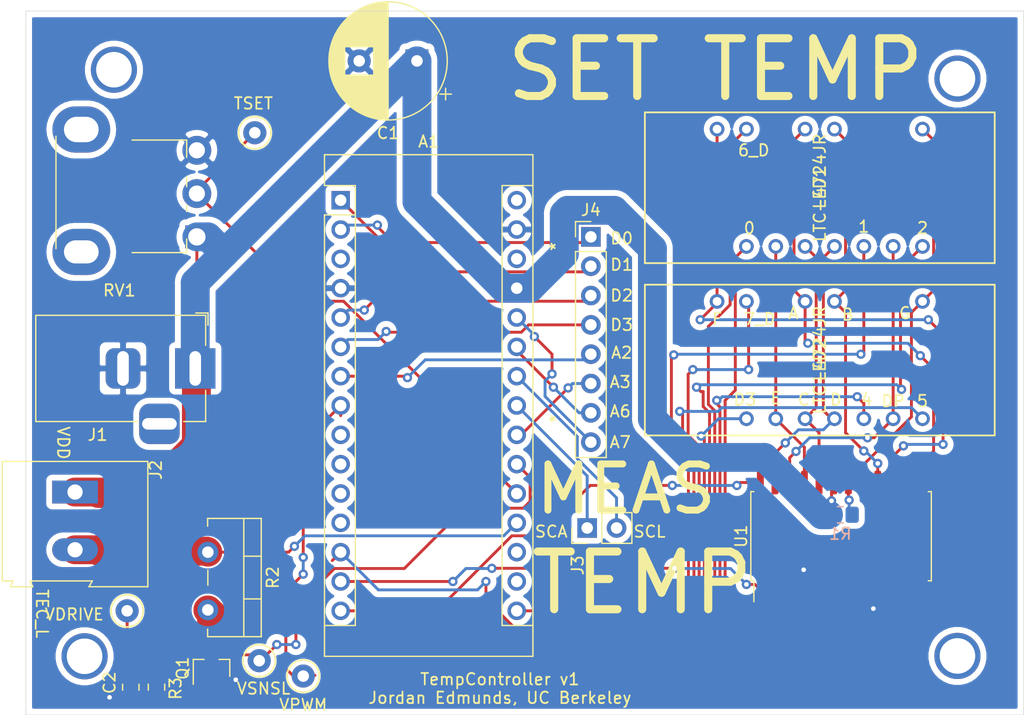
<source format=kicad_pcb>
(kicad_pcb (version 20171130) (host pcbnew "(5.1.6-0-10_14)")

  (general
    (thickness 1.6)
    (drawings 36)
    (tracks 389)
    (zones 0)
    (modules 23)
    (nets 48)
  )

  (page A4)
  (layers
    (0 F.Cu signal)
    (31 B.Cu signal)
    (32 B.Adhes user)
    (33 F.Adhes user)
    (34 B.Paste user)
    (35 F.Paste user)
    (36 B.SilkS user)
    (37 F.SilkS user)
    (38 B.Mask user)
    (39 F.Mask user)
    (40 Dwgs.User user)
    (41 Cmts.User user)
    (42 Eco1.User user)
    (43 Eco2.User user)
    (44 Edge.Cuts user)
    (45 Margin user)
    (46 B.CrtYd user hide)
    (47 F.CrtYd user)
    (48 B.Fab user)
    (49 F.Fab user hide)
  )

  (setup
    (last_trace_width 0.25)
    (user_trace_width 2.5)
    (trace_clearance 0.2)
    (zone_clearance 0.508)
    (zone_45_only no)
    (trace_min 0.2)
    (via_size 0.8)
    (via_drill 0.4)
    (via_min_size 0.4)
    (via_min_drill 0.3)
    (uvia_size 0.3)
    (uvia_drill 0.1)
    (uvias_allowed no)
    (uvia_min_size 0.2)
    (uvia_min_drill 0.1)
    (edge_width 0.05)
    (segment_width 0.2)
    (pcb_text_width 0.3)
    (pcb_text_size 1.5 1.5)
    (mod_edge_width 0.12)
    (mod_text_size 1 1)
    (mod_text_width 0.15)
    (pad_size 1.524 1.524)
    (pad_drill 0.762)
    (pad_to_mask_clearance 0.05)
    (aux_axis_origin 0 0)
    (visible_elements FFFFFF7F)
    (pcbplotparams
      (layerselection 0x010fc_ffffffff)
      (usegerberextensions false)
      (usegerberattributes true)
      (usegerberadvancedattributes true)
      (creategerberjobfile true)
      (excludeedgelayer true)
      (linewidth 0.100000)
      (plotframeref false)
      (viasonmask false)
      (mode 1)
      (useauxorigin false)
      (hpglpennumber 1)
      (hpglpenspeed 20)
      (hpglpendiameter 15.000000)
      (psnegative false)
      (psa4output false)
      (plotreference true)
      (plotvalue true)
      (plotinvisibletext false)
      (padsonsilk false)
      (subtractmaskfromsilk false)
      (outputformat 1)
      (mirror false)
      (drillshape 0)
      (scaleselection 1)
      (outputdirectory "gerbers/"))
  )

  (net 0 "")
  (net 1 /SCK)
  (net 2 /MISO)
  (net 3 "Net-(A1-Pad30)")
  (net 4 /MOSI)
  (net 5 GND)
  (net 6 /SS)
  (net 7 "Net-(A1-Pad28)")
  (net 8 "Net-(A1-Pad12)")
  (net 9 VDD)
  (net 10 "Net-(A1-Pad11)")
  (net 11 /A7)
  (net 12 "Net-(A1-Pad10)")
  (net 13 /A6)
  (net 14 "Net-(A1-Pad9)")
  (net 15 /SCL)
  (net 16 /VPWM)
  (net 17 /SDA)
  (net 18 /A3)
  (net 19 /D3)
  (net 20 /D2)
  (net 21 /TSET)
  (net 22 "Net-(A1-Pad3)")
  (net 23 "Net-(A1-Pad18)")
  (net 24 /D0)
  (net 25 "Net-(A1-Pad17)")
  (net 26 /D1)
  (net 27 /VDRIVE)
  (net 28 /TEC_L)
  (net 29 /SEGF)
  (net 30 /DIG6_D)
  (net 31 /SEGA)
  (net 32 /SEGB)
  (net 33 /SEGG)
  (net 34 /DIG2)
  (net 35 /SEGDP)
  (net 36 /DIG1)
  (net 37 /SEGD)
  (net 38 /SEGC)
  (net 39 /SEGE)
  (net 40 /DIG0)
  (net 41 /DIG7_D)
  (net 42 /DIG5)
  (net 43 /DIG4)
  (net 44 /DIG3)
  (net 45 /ISET)
  (net 46 /D4)
  (net 47 /VSNSL)

  (net_class Default "This is the default net class."
    (clearance 0.2)
    (trace_width 0.25)
    (via_dia 0.8)
    (via_drill 0.4)
    (uvia_dia 0.3)
    (uvia_drill 0.1)
    (add_net /A3)
    (add_net /A6)
    (add_net /A7)
    (add_net /D0)
    (add_net /D1)
    (add_net /D2)
    (add_net /D3)
    (add_net /D4)
    (add_net /DIG0)
    (add_net /DIG1)
    (add_net /DIG2)
    (add_net /DIG3)
    (add_net /DIG4)
    (add_net /DIG5)
    (add_net /DIG6_D)
    (add_net /DIG7_D)
    (add_net /ISET)
    (add_net /MISO)
    (add_net /MOSI)
    (add_net /SCK)
    (add_net /SCL)
    (add_net /SDA)
    (add_net /SEGA)
    (add_net /SEGB)
    (add_net /SEGC)
    (add_net /SEGD)
    (add_net /SEGDP)
    (add_net /SEGE)
    (add_net /SEGF)
    (add_net /SEGG)
    (add_net /SS)
    (add_net /TEC_L)
    (add_net /TSET)
    (add_net /VDRIVE)
    (add_net /VPWM)
    (add_net /VSNSL)
    (add_net GND)
    (add_net "Net-(A1-Pad10)")
    (add_net "Net-(A1-Pad11)")
    (add_net "Net-(A1-Pad12)")
    (add_net "Net-(A1-Pad17)")
    (add_net "Net-(A1-Pad18)")
    (add_net "Net-(A1-Pad28)")
    (add_net "Net-(A1-Pad3)")
    (add_net "Net-(A1-Pad30)")
    (add_net "Net-(A1-Pad9)")
    (add_net VDD)
  )

  (module my_library_foot:TO-220_resistor (layer F.Cu) (tedit 5FF3996A) (tstamp 5FF43586)
    (at 135.128 102.813 270)
    (descr "TO-220-5, Vertical, RM 1.7mm, Pentawatt, Multiwatt-5, staggered type-2, see http://www.analog.com/media/en/package-pcb-resources/package/pkg_pdf/ltc-legacy-to-220/to-220_5_05-08-1421.pdf?domain=www.linear.com, https://www.diodes.com/assets/Package-Files/TO220-5.pdf")
    (tags "TO-220-5 Vertical RM 1.7mm Pentawatt Multiwatt-5 staggered type-2")
    (path /5FF397B3)
    (fp_text reference R2 (at 3.4 -5.62 90) (layer F.SilkS)
      (effects (font (size 1 1) (thickness 0.15)))
    )
    (fp_text value 200m (at 3.4 5.85 90) (layer F.Fab)
      (effects (font (size 1 1) (thickness 0.15)))
    )
    (fp_text user %R (at 3.4 -5.62 90) (layer F.Fab)
      (effects (font (size 1 1) (thickness 0.15)))
    )
    (fp_line (start 8.65 -4.75) (end -1.85 -4.75) (layer F.CrtYd) (width 0.05))
    (fp_line (start 8.65 4.85) (end 8.65 -4.75) (layer F.CrtYd) (width 0.05))
    (fp_line (start -1.85 4.85) (end 8.65 4.85) (layer F.CrtYd) (width 0.05))
    (fp_line (start -1.85 -4.75) (end -1.85 4.85) (layer F.CrtYd) (width 0.05))
    (fp_line (start 5.25 -4.62) (end 5.25 -3.111) (layer F.SilkS) (width 0.12))
    (fp_line (start 1.55 -4.62) (end 1.55 -3.111) (layer F.SilkS) (width 0.12))
    (fp_line (start -1.721 -3.111) (end 8.52 -3.111) (layer F.SilkS) (width 0.12))
    (fp_line (start 8.52 -4.62) (end 8.52 0.021) (layer F.SilkS) (width 0.12))
    (fp_line (start -1.721 -4.62) (end -1.721 0.021) (layer F.SilkS) (width 0.12))
    (fp_line (start 7.865 0.021) (end 8.52 0.021) (layer F.SilkS) (width 0.12))
    (fp_line (start 2.779 0) (end 4.064 0) (layer F.SilkS) (width 0.12))
    (fp_line (start -1.721 0.021) (end -1.05 0.021) (layer F.SilkS) (width 0.12))
    (fp_line (start -1.721 -4.62) (end 8.52 -4.62) (layer F.SilkS) (width 0.12))
    (fp_line (start 6.8 -0.1) (end 6.8 0) (layer F.Fab) (width 0.1))
    (fp_line (start 3.4 -0.1) (end 3.4 0) (layer F.Fab) (width 0.1))
    (fp_line (start 0 -0.1) (end 0 0) (layer F.Fab) (width 0.1))
    (fp_line (start 5.25 -4.5) (end 5.25 -3.23) (layer F.Fab) (width 0.1))
    (fp_line (start 1.55 -4.5) (end 1.55 -3.23) (layer F.Fab) (width 0.1))
    (fp_line (start -1.6 -3.23) (end 8.4 -3.23) (layer F.Fab) (width 0.1))
    (fp_line (start 8.4 -4.5) (end -1.6 -4.5) (layer F.Fab) (width 0.1))
    (fp_line (start 8.4 -0.1) (end 8.4 -4.5) (layer F.Fab) (width 0.1))
    (fp_line (start -1.6 -0.1) (end 8.4 -0.1) (layer F.Fab) (width 0.1))
    (fp_line (start -1.6 -4.5) (end -1.6 -0.1) (layer F.Fab) (width 0.1))
    (pad 2 thru_hole oval (at 6.2 0 270) (size 1.8 1.8) (drill 1) (layers *.Cu *.Mask)
      (net 47 /VSNSL))
    (pad 1 thru_hole oval (at 1.2 0 270) (size 1.8 1.8) (drill 1) (layers *.Cu *.Mask)
      (net 28 /TEC_L))
    (model ${KISYS3DMOD}/Package_TO_SOT_THT.3dshapes/TO-220-5_P3.4x3.7mm_StaggerEven_Lead3.8mm_Vertical.wrl
      (at (xyz 0 0 0))
      (scale (xyz 1 1 1))
      (rotate (xyz 0 0 0))
    )
  )

  (module my_library_foot:TestPoint_Keystone_5000-5004_Miniature (layer F.Cu) (tedit 5EF69EC3) (tstamp 5FF4991C)
    (at 143.383 114.7445)
    (descr "Keystone Miniature THM Test Point 5000-5004, http://www.keyelco.com/product-pdf.cfm?p=1309")
    (tags "Through Hole Mount Test Points")
    (path /60270DAB)
    (fp_text reference TP4 (at 0.3175 -2.4765) (layer F.Fab)
      (effects (font (size 1 1) (thickness 0.15)))
    )
    (fp_text value VPWM (at 0 2.5) (layer F.SilkS)
      (effects (font (size 1 1) (thickness 0.15)))
    )
    (fp_circle (center 0 0) (end 1.4 0) (layer F.SilkS) (width 0.15))
    (fp_circle (center 0 0) (end 1.25 0) (layer F.Fab) (width 0.15))
    (fp_circle (center 0 0) (end 1.65 0) (layer F.CrtYd) (width 0.05))
    (fp_line (start -0.75 0.25) (end -0.75 -0.25) (layer F.Fab) (width 0.15))
    (fp_line (start 0.75 0.25) (end -0.75 0.25) (layer F.Fab) (width 0.15))
    (fp_line (start 0.75 -0.25) (end 0.75 0.25) (layer F.Fab) (width 0.15))
    (fp_line (start -0.75 -0.25) (end 0.75 -0.25) (layer F.Fab) (width 0.15))
    (pad 1 thru_hole circle (at 0 0) (size 2 2) (drill 1) (layers *.Cu *.Mask)
      (net 16 /VPWM))
    (model ${KISYS3DMOD}/TestPoint.3dshapes/TestPoint_Keystone_5000-5004_Miniature.wrl
      (at (xyz 0 0 0))
      (scale (xyz 1 1 1))
      (rotate (xyz 0 0 0))
    )
  )

  (module my_library_foot:TestPoint_Keystone_5000-5004_Miniature (layer F.Cu) (tedit 5EF69EC3) (tstamp 5FF49910)
    (at 139.192 67.691)
    (descr "Keystone Miniature THM Test Point 5000-5004, http://www.keyelco.com/product-pdf.cfm?p=1309")
    (tags "Through Hole Mount Test Points")
    (path /60274362)
    (fp_text reference TP3 (at 0.3175 -2.4765) (layer F.Fab)
      (effects (font (size 1 1) (thickness 0.15)))
    )
    (fp_text value TSET (at -0.127 -2.54) (layer F.SilkS)
      (effects (font (size 1 1) (thickness 0.15)))
    )
    (fp_circle (center 0 0) (end 1.4 0) (layer F.SilkS) (width 0.15))
    (fp_circle (center 0 0) (end 1.25 0) (layer F.Fab) (width 0.15))
    (fp_circle (center 0 0) (end 1.65 0) (layer F.CrtYd) (width 0.05))
    (fp_line (start -0.75 0.25) (end -0.75 -0.25) (layer F.Fab) (width 0.15))
    (fp_line (start 0.75 0.25) (end -0.75 0.25) (layer F.Fab) (width 0.15))
    (fp_line (start 0.75 -0.25) (end 0.75 0.25) (layer F.Fab) (width 0.15))
    (fp_line (start -0.75 -0.25) (end 0.75 -0.25) (layer F.Fab) (width 0.15))
    (pad 1 thru_hole circle (at 0 0) (size 2 2) (drill 1) (layers *.Cu *.Mask)
      (net 21 /TSET))
    (model ${KISYS3DMOD}/TestPoint.3dshapes/TestPoint_Keystone_5000-5004_Miniature.wrl
      (at (xyz 0 0 0))
      (scale (xyz 1 1 1))
      (rotate (xyz 0 0 0))
    )
  )

  (module my_library_foot:TestPoint_Keystone_5000-5004_Miniature (layer F.Cu) (tedit 5EF69EC3) (tstamp 5FF49904)
    (at 128.143 109.093)
    (descr "Keystone Miniature THM Test Point 5000-5004, http://www.keyelco.com/product-pdf.cfm?p=1309")
    (tags "Through Hole Mount Test Points")
    (path /602726BE)
    (fp_text reference TP2 (at 0.3175 -2.4765) (layer F.Fab)
      (effects (font (size 1 1) (thickness 0.15)))
    )
    (fp_text value VDRIVE (at -4.572 0.3175 180) (layer F.SilkS)
      (effects (font (size 1 1) (thickness 0.15)))
    )
    (fp_circle (center 0 0) (end 1.4 0) (layer F.SilkS) (width 0.15))
    (fp_circle (center 0 0) (end 1.25 0) (layer F.Fab) (width 0.15))
    (fp_circle (center 0 0) (end 1.65 0) (layer F.CrtYd) (width 0.05))
    (fp_line (start -0.75 0.25) (end -0.75 -0.25) (layer F.Fab) (width 0.15))
    (fp_line (start 0.75 0.25) (end -0.75 0.25) (layer F.Fab) (width 0.15))
    (fp_line (start 0.75 -0.25) (end 0.75 0.25) (layer F.Fab) (width 0.15))
    (fp_line (start -0.75 -0.25) (end 0.75 -0.25) (layer F.Fab) (width 0.15))
    (pad 1 thru_hole circle (at 0 0) (size 2 2) (drill 1) (layers *.Cu *.Mask)
      (net 27 /VDRIVE))
    (model ${KISYS3DMOD}/TestPoint.3dshapes/TestPoint_Keystone_5000-5004_Miniature.wrl
      (at (xyz 0 0 0))
      (scale (xyz 1 1 1))
      (rotate (xyz 0 0 0))
    )
  )

  (module my_library_foot:TestPoint_Keystone_5000-5004_Miniature (layer F.Cu) (tedit 5EF69EC3) (tstamp 5FF4A2B6)
    (at 139.573 113.411)
    (descr "Keystone Miniature THM Test Point 5000-5004, http://www.keyelco.com/product-pdf.cfm?p=1309")
    (tags "Through Hole Mount Test Points")
    (path /6027345E)
    (fp_text reference TP1 (at 0.3175 -2.4765) (layer F.Fab)
      (effects (font (size 1 1) (thickness 0.15)))
    )
    (fp_text value VSNSL (at 0.381 2.413) (layer F.SilkS)
      (effects (font (size 1 1) (thickness 0.15)))
    )
    (fp_circle (center 0 0) (end 1.4 0) (layer F.SilkS) (width 0.15))
    (fp_circle (center 0 0) (end 1.25 0) (layer F.Fab) (width 0.15))
    (fp_circle (center 0 0) (end 1.65 0) (layer F.CrtYd) (width 0.05))
    (fp_line (start -0.75 0.25) (end -0.75 -0.25) (layer F.Fab) (width 0.15))
    (fp_line (start 0.75 0.25) (end -0.75 0.25) (layer F.Fab) (width 0.15))
    (fp_line (start 0.75 -0.25) (end 0.75 0.25) (layer F.Fab) (width 0.15))
    (fp_line (start -0.75 -0.25) (end 0.75 -0.25) (layer F.Fab) (width 0.15))
    (pad 1 thru_hole circle (at 0 0) (size 2 2) (drill 1) (layers *.Cu *.Mask)
      (net 47 /VSNSL))
    (model ${KISYS3DMOD}/TestPoint.3dshapes/TestPoint_Keystone_5000-5004_Miniature.wrl
      (at (xyz 0 0 0))
      (scale (xyz 1 1 1))
      (rotate (xyz 0 0 0))
    )
  )

  (module Module:Arduino_Nano (layer F.Cu) (tedit 58ACAF70) (tstamp 5FF3E672)
    (at 146.6215 73.533)
    (descr "Arduino Nano, http://www.mouser.com/pdfdocs/Gravitech_Arduino_Nano3_0.pdf")
    (tags "Arduino Nano")
    (path /5FF3EADF)
    (fp_text reference A1 (at 7.62 -5.08) (layer F.SilkS)
      (effects (font (size 1 1) (thickness 0.15)))
    )
    (fp_text value Arduino_Nano_v3.x (at 8.89 19.05 90) (layer F.Fab)
      (effects (font (size 1 1) (thickness 0.15)))
    )
    (fp_text user %R (at 6.35 19.05 90) (layer F.Fab)
      (effects (font (size 1 1) (thickness 0.15)))
    )
    (fp_line (start 1.27 1.27) (end 1.27 -1.27) (layer F.SilkS) (width 0.12))
    (fp_line (start 1.27 -1.27) (end -1.4 -1.27) (layer F.SilkS) (width 0.12))
    (fp_line (start -1.4 1.27) (end -1.4 39.5) (layer F.SilkS) (width 0.12))
    (fp_line (start -1.4 -3.94) (end -1.4 -1.27) (layer F.SilkS) (width 0.12))
    (fp_line (start 13.97 -1.27) (end 16.64 -1.27) (layer F.SilkS) (width 0.12))
    (fp_line (start 13.97 -1.27) (end 13.97 36.83) (layer F.SilkS) (width 0.12))
    (fp_line (start 13.97 36.83) (end 16.64 36.83) (layer F.SilkS) (width 0.12))
    (fp_line (start 1.27 1.27) (end -1.4 1.27) (layer F.SilkS) (width 0.12))
    (fp_line (start 1.27 1.27) (end 1.27 36.83) (layer F.SilkS) (width 0.12))
    (fp_line (start 1.27 36.83) (end -1.4 36.83) (layer F.SilkS) (width 0.12))
    (fp_line (start 3.81 31.75) (end 11.43 31.75) (layer F.Fab) (width 0.1))
    (fp_line (start 11.43 31.75) (end 11.43 41.91) (layer F.Fab) (width 0.1))
    (fp_line (start 11.43 41.91) (end 3.81 41.91) (layer F.Fab) (width 0.1))
    (fp_line (start 3.81 41.91) (end 3.81 31.75) (layer F.Fab) (width 0.1))
    (fp_line (start -1.4 39.5) (end 16.64 39.5) (layer F.SilkS) (width 0.12))
    (fp_line (start 16.64 39.5) (end 16.64 -3.94) (layer F.SilkS) (width 0.12))
    (fp_line (start 16.64 -3.94) (end -1.4 -3.94) (layer F.SilkS) (width 0.12))
    (fp_line (start 16.51 39.37) (end -1.27 39.37) (layer F.Fab) (width 0.1))
    (fp_line (start -1.27 39.37) (end -1.27 -2.54) (layer F.Fab) (width 0.1))
    (fp_line (start -1.27 -2.54) (end 0 -3.81) (layer F.Fab) (width 0.1))
    (fp_line (start 0 -3.81) (end 16.51 -3.81) (layer F.Fab) (width 0.1))
    (fp_line (start 16.51 -3.81) (end 16.51 39.37) (layer F.Fab) (width 0.1))
    (fp_line (start -1.53 -4.06) (end 16.75 -4.06) (layer F.CrtYd) (width 0.05))
    (fp_line (start -1.53 -4.06) (end -1.53 42.16) (layer F.CrtYd) (width 0.05))
    (fp_line (start 16.75 42.16) (end 16.75 -4.06) (layer F.CrtYd) (width 0.05))
    (fp_line (start 16.75 42.16) (end -1.53 42.16) (layer F.CrtYd) (width 0.05))
    (pad 16 thru_hole oval (at 15.24 35.56) (size 1.6 1.6) (drill 1) (layers *.Cu *.Mask)
      (net 1 /SCK))
    (pad 15 thru_hole oval (at 0 35.56) (size 1.6 1.6) (drill 1) (layers *.Cu *.Mask)
      (net 2 /MISO))
    (pad 30 thru_hole oval (at 15.24 0) (size 1.6 1.6) (drill 1) (layers *.Cu *.Mask)
      (net 3 "Net-(A1-Pad30)"))
    (pad 14 thru_hole oval (at 0 33.02) (size 1.6 1.6) (drill 1) (layers *.Cu *.Mask)
      (net 4 /MOSI))
    (pad 29 thru_hole oval (at 15.24 2.54) (size 1.6 1.6) (drill 1) (layers *.Cu *.Mask)
      (net 5 GND))
    (pad 13 thru_hole oval (at 0 30.48) (size 1.6 1.6) (drill 1) (layers *.Cu *.Mask)
      (net 6 /SS))
    (pad 28 thru_hole oval (at 15.24 5.08) (size 1.6 1.6) (drill 1) (layers *.Cu *.Mask)
      (net 7 "Net-(A1-Pad28)"))
    (pad 12 thru_hole oval (at 0 27.94) (size 1.6 1.6) (drill 1) (layers *.Cu *.Mask)
      (net 8 "Net-(A1-Pad12)"))
    (pad 27 thru_hole oval (at 15.24 7.62) (size 1.6 1.6) (drill 1) (layers *.Cu *.Mask)
      (net 9 VDD))
    (pad 11 thru_hole oval (at 0 25.4) (size 1.6 1.6) (drill 1) (layers *.Cu *.Mask)
      (net 10 "Net-(A1-Pad11)"))
    (pad 26 thru_hole oval (at 15.24 10.16) (size 1.6 1.6) (drill 1) (layers *.Cu *.Mask)
      (net 11 /A7))
    (pad 10 thru_hole oval (at 0 22.86) (size 1.6 1.6) (drill 1) (layers *.Cu *.Mask)
      (net 12 "Net-(A1-Pad10)"))
    (pad 25 thru_hole oval (at 15.24 12.7) (size 1.6 1.6) (drill 1) (layers *.Cu *.Mask)
      (net 13 /A6))
    (pad 9 thru_hole oval (at 0 20.32) (size 1.6 1.6) (drill 1) (layers *.Cu *.Mask)
      (net 14 "Net-(A1-Pad9)"))
    (pad 24 thru_hole oval (at 15.24 15.24) (size 1.6 1.6) (drill 1) (layers *.Cu *.Mask)
      (net 15 /SCL))
    (pad 8 thru_hole oval (at 0 17.78) (size 1.6 1.6) (drill 1) (layers *.Cu *.Mask)
      (net 16 /VPWM))
    (pad 23 thru_hole oval (at 15.24 17.78) (size 1.6 1.6) (drill 1) (layers *.Cu *.Mask)
      (net 17 /SDA))
    (pad 7 thru_hole oval (at 0 15.24) (size 1.6 1.6) (drill 1) (layers *.Cu *.Mask)
      (net 46 /D4))
    (pad 22 thru_hole oval (at 15.24 20.32) (size 1.6 1.6) (drill 1) (layers *.Cu *.Mask)
      (net 18 /A3))
    (pad 6 thru_hole oval (at 0 12.7) (size 1.6 1.6) (drill 1) (layers *.Cu *.Mask)
      (net 19 /D3))
    (pad 21 thru_hole oval (at 15.24 22.86) (size 1.6 1.6) (drill 1) (layers *.Cu *.Mask)
      (net 47 /VSNSL))
    (pad 5 thru_hole oval (at 0 10.16) (size 1.6 1.6) (drill 1) (layers *.Cu *.Mask)
      (net 20 /D2))
    (pad 20 thru_hole oval (at 15.24 25.4) (size 1.6 1.6) (drill 1) (layers *.Cu *.Mask)
      (net 21 /TSET))
    (pad 4 thru_hole oval (at 0 7.62) (size 1.6 1.6) (drill 1) (layers *.Cu *.Mask)
      (net 5 GND))
    (pad 19 thru_hole oval (at 15.24 27.94) (size 1.6 1.6) (drill 1) (layers *.Cu *.Mask)
      (net 28 /TEC_L))
    (pad 3 thru_hole oval (at 0 5.08) (size 1.6 1.6) (drill 1) (layers *.Cu *.Mask)
      (net 22 "Net-(A1-Pad3)"))
    (pad 18 thru_hole oval (at 15.24 30.48) (size 1.6 1.6) (drill 1) (layers *.Cu *.Mask)
      (net 23 "Net-(A1-Pad18)"))
    (pad 2 thru_hole oval (at 0 2.54) (size 1.6 1.6) (drill 1) (layers *.Cu *.Mask)
      (net 24 /D0))
    (pad 17 thru_hole oval (at 15.24 33.02) (size 1.6 1.6) (drill 1) (layers *.Cu *.Mask)
      (net 25 "Net-(A1-Pad17)"))
    (pad 1 thru_hole rect (at 0 0) (size 1.6 1.6) (drill 1) (layers *.Cu *.Mask)
      (net 26 /D1))
    (model ${KISYS3DMOD}/Module.3dshapes/Arduino_Nano_WithMountingHoles.wrl
      (at (xyz 0 0 0))
      (scale (xyz 1 1 1))
      (rotate (xyz 0 0 0))
    )
  )

  (module my_library_foot:m3_mounting_hole (layer F.Cu) (tedit 5F2DD124) (tstamp 5FF45B58)
    (at 200 113)
    (path /601BC424)
    (fp_text reference H4 (at 0 0.5) (layer F.SilkS)
      (effects (font (size 1 1) (thickness 0.15)))
    )
    (fp_text value MountingHole (at -0.2155 -3.459) (layer F.Fab)
      (effects (font (size 1 1) (thickness 0.15)))
    )
    (pad 1 thru_hole circle (at 0 0) (size 4 4) (drill 3.08) (layers *.Cu *.Mask))
  )

  (module my_library_foot:m3_mounting_hole (layer F.Cu) (tedit 5F2DD124) (tstamp 5FF45B53)
    (at 127 62.23)
    (path /601BC5F5)
    (fp_text reference H3 (at 0 0.5) (layer F.SilkS)
      (effects (font (size 1 1) (thickness 0.15)))
    )
    (fp_text value MountingHole (at 0 -0.5) (layer F.Fab)
      (effects (font (size 1 1) (thickness 0.15)))
    )
    (pad 1 thru_hole circle (at 0 0) (size 4 4) (drill 3.08) (layers *.Cu *.Mask))
  )

  (module my_library_foot:m3_mounting_hole (layer F.Cu) (tedit 5F2DD124) (tstamp 5FF45B4E)
    (at 200 63)
    (path /601BC2CA)
    (fp_text reference H2 (at 0 0.5) (layer F.SilkS)
      (effects (font (size 1 1) (thickness 0.15)))
    )
    (fp_text value MountingHole (at 0 -0.5) (layer F.Fab)
      (effects (font (size 1 1) (thickness 0.15)))
    )
    (pad 1 thru_hole circle (at 0 0) (size 4 4) (drill 3.08) (layers *.Cu *.Mask))
  )

  (module my_library_foot:m3_mounting_hole (layer F.Cu) (tedit 5F2DD124) (tstamp 5FF45B49)
    (at 124.46 113.03)
    (path /601BBFEE)
    (fp_text reference H1 (at 0 0.5) (layer F.SilkS)
      (effects (font (size 1 1) (thickness 0.15)))
    )
    (fp_text value MountingHole (at 0 -0.5) (layer F.Fab)
      (effects (font (size 1 1) (thickness 0.15)))
    )
    (pad 1 thru_hole circle (at 0 0) (size 4 4) (drill 3.08) (layers *.Cu *.Mask))
  )

  (module Package_SO:SOIC-24W_7.5x15.4mm_P1.27mm (layer F.Cu) (tedit 5D9F72B1) (tstamp 5FF3E901)
    (at 189.9285 102.6305 90)
    (descr "SOIC, 24 Pin (JEDEC MS-013AD, https://www.analog.com/media/en/package-pcb-resources/package/pkg_pdf/soic_wide-rw/RW_24.pdf), generated with kicad-footprint-generator ipc_gullwing_generator.py")
    (tags "SOIC SO")
    (path /5FF8E408)
    (attr smd)
    (fp_text reference U1 (at 0 -8.65 90) (layer F.SilkS)
      (effects (font (size 1 1) (thickness 0.15)))
    )
    (fp_text value MAX7219 (at 0 8.65 90) (layer F.Fab)
      (effects (font (size 1 1) (thickness 0.15)))
    )
    (fp_text user %R (at 0 0 90) (layer F.Fab)
      (effects (font (size 1 1) (thickness 0.15)))
    )
    (fp_line (start 0 7.81) (end 3.86 7.81) (layer F.SilkS) (width 0.12))
    (fp_line (start 3.86 7.81) (end 3.86 7.545) (layer F.SilkS) (width 0.12))
    (fp_line (start 0 7.81) (end -3.86 7.81) (layer F.SilkS) (width 0.12))
    (fp_line (start -3.86 7.81) (end -3.86 7.545) (layer F.SilkS) (width 0.12))
    (fp_line (start 0 -7.81) (end 3.86 -7.81) (layer F.SilkS) (width 0.12))
    (fp_line (start 3.86 -7.81) (end 3.86 -7.545) (layer F.SilkS) (width 0.12))
    (fp_line (start 0 -7.81) (end -3.86 -7.81) (layer F.SilkS) (width 0.12))
    (fp_line (start -3.86 -7.81) (end -3.86 -7.545) (layer F.SilkS) (width 0.12))
    (fp_line (start -3.86 -7.545) (end -5.675 -7.545) (layer F.SilkS) (width 0.12))
    (fp_line (start -2.75 -7.7) (end 3.75 -7.7) (layer F.Fab) (width 0.1))
    (fp_line (start 3.75 -7.7) (end 3.75 7.7) (layer F.Fab) (width 0.1))
    (fp_line (start 3.75 7.7) (end -3.75 7.7) (layer F.Fab) (width 0.1))
    (fp_line (start -3.75 7.7) (end -3.75 -6.7) (layer F.Fab) (width 0.1))
    (fp_line (start -3.75 -6.7) (end -2.75 -7.7) (layer F.Fab) (width 0.1))
    (fp_line (start -5.93 -7.95) (end -5.93 7.95) (layer F.CrtYd) (width 0.05))
    (fp_line (start -5.93 7.95) (end 5.93 7.95) (layer F.CrtYd) (width 0.05))
    (fp_line (start 5.93 7.95) (end 5.93 -7.95) (layer F.CrtYd) (width 0.05))
    (fp_line (start 5.93 -7.95) (end -5.93 -7.95) (layer F.CrtYd) (width 0.05))
    (pad 24 smd roundrect (at 4.65 -6.985 90) (size 2.05 0.6) (layers F.Cu F.Paste F.Mask) (roundrect_rratio 0.25)
      (net 2 /MISO))
    (pad 23 smd roundrect (at 4.65 -5.715 90) (size 2.05 0.6) (layers F.Cu F.Paste F.Mask) (roundrect_rratio 0.25)
      (net 37 /SEGD))
    (pad 22 smd roundrect (at 4.65 -4.445 90) (size 2.05 0.6) (layers F.Cu F.Paste F.Mask) (roundrect_rratio 0.25)
      (net 35 /SEGDP))
    (pad 21 smd roundrect (at 4.65 -3.175 90) (size 2.05 0.6) (layers F.Cu F.Paste F.Mask) (roundrect_rratio 0.25)
      (net 39 /SEGE))
    (pad 20 smd roundrect (at 4.65 -1.905 90) (size 2.05 0.6) (layers F.Cu F.Paste F.Mask) (roundrect_rratio 0.25)
      (net 38 /SEGC))
    (pad 19 smd roundrect (at 4.65 -0.635 90) (size 2.05 0.6) (layers F.Cu F.Paste F.Mask) (roundrect_rratio 0.25)
      (net 9 VDD))
    (pad 18 smd roundrect (at 4.65 0.635 90) (size 2.05 0.6) (layers F.Cu F.Paste F.Mask) (roundrect_rratio 0.25)
      (net 45 /ISET))
    (pad 17 smd roundrect (at 4.65 1.905 90) (size 2.05 0.6) (layers F.Cu F.Paste F.Mask) (roundrect_rratio 0.25)
      (net 33 /SEGG))
    (pad 16 smd roundrect (at 4.65 3.175 90) (size 2.05 0.6) (layers F.Cu F.Paste F.Mask) (roundrect_rratio 0.25)
      (net 32 /SEGB))
    (pad 15 smd roundrect (at 4.65 4.445 90) (size 2.05 0.6) (layers F.Cu F.Paste F.Mask) (roundrect_rratio 0.25)
      (net 29 /SEGF))
    (pad 14 smd roundrect (at 4.65 5.715 90) (size 2.05 0.6) (layers F.Cu F.Paste F.Mask) (roundrect_rratio 0.25)
      (net 31 /SEGA))
    (pad 13 smd roundrect (at 4.65 6.985 90) (size 2.05 0.6) (layers F.Cu F.Paste F.Mask) (roundrect_rratio 0.25)
      (net 1 /SCK))
    (pad 12 smd roundrect (at -4.65 6.985 90) (size 2.05 0.6) (layers F.Cu F.Paste F.Mask) (roundrect_rratio 0.25)
      (net 6 /SS))
    (pad 11 smd roundrect (at -4.65 5.715 90) (size 2.05 0.6) (layers F.Cu F.Paste F.Mask) (roundrect_rratio 0.25)
      (net 36 /DIG1))
    (pad 10 smd roundrect (at -4.65 4.445 90) (size 2.05 0.6) (layers F.Cu F.Paste F.Mask) (roundrect_rratio 0.25)
      (net 42 /DIG5))
    (pad 9 smd roundrect (at -4.65 3.175 90) (size 2.05 0.6) (layers F.Cu F.Paste F.Mask) (roundrect_rratio 0.25)
      (net 5 GND))
    (pad 8 smd roundrect (at -4.65 1.905 90) (size 2.05 0.6) (layers F.Cu F.Paste F.Mask) (roundrect_rratio 0.25)
      (net 41 /DIG7_D))
    (pad 7 smd roundrect (at -4.65 0.635 90) (size 2.05 0.6) (layers F.Cu F.Paste F.Mask) (roundrect_rratio 0.25)
      (net 44 /DIG3))
    (pad 6 smd roundrect (at -4.65 -0.635 90) (size 2.05 0.6) (layers F.Cu F.Paste F.Mask) (roundrect_rratio 0.25)
      (net 34 /DIG2))
    (pad 5 smd roundrect (at -4.65 -1.905 90) (size 2.05 0.6) (layers F.Cu F.Paste F.Mask) (roundrect_rratio 0.25)
      (net 30 /DIG6_D))
    (pad 4 smd roundrect (at -4.65 -3.175 90) (size 2.05 0.6) (layers F.Cu F.Paste F.Mask) (roundrect_rratio 0.25)
      (net 5 GND))
    (pad 3 smd roundrect (at -4.65 -4.445 90) (size 2.05 0.6) (layers F.Cu F.Paste F.Mask) (roundrect_rratio 0.25)
      (net 43 /DIG4))
    (pad 2 smd roundrect (at -4.65 -5.715 90) (size 2.05 0.6) (layers F.Cu F.Paste F.Mask) (roundrect_rratio 0.25)
      (net 40 /DIG0))
    (pad 1 smd roundrect (at -4.65 -6.985 90) (size 2.05 0.6) (layers F.Cu F.Paste F.Mask) (roundrect_rratio 0.25)
      (net 4 /MOSI))
    (model ${KISYS3DMOD}/Package_SO.3dshapes/SOIC-24W_7.5x15.4mm_P1.27mm.wrl
      (at (xyz 0 0 0))
      (scale (xyz 1 1 1))
      (rotate (xyz 0 0 0))
    )
  )

  (module my_library_foot:P120PK_Potentiometer (layer F.Cu) (tedit 5FF392C4) (tstamp 5FF3E8D2)
    (at 134.1755 76.708 180)
    (descr "Potentiometer, vertical, 9mm, single, http://www.taiwanalpha.com.tw/downloads?target=products&id=113")
    (tags "potentiometer vertical 9mm single")
    (path /6000242B)
    (fp_text reference RV1 (at 6.71 -4.64 180) (layer F.SilkS)
      (effects (font (size 1 1) (thickness 0.15)))
    )
    (fp_text value R_POT (at 0 9.86 180) (layer F.Fab)
      (effects (font (size 1 1) (thickness 0.15)))
    )
    (fp_text user %R (at 7.62 2.54) (layer F.Fab)
      (effects (font (size 1 1) (thickness 0.15)))
    )
    (fp_line (start -1.15 8.91) (end 12.6 8.91) (layer F.CrtYd) (width 0.05))
    (fp_line (start -1.15 -3.91) (end -1.15 8.91) (layer F.CrtYd) (width 0.05))
    (fp_line (start 12.6 -3.91) (end -1.15 -3.91) (layer F.CrtYd) (width 0.05))
    (fp_line (start 12.6 8.91) (end 12.6 -3.91) (layer F.CrtYd) (width 0.05))
    (fp_line (start 12.192 8.724) (end 12.192 -1.016) (layer F.SilkS) (width 0.12))
    (fp_line (start 0.88 8.386) (end 0.88 6.896) (layer F.SilkS) (width 0.12))
    (fp_line (start 0.88 -1.364) (end 5.6 -1.364) (layer F.SilkS) (width 0.12))
    (fp_circle (center 7.5 2.5) (end 7.5 -1) (layer F.Fab) (width 0.1))
    (fp_line (start 1 8.266) (end 1 -1.234) (layer F.Fab) (width 0.1))
    (fp_line (start 12.35 7.25) (end 12.35 -2.25) (layer F.Fab) (width 0.1))
    (fp_line (start 1 -2.25) (end 12.35 -2.25) (layer F.Fab) (width 0.1))
    (fp_line (start 1 7.25) (end 12.35 7.25) (layer F.Fab) (width 0.1))
    (fp_line (start 0.88 8.386) (end 5.6 8.386) (layer F.SilkS) (width 0.12))
    (fp_line (start 0.88 -0.174) (end 0.88 -1.354) (layer F.SilkS) (width 0.12))
    (fp_line (start 0.88 2.726) (end 0.88 2.196) (layer F.SilkS) (width 0.12))
    (fp_line (start 0.88 5.176) (end 0.88 4.346) (layer F.SilkS) (width 0.12))
    (pad "" thru_hole oval (at 10 -1.3 270) (size 4 5) (drill oval 2 3) (layers *.Cu *.Mask))
    (pad "" thru_hole oval (at 10 9.3 270) (size 4 5) (drill oval 2.2 3) (layers *.Cu *.Mask))
    (pad 3 thru_hole circle (at 0 7.5 270) (size 2.5 2.5) (drill 1.4) (layers *.Cu *.Mask)
      (net 5 GND))
    (pad 2 thru_hole circle (at 0 3.75 270) (size 2.5 2.5) (drill 1.4) (layers *.Cu *.Mask)
      (net 21 /TSET))
    (pad 1 thru_hole rect (at 0 0 270) (size 2 2) (drill 1.5) (layers *.Cu *.Mask)
      (net 9 VDD))
    (model ${KISYS3DMOD}/Potentiometer_THT.3dshapes/Potentiometer_Alpha_RD901F-40-00D_Single_Vertical.wrl
      (at (xyz 0 0 0))
      (scale (xyz 1 1 1))
      (rotate (xyz 0 0 0))
    )
  )

  (module Resistor_SMD:R_0805_2012Metric_Pad1.15x1.40mm_HandSolder (layer F.Cu) (tedit 5B36C52B) (tstamp 5FF47595)
    (at 130.683 115.706 90)
    (descr "Resistor SMD 0805 (2012 Metric), square (rectangular) end terminal, IPC_7351 nominal with elongated pad for handsoldering. (Body size source: https://docs.google.com/spreadsheets/d/1BsfQQcO9C6DZCsRaXUlFlo91Tg2WpOkGARC1WS5S8t0/edit?usp=sharing), generated with kicad-footprint-generator")
    (tags "resistor handsolder")
    (path /5FF4D1AC)
    (attr smd)
    (fp_text reference R3 (at -0.118 1.651 90) (layer F.SilkS)
      (effects (font (size 1 1) (thickness 0.15)))
    )
    (fp_text value 10k (at 0 1.65 90) (layer F.Fab)
      (effects (font (size 1 1) (thickness 0.15)))
    )
    (fp_text user %R (at 0 0 90) (layer F.Fab)
      (effects (font (size 0.5 0.5) (thickness 0.08)))
    )
    (fp_line (start -1 0.6) (end -1 -0.6) (layer F.Fab) (width 0.1))
    (fp_line (start -1 -0.6) (end 1 -0.6) (layer F.Fab) (width 0.1))
    (fp_line (start 1 -0.6) (end 1 0.6) (layer F.Fab) (width 0.1))
    (fp_line (start 1 0.6) (end -1 0.6) (layer F.Fab) (width 0.1))
    (fp_line (start -0.261252 -0.71) (end 0.261252 -0.71) (layer F.SilkS) (width 0.12))
    (fp_line (start -0.261252 0.71) (end 0.261252 0.71) (layer F.SilkS) (width 0.12))
    (fp_line (start -1.85 0.95) (end -1.85 -0.95) (layer F.CrtYd) (width 0.05))
    (fp_line (start -1.85 -0.95) (end 1.85 -0.95) (layer F.CrtYd) (width 0.05))
    (fp_line (start 1.85 -0.95) (end 1.85 0.95) (layer F.CrtYd) (width 0.05))
    (fp_line (start 1.85 0.95) (end -1.85 0.95) (layer F.CrtYd) (width 0.05))
    (pad 2 smd roundrect (at 1.025 0 90) (size 1.15 1.4) (layers F.Cu F.Paste F.Mask) (roundrect_rratio 0.217391)
      (net 27 /VDRIVE))
    (pad 1 smd roundrect (at -1.025 0 90) (size 1.15 1.4) (layers F.Cu F.Paste F.Mask) (roundrect_rratio 0.217391)
      (net 16 /VPWM))
    (model ${KISYS3DMOD}/Resistor_SMD.3dshapes/R_0805_2012Metric.wrl
      (at (xyz 0 0 0))
      (scale (xyz 1 1 1))
      (rotate (xyz 0 0 0))
    )
  )

  (module Resistor_SMD:R_0805_2012Metric_Pad1.15x1.40mm_HandSolder (layer B.Cu) (tedit 5B36C52B) (tstamp 5FF46BA0)
    (at 189.865 100.7745)
    (descr "Resistor SMD 0805 (2012 Metric), square (rectangular) end terminal, IPC_7351 nominal with elongated pad for handsoldering. (Body size source: https://docs.google.com/spreadsheets/d/1BsfQQcO9C6DZCsRaXUlFlo91Tg2WpOkGARC1WS5S8t0/edit?usp=sharing), generated with kicad-footprint-generator")
    (tags "resistor handsolder")
    (path /5FFDFCD7)
    (attr smd)
    (fp_text reference R1 (at 0 1.65) (layer B.SilkS)
      (effects (font (size 1 1) (thickness 0.15)) (justify mirror))
    )
    (fp_text value 30k (at 0 -1.65) (layer B.Fab)
      (effects (font (size 1 1) (thickness 0.15)) (justify mirror))
    )
    (fp_text user %R (at 0 0) (layer B.Fab)
      (effects (font (size 0.5 0.5) (thickness 0.08)) (justify mirror))
    )
    (fp_line (start -1 -0.6) (end -1 0.6) (layer B.Fab) (width 0.1))
    (fp_line (start -1 0.6) (end 1 0.6) (layer B.Fab) (width 0.1))
    (fp_line (start 1 0.6) (end 1 -0.6) (layer B.Fab) (width 0.1))
    (fp_line (start 1 -0.6) (end -1 -0.6) (layer B.Fab) (width 0.1))
    (fp_line (start -0.261252 0.71) (end 0.261252 0.71) (layer B.SilkS) (width 0.12))
    (fp_line (start -0.261252 -0.71) (end 0.261252 -0.71) (layer B.SilkS) (width 0.12))
    (fp_line (start -1.85 -0.95) (end -1.85 0.95) (layer B.CrtYd) (width 0.05))
    (fp_line (start -1.85 0.95) (end 1.85 0.95) (layer B.CrtYd) (width 0.05))
    (fp_line (start 1.85 0.95) (end 1.85 -0.95) (layer B.CrtYd) (width 0.05))
    (fp_line (start 1.85 -0.95) (end -1.85 -0.95) (layer B.CrtYd) (width 0.05))
    (pad 2 smd roundrect (at 1.025 0) (size 1.15 1.4) (layers B.Cu B.Paste B.Mask) (roundrect_rratio 0.217391)
      (net 45 /ISET))
    (pad 1 smd roundrect (at -1.025 0) (size 1.15 1.4) (layers B.Cu B.Paste B.Mask) (roundrect_rratio 0.217391)
      (net 9 VDD))
    (model ${KISYS3DMOD}/Resistor_SMD.3dshapes/R_0805_2012Metric.wrl
      (at (xyz 0 0 0))
      (scale (xyz 1 1 1))
      (rotate (xyz 0 0 0))
    )
  )

  (module Package_TO_SOT_SMD:SOT-23 (layer F.Cu) (tedit 5A02FF57) (tstamp 5FF3E86E)
    (at 135.448 114.062 90)
    (descr "SOT-23, Standard")
    (tags SOT-23)
    (path /5FF3AE1D)
    (attr smd)
    (fp_text reference Q1 (at 0 -2.5 90) (layer F.SilkS)
      (effects (font (size 1 1) (thickness 0.15)))
    )
    (fp_text value Q_NMOS_GSD (at 0 2.5 90) (layer F.Fab)
      (effects (font (size 1 1) (thickness 0.15)))
    )
    (fp_text user %R (at 0 0) (layer F.Fab)
      (effects (font (size 0.5 0.5) (thickness 0.075)))
    )
    (fp_line (start -0.7 -0.95) (end -0.7 1.5) (layer F.Fab) (width 0.1))
    (fp_line (start -0.15 -1.52) (end 0.7 -1.52) (layer F.Fab) (width 0.1))
    (fp_line (start -0.7 -0.95) (end -0.15 -1.52) (layer F.Fab) (width 0.1))
    (fp_line (start 0.7 -1.52) (end 0.7 1.52) (layer F.Fab) (width 0.1))
    (fp_line (start -0.7 1.52) (end 0.7 1.52) (layer F.Fab) (width 0.1))
    (fp_line (start 0.76 1.58) (end 0.76 0.65) (layer F.SilkS) (width 0.12))
    (fp_line (start 0.76 -1.58) (end 0.76 -0.65) (layer F.SilkS) (width 0.12))
    (fp_line (start -1.7 -1.75) (end 1.7 -1.75) (layer F.CrtYd) (width 0.05))
    (fp_line (start 1.7 -1.75) (end 1.7 1.75) (layer F.CrtYd) (width 0.05))
    (fp_line (start 1.7 1.75) (end -1.7 1.75) (layer F.CrtYd) (width 0.05))
    (fp_line (start -1.7 1.75) (end -1.7 -1.75) (layer F.CrtYd) (width 0.05))
    (fp_line (start 0.76 -1.58) (end -1.4 -1.58) (layer F.SilkS) (width 0.12))
    (fp_line (start 0.76 1.58) (end -0.7 1.58) (layer F.SilkS) (width 0.12))
    (pad 3 smd rect (at 1 0 90) (size 0.9 0.8) (layers F.Cu F.Paste F.Mask)
      (net 47 /VSNSL))
    (pad 2 smd rect (at -1 0.95 90) (size 0.9 0.8) (layers F.Cu F.Paste F.Mask)
      (net 5 GND))
    (pad 1 smd rect (at -1 -0.95 90) (size 0.9 0.8) (layers F.Cu F.Paste F.Mask)
      (net 27 /VDRIVE))
    (model ${KISYS3DMOD}/Package_TO_SOT_SMD.3dshapes/SOT-23.wrl
      (at (xyz 0 0 0))
      (scale (xyz 1 1 1))
      (rotate (xyz 0 0 0))
    )
  )

  (module LTC4724:LTC-4724JR (layer F.Cu) (tedit 0) (tstamp 5FF43CCC)
    (at 181.737 92.456 90)
    (path /5FF73F6C)
    (fp_text reference LED2 (at 5.08 6.35 90) (layer F.SilkS)
      (effects (font (size 1 1) (thickness 0.15)))
    )
    (fp_text value LTC-4724JR (at 5.08 6.35 90) (layer F.SilkS)
      (effects (font (size 1 1) (thickness 0.15)))
    )
    (fp_arc (start 5.08 -8.6614) (end 5.3848 -8.6614) (angle 180) (layer F.Fab) (width 0.1524))
    (fp_text user * (at 0 -16.476134 90) (layer F.SilkS)
      (effects (font (size 1 1) (thickness 0.15)))
    )
    (fp_text user * (at 0 -1.693333 90) (layer F.Fab)
      (effects (font (size 1 1) (thickness 0.15)))
    )
    (fp_text user * (at 0 -1.693333 90) (layer F.Fab)
      (effects (font (size 1 1) (thickness 0.15)))
    )
    (fp_text user * (at 0 -16.476134 90) (layer F.SilkS)
      (effects (font (size 1 1) (thickness 0.15)))
    )
    (fp_text user "Copyright 2016 Accelerated Designs. All rights reserved." (at 0 0 180) (layer Cmts.User)
      (effects (font (size 0.127 0.127) (thickness 0.002)))
    )
    (fp_line (start -1.4478 21.4884) (end 11.6078 21.4884) (layer F.SilkS) (width 0.1524))
    (fp_line (start 11.6078 21.4884) (end 11.6078 -8.7884) (layer F.SilkS) (width 0.1524))
    (fp_line (start 11.6078 -8.7884) (end -1.4478 -8.7884) (layer F.SilkS) (width 0.1524))
    (fp_line (start -1.4478 -8.7884) (end -1.4478 21.4884) (layer F.SilkS) (width 0.1524))
    (fp_line (start -1.3208 21.3614) (end 11.4808 21.3614) (layer F.Fab) (width 0.1524))
    (fp_line (start 11.4808 21.3614) (end 11.4808 -8.6614) (layer F.Fab) (width 0.1524))
    (fp_line (start 11.4808 -8.6614) (end -1.3208 -8.6614) (layer F.Fab) (width 0.1524))
    (fp_line (start -1.3208 -8.6614) (end -1.3208 21.3614) (layer F.Fab) (width 0.1524))
    (fp_line (start -1.5748 21.6154) (end -1.5748 -8.9154) (layer F.CrtYd) (width 0.1524))
    (fp_line (start -1.5748 -8.9154) (end 11.7348 -8.9154) (layer F.CrtYd) (width 0.1524))
    (fp_line (start 11.7348 -8.9154) (end 11.7348 21.6154) (layer F.CrtYd) (width 0.1524))
    (fp_line (start 11.7348 21.6154) (end -1.5748 21.6154) (layer F.CrtYd) (width 0.1524))
    (fp_line (start -1.3208 21.3614) (end -1.3208 -8.6614) (layer F.CrtYd) (width 0.1524))
    (fp_line (start -1.3208 -8.6614) (end 11.4808 -8.6614) (layer F.CrtYd) (width 0.1524))
    (fp_line (start 11.4808 -8.6614) (end 11.4808 21.3614) (layer F.CrtYd) (width 0.1524))
    (fp_line (start 11.4808 21.3614) (end -1.3208 21.3614) (layer F.CrtYd) (width 0.1524))
    (fp_circle (center 0.635 0) (end 0.635 0) (layer F.Fab) (width 0.1524))
    (pad 15 thru_hole circle (at 10.16 -2.54 90) (size 1.27 1.27) (drill 0.762) (layers *.Cu *.Mask)
      (net 29 /SEGF))
    (pad 14 thru_hole circle (at 10.16 0 90) (size 1.27 1.27) (drill 0.762) (layers *.Cu *.Mask)
      (net 41 /DIG7_D))
    (pad 12 thru_hole circle (at 10.16 5.08 90) (size 1.27 1.27) (drill 0.762) (layers *.Cu *.Mask)
      (net 31 /SEGA))
    (pad 11 thru_hole circle (at 10.16 7.62 90) (size 1.27 1.27) (drill 0.762) (layers *.Cu *.Mask)
      (net 32 /SEGB))
    (pad 8 thru_hole circle (at 10.16 15.24 90) (size 1.27 1.27) (drill 0.762) (layers *.Cu *.Mask)
      (net 33 /SEGG))
    (pad 7 thru_hole circle (at 0 15.24 90) (size 1.27 1.27) (drill 0.762) (layers *.Cu *.Mask)
      (net 42 /DIG5))
    (pad 6 thru_hole circle (at 0 12.7 90) (size 1.27 1.27) (drill 0.762) (layers *.Cu *.Mask)
      (net 35 /SEGDP))
    (pad 5 thru_hole circle (at 0 10.16 90) (size 1.27 1.27) (drill 0.762) (layers *.Cu *.Mask)
      (net 43 /DIG4))
    (pad 4 thru_hole circle (at 0 7.62 90) (size 1.27 1.27) (drill 0.762) (layers *.Cu *.Mask)
      (net 37 /SEGD))
    (pad 3 thru_hole circle (at 0 5.08 90) (size 1.27 1.27) (drill 0.762) (layers *.Cu *.Mask)
      (net 38 /SEGC))
    (pad 2 thru_hole circle (at 0 2.54 90) (size 1.27 1.27) (drill 0.762) (layers *.Cu *.Mask)
      (net 39 /SEGE))
    (pad 1 thru_hole circle (at 0 0 90) (size 1.27 1.27) (drill 0.762) (layers *.Cu *.Mask)
      (net 44 /DIG3))
  )

  (module LTC4724:LTC-4724JR (layer F.Cu) (tedit 0) (tstamp 5FF3E832)
    (at 181.737 77.5335 90)
    (path /5FF54690)
    (fp_text reference LED1 (at 5.08 6.35 90) (layer F.SilkS)
      (effects (font (size 1 1) (thickness 0.15)))
    )
    (fp_text value LTC-4724JR (at 5.08 6.35 90) (layer F.SilkS)
      (effects (font (size 1 1) (thickness 0.15)))
    )
    (fp_arc (start 5.08 -8.6614) (end 5.3848 -8.6614) (angle 180) (layer F.Fab) (width 0.1524))
    (fp_text user * (at 0 -16.476134 90) (layer F.SilkS)
      (effects (font (size 1 1) (thickness 0.15)))
    )
    (fp_text user * (at 0 -1.693333 90) (layer F.Fab)
      (effects (font (size 1 1) (thickness 0.15)))
    )
    (fp_text user * (at 0 -1.693333 90) (layer F.Fab)
      (effects (font (size 1 1) (thickness 0.15)))
    )
    (fp_text user * (at 0 -16.476134 90) (layer F.SilkS)
      (effects (font (size 1 1) (thickness 0.15)))
    )
    (fp_text user "Copyright 2016 Accelerated Designs. All rights reserved." (at 0 0 90) (layer Cmts.User)
      (effects (font (size 0.127 0.127) (thickness 0.002)))
    )
    (fp_line (start -1.4478 21.4884) (end 11.6078 21.4884) (layer F.SilkS) (width 0.1524))
    (fp_line (start 11.6078 21.4884) (end 11.6078 -8.7884) (layer F.SilkS) (width 0.1524))
    (fp_line (start 11.6078 -8.7884) (end -1.4478 -8.7884) (layer F.SilkS) (width 0.1524))
    (fp_line (start -1.4478 -8.7884) (end -1.4478 21.4884) (layer F.SilkS) (width 0.1524))
    (fp_line (start -1.3208 21.3614) (end 11.4808 21.3614) (layer F.Fab) (width 0.1524))
    (fp_line (start 11.4808 21.3614) (end 11.4808 -8.6614) (layer F.Fab) (width 0.1524))
    (fp_line (start 11.4808 -8.6614) (end -1.3208 -8.6614) (layer F.Fab) (width 0.1524))
    (fp_line (start -1.3208 -8.6614) (end -1.3208 21.3614) (layer F.Fab) (width 0.1524))
    (fp_line (start -1.5748 21.6154) (end -1.5748 -8.9154) (layer F.CrtYd) (width 0.1524))
    (fp_line (start -1.5748 -8.9154) (end 11.7348 -8.9154) (layer F.CrtYd) (width 0.1524))
    (fp_line (start 11.7348 -8.9154) (end 11.7348 21.6154) (layer F.CrtYd) (width 0.1524))
    (fp_line (start 11.7348 21.6154) (end -1.5748 21.6154) (layer F.CrtYd) (width 0.1524))
    (fp_line (start -1.3208 21.3614) (end -1.3208 -8.6614) (layer F.CrtYd) (width 0.1524))
    (fp_line (start -1.3208 -8.6614) (end 11.4808 -8.6614) (layer F.CrtYd) (width 0.1524))
    (fp_line (start 11.4808 -8.6614) (end 11.4808 21.3614) (layer F.CrtYd) (width 0.1524))
    (fp_line (start 11.4808 21.3614) (end -1.3208 21.3614) (layer F.CrtYd) (width 0.1524))
    (fp_circle (center 0.635 0) (end 0.635 0) (layer F.Fab) (width 0.1524))
    (pad 15 thru_hole circle (at 10.16 -2.54 90) (size 1.27 1.27) (drill 0.762) (layers *.Cu *.Mask)
      (net 29 /SEGF))
    (pad 14 thru_hole circle (at 10.16 0 90) (size 1.27 1.27) (drill 0.762) (layers *.Cu *.Mask)
      (net 30 /DIG6_D))
    (pad 12 thru_hole circle (at 10.16 5.08 90) (size 1.27 1.27) (drill 0.762) (layers *.Cu *.Mask)
      (net 31 /SEGA))
    (pad 11 thru_hole circle (at 10.16 7.62 90) (size 1.27 1.27) (drill 0.762) (layers *.Cu *.Mask)
      (net 32 /SEGB))
    (pad 8 thru_hole circle (at 10.16 15.24 90) (size 1.27 1.27) (drill 0.762) (layers *.Cu *.Mask)
      (net 33 /SEGG))
    (pad 7 thru_hole circle (at 0 15.24 90) (size 1.27 1.27) (drill 0.762) (layers *.Cu *.Mask)
      (net 34 /DIG2))
    (pad 6 thru_hole circle (at 0 12.7 90) (size 1.27 1.27) (drill 0.762) (layers *.Cu *.Mask)
      (net 35 /SEGDP))
    (pad 5 thru_hole circle (at 0 10.16 90) (size 1.27 1.27) (drill 0.762) (layers *.Cu *.Mask)
      (net 36 /DIG1))
    (pad 4 thru_hole circle (at 0 7.62 90) (size 1.27 1.27) (drill 0.762) (layers *.Cu *.Mask)
      (net 37 /SEGD))
    (pad 3 thru_hole circle (at 0 5.08 90) (size 1.27 1.27) (drill 0.762) (layers *.Cu *.Mask)
      (net 38 /SEGC))
    (pad 2 thru_hole circle (at 0 2.54 90) (size 1.27 1.27) (drill 0.762) (layers *.Cu *.Mask)
      (net 39 /SEGE))
    (pad 1 thru_hole circle (at 0 0 90) (size 1.27 1.27) (drill 0.762) (layers *.Cu *.Mask)
      (net 40 /DIG0))
  )

  (module Connector_PinHeader_2.54mm:PinHeader_1x08_P2.54mm_Vertical (layer F.Cu) (tedit 59FED5CC) (tstamp 5FF3E80B)
    (at 168.275 76.708)
    (descr "Through hole straight pin header, 1x08, 2.54mm pitch, single row")
    (tags "Through hole pin header THT 1x08 2.54mm single row")
    (path /60034037)
    (fp_text reference J4 (at 0 -2.33) (layer F.SilkS)
      (effects (font (size 1 1) (thickness 0.15)))
    )
    (fp_text value Conn_01x08_Male (at 0 20.11) (layer F.Fab)
      (effects (font (size 1 1) (thickness 0.15)))
    )
    (fp_text user %R (at 0 8.89 90) (layer F.Fab)
      (effects (font (size 1 1) (thickness 0.15)))
    )
    (fp_line (start -0.635 -1.27) (end 1.27 -1.27) (layer F.Fab) (width 0.1))
    (fp_line (start 1.27 -1.27) (end 1.27 19.05) (layer F.Fab) (width 0.1))
    (fp_line (start 1.27 19.05) (end -1.27 19.05) (layer F.Fab) (width 0.1))
    (fp_line (start -1.27 19.05) (end -1.27 -0.635) (layer F.Fab) (width 0.1))
    (fp_line (start -1.27 -0.635) (end -0.635 -1.27) (layer F.Fab) (width 0.1))
    (fp_line (start -1.33 19.11) (end 1.33 19.11) (layer F.SilkS) (width 0.12))
    (fp_line (start -1.33 1.27) (end -1.33 19.11) (layer F.SilkS) (width 0.12))
    (fp_line (start 1.33 1.27) (end 1.33 19.11) (layer F.SilkS) (width 0.12))
    (fp_line (start -1.33 1.27) (end 1.33 1.27) (layer F.SilkS) (width 0.12))
    (fp_line (start -1.33 0) (end -1.33 -1.33) (layer F.SilkS) (width 0.12))
    (fp_line (start -1.33 -1.33) (end 0 -1.33) (layer F.SilkS) (width 0.12))
    (fp_line (start -1.8 -1.8) (end -1.8 19.55) (layer F.CrtYd) (width 0.05))
    (fp_line (start -1.8 19.55) (end 1.8 19.55) (layer F.CrtYd) (width 0.05))
    (fp_line (start 1.8 19.55) (end 1.8 -1.8) (layer F.CrtYd) (width 0.05))
    (fp_line (start 1.8 -1.8) (end -1.8 -1.8) (layer F.CrtYd) (width 0.05))
    (pad 8 thru_hole oval (at 0 17.78) (size 1.7 1.7) (drill 1) (layers *.Cu *.Mask)
      (net 11 /A7))
    (pad 7 thru_hole oval (at 0 15.24) (size 1.7 1.7) (drill 1) (layers *.Cu *.Mask)
      (net 13 /A6))
    (pad 6 thru_hole oval (at 0 12.7) (size 1.7 1.7) (drill 1) (layers *.Cu *.Mask)
      (net 18 /A3))
    (pad 5 thru_hole oval (at 0 10.16) (size 1.7 1.7) (drill 1) (layers *.Cu *.Mask)
      (net 46 /D4))
    (pad 4 thru_hole oval (at 0 7.62) (size 1.7 1.7) (drill 1) (layers *.Cu *.Mask)
      (net 19 /D3))
    (pad 3 thru_hole oval (at 0 5.08) (size 1.7 1.7) (drill 1) (layers *.Cu *.Mask)
      (net 20 /D2))
    (pad 2 thru_hole oval (at 0 2.54) (size 1.7 1.7) (drill 1) (layers *.Cu *.Mask)
      (net 26 /D1))
    (pad 1 thru_hole rect (at 0 0) (size 1.7 1.7) (drill 1) (layers *.Cu *.Mask)
      (net 24 /D0))
    (model ${KISYS3DMOD}/Connector_PinHeader_2.54mm.3dshapes/PinHeader_1x08_P2.54mm_Vertical.wrl
      (at (xyz 0 0 0))
      (scale (xyz 1 1 1))
      (rotate (xyz 0 0 0))
    )
  )

  (module Connector_PinHeader_2.54mm:PinHeader_1x02_P2.54mm_Vertical (layer F.Cu) (tedit 59FED5CC) (tstamp 5FF48388)
    (at 167.9575 101.9175 90)
    (descr "Through hole straight pin header, 1x02, 2.54mm pitch, single row")
    (tags "Through hole pin header THT 1x02 2.54mm single row")
    (path /5FF505BF)
    (fp_text reference J3 (at -3.2385 -0.8255 90) (layer F.SilkS)
      (effects (font (size 1 1) (thickness 0.15)))
    )
    (fp_text value Conn_01x02_Male (at 0 4.87 90) (layer F.Fab)
      (effects (font (size 1 1) (thickness 0.15)))
    )
    (fp_text user %R (at 0 1.27) (layer F.Fab)
      (effects (font (size 1 1) (thickness 0.15)))
    )
    (fp_line (start -0.635 -1.27) (end 1.27 -1.27) (layer F.Fab) (width 0.1))
    (fp_line (start 1.27 -1.27) (end 1.27 3.81) (layer F.Fab) (width 0.1))
    (fp_line (start 1.27 3.81) (end -1.27 3.81) (layer F.Fab) (width 0.1))
    (fp_line (start -1.27 3.81) (end -1.27 -0.635) (layer F.Fab) (width 0.1))
    (fp_line (start -1.27 -0.635) (end -0.635 -1.27) (layer F.Fab) (width 0.1))
    (fp_line (start -1.33 3.87) (end 1.33 3.87) (layer F.SilkS) (width 0.12))
    (fp_line (start -1.33 1.27) (end -1.33 3.87) (layer F.SilkS) (width 0.12))
    (fp_line (start 1.33 1.27) (end 1.33 3.87) (layer F.SilkS) (width 0.12))
    (fp_line (start -1.33 1.27) (end 1.33 1.27) (layer F.SilkS) (width 0.12))
    (fp_line (start -1.33 0) (end -1.33 -1.33) (layer F.SilkS) (width 0.12))
    (fp_line (start -1.33 -1.33) (end 0 -1.33) (layer F.SilkS) (width 0.12))
    (fp_line (start -1.8 -1.8) (end -1.8 4.35) (layer F.CrtYd) (width 0.05))
    (fp_line (start -1.8 4.35) (end 1.8 4.35) (layer F.CrtYd) (width 0.05))
    (fp_line (start 1.8 4.35) (end 1.8 -1.8) (layer F.CrtYd) (width 0.05))
    (fp_line (start 1.8 -1.8) (end -1.8 -1.8) (layer F.CrtYd) (width 0.05))
    (pad 2 thru_hole oval (at 0 2.54 90) (size 1.7 1.7) (drill 1) (layers *.Cu *.Mask)
      (net 15 /SCL))
    (pad 1 thru_hole rect (at 0 0 90) (size 1.7 1.7) (drill 1) (layers *.Cu *.Mask)
      (net 17 /SDA))
    (model ${KISYS3DMOD}/Connector_PinHeader_2.54mm.3dshapes/PinHeader_1x02_P2.54mm_Vertical.wrl
      (at (xyz 0 0 0))
      (scale (xyz 1 1 1))
      (rotate (xyz 0 0 0))
    )
  )

  (module TerminalBlock:TerminalBlock_Altech_AK300-2_P5.00mm (layer F.Cu) (tedit 59FF0306) (tstamp 5FF3E7D9)
    (at 123.6345 98.806 270)
    (descr "Altech AK300 terminal block, pitch 5.0mm, 45 degree angled, see http://www.mouser.com/ds/2/16/PCBMETRC-24178.pdf")
    (tags "Altech AK300 terminal block pitch 5.0mm")
    (path /5FF3751F)
    (fp_text reference J2 (at -1.92 -6.99 90) (layer F.SilkS)
      (effects (font (size 1 1) (thickness 0.15)))
    )
    (fp_text value Screw_Terminal_01x02 (at 2.78 7.75 90) (layer F.Fab)
      (effects (font (size 1 1) (thickness 0.15)))
    )
    (fp_arc (start -1.13 -4.65) (end -1.42 -4.13) (angle 104.2) (layer F.Fab) (width 0.1))
    (fp_arc (start -0.01 -3.71) (end -1.62 -5) (angle 100) (layer F.Fab) (width 0.1))
    (fp_arc (start 0.06 -6.07) (end 1.53 -4.12) (angle 75.5) (layer F.Fab) (width 0.1))
    (fp_arc (start 1.03 -4.59) (end 1.53 -5.05) (angle 90.5) (layer F.Fab) (width 0.1))
    (fp_arc (start 3.87 -4.65) (end 3.58 -4.13) (angle 104.2) (layer F.Fab) (width 0.1))
    (fp_arc (start 4.99 -3.71) (end 3.39 -5) (angle 100) (layer F.Fab) (width 0.1))
    (fp_arc (start 5.07 -6.07) (end 6.53 -4.12) (angle 75.5) (layer F.Fab) (width 0.1))
    (fp_arc (start 6.03 -4.59) (end 6.54 -5.05) (angle 90.5) (layer F.Fab) (width 0.1))
    (fp_text user %R (at 2.5 -2 90) (layer F.Fab)
      (effects (font (size 1 1) (thickness 0.15)))
    )
    (fp_line (start -2.65 -6.3) (end -2.65 6.3) (layer F.SilkS) (width 0.12))
    (fp_line (start -2.65 6.3) (end 7.7 6.3) (layer F.SilkS) (width 0.12))
    (fp_line (start 7.7 6.3) (end 7.7 5.35) (layer F.SilkS) (width 0.12))
    (fp_line (start 7.7 5.35) (end 8.2 5.6) (layer F.SilkS) (width 0.12))
    (fp_line (start 8.2 5.6) (end 8.2 3.7) (layer F.SilkS) (width 0.12))
    (fp_line (start 8.2 3.7) (end 8.2 3.65) (layer F.SilkS) (width 0.12))
    (fp_line (start 8.2 3.65) (end 7.7 3.9) (layer F.SilkS) (width 0.12))
    (fp_line (start 7.7 3.9) (end 7.7 -1.5) (layer F.SilkS) (width 0.12))
    (fp_line (start 7.7 -1.5) (end 8.2 -1.2) (layer F.SilkS) (width 0.12))
    (fp_line (start 8.2 -1.2) (end 8.2 -6.3) (layer F.SilkS) (width 0.12))
    (fp_line (start 8.2 -6.3) (end -2.65 -6.3) (layer F.SilkS) (width 0.12))
    (fp_line (start -1.26 2.54) (end 1.28 2.54) (layer F.Fab) (width 0.1))
    (fp_line (start 1.28 2.54) (end 1.28 -0.25) (layer F.Fab) (width 0.1))
    (fp_line (start -1.26 -0.25) (end 1.28 -0.25) (layer F.Fab) (width 0.1))
    (fp_line (start -1.26 2.54) (end -1.26 -0.25) (layer F.Fab) (width 0.1))
    (fp_line (start 3.74 2.54) (end 6.28 2.54) (layer F.Fab) (width 0.1))
    (fp_line (start 6.28 2.54) (end 6.28 -0.25) (layer F.Fab) (width 0.1))
    (fp_line (start 3.74 -0.25) (end 6.28 -0.25) (layer F.Fab) (width 0.1))
    (fp_line (start 3.74 2.54) (end 3.74 -0.25) (layer F.Fab) (width 0.1))
    (fp_line (start 7.61 -6.22) (end 7.61 -3.17) (layer F.Fab) (width 0.1))
    (fp_line (start 7.61 -6.22) (end -2.58 -6.22) (layer F.Fab) (width 0.1))
    (fp_line (start 7.61 -6.22) (end 8.11 -6.22) (layer F.Fab) (width 0.1))
    (fp_line (start 8.11 -6.22) (end 8.11 -1.4) (layer F.Fab) (width 0.1))
    (fp_line (start 8.11 -1.4) (end 7.61 -1.65) (layer F.Fab) (width 0.1))
    (fp_line (start 8.11 5.46) (end 7.61 5.21) (layer F.Fab) (width 0.1))
    (fp_line (start 7.61 5.21) (end 7.61 6.22) (layer F.Fab) (width 0.1))
    (fp_line (start 8.11 3.81) (end 7.61 4.06) (layer F.Fab) (width 0.1))
    (fp_line (start 7.61 4.06) (end 7.61 5.21) (layer F.Fab) (width 0.1))
    (fp_line (start 8.11 3.81) (end 8.11 5.46) (layer F.Fab) (width 0.1))
    (fp_line (start 2.98 6.22) (end 2.98 4.32) (layer F.Fab) (width 0.1))
    (fp_line (start 7.05 -0.25) (end 7.05 4.32) (layer F.Fab) (width 0.1))
    (fp_line (start 2.98 6.22) (end 7.05 6.22) (layer F.Fab) (width 0.1))
    (fp_line (start 7.05 6.22) (end 7.61 6.22) (layer F.Fab) (width 0.1))
    (fp_line (start 2.04 6.22) (end 2.04 4.32) (layer F.Fab) (width 0.1))
    (fp_line (start 2.04 6.22) (end 2.98 6.22) (layer F.Fab) (width 0.1))
    (fp_line (start -2.02 -0.25) (end -2.02 4.32) (layer F.Fab) (width 0.1))
    (fp_line (start -2.58 6.22) (end -2.02 6.22) (layer F.Fab) (width 0.1))
    (fp_line (start -2.02 6.22) (end 2.04 6.22) (layer F.Fab) (width 0.1))
    (fp_line (start 2.98 4.32) (end 7.05 4.32) (layer F.Fab) (width 0.1))
    (fp_line (start 2.98 4.32) (end 2.98 -0.25) (layer F.Fab) (width 0.1))
    (fp_line (start 7.05 4.32) (end 7.05 6.22) (layer F.Fab) (width 0.1))
    (fp_line (start 2.04 4.32) (end -2.02 4.32) (layer F.Fab) (width 0.1))
    (fp_line (start 2.04 4.32) (end 2.04 -0.25) (layer F.Fab) (width 0.1))
    (fp_line (start -2.02 4.32) (end -2.02 6.22) (layer F.Fab) (width 0.1))
    (fp_line (start 6.67 3.68) (end 6.67 0.51) (layer F.Fab) (width 0.1))
    (fp_line (start 6.67 3.68) (end 3.36 3.68) (layer F.Fab) (width 0.1))
    (fp_line (start 3.36 3.68) (end 3.36 0.51) (layer F.Fab) (width 0.1))
    (fp_line (start 1.66 3.68) (end 1.66 0.51) (layer F.Fab) (width 0.1))
    (fp_line (start 1.66 3.68) (end -1.64 3.68) (layer F.Fab) (width 0.1))
    (fp_line (start -1.64 3.68) (end -1.64 0.51) (layer F.Fab) (width 0.1))
    (fp_line (start -1.64 0.51) (end -1.26 0.51) (layer F.Fab) (width 0.1))
    (fp_line (start 1.66 0.51) (end 1.28 0.51) (layer F.Fab) (width 0.1))
    (fp_line (start 3.36 0.51) (end 3.74 0.51) (layer F.Fab) (width 0.1))
    (fp_line (start 6.67 0.51) (end 6.28 0.51) (layer F.Fab) (width 0.1))
    (fp_line (start -2.58 6.22) (end -2.58 -0.64) (layer F.Fab) (width 0.1))
    (fp_line (start -2.58 -0.64) (end -2.58 -3.17) (layer F.Fab) (width 0.1))
    (fp_line (start 7.61 -1.65) (end 7.61 -0.64) (layer F.Fab) (width 0.1))
    (fp_line (start 7.61 -0.64) (end 7.61 4.06) (layer F.Fab) (width 0.1))
    (fp_line (start -2.58 -3.17) (end 7.61 -3.17) (layer F.Fab) (width 0.1))
    (fp_line (start -2.58 -3.17) (end -2.58 -6.22) (layer F.Fab) (width 0.1))
    (fp_line (start 7.61 -3.17) (end 7.61 -1.65) (layer F.Fab) (width 0.1))
    (fp_line (start 2.98 -3.43) (end 2.98 -5.97) (layer F.Fab) (width 0.1))
    (fp_line (start 2.98 -5.97) (end 7.05 -5.97) (layer F.Fab) (width 0.1))
    (fp_line (start 7.05 -5.97) (end 7.05 -3.43) (layer F.Fab) (width 0.1))
    (fp_line (start 7.05 -3.43) (end 2.98 -3.43) (layer F.Fab) (width 0.1))
    (fp_line (start 2.04 -3.43) (end 2.04 -5.97) (layer F.Fab) (width 0.1))
    (fp_line (start 2.04 -3.43) (end -2.02 -3.43) (layer F.Fab) (width 0.1))
    (fp_line (start -2.02 -3.43) (end -2.02 -5.97) (layer F.Fab) (width 0.1))
    (fp_line (start 2.04 -5.97) (end -2.02 -5.97) (layer F.Fab) (width 0.1))
    (fp_line (start 3.39 -4.45) (end 6.44 -5.08) (layer F.Fab) (width 0.1))
    (fp_line (start 3.52 -4.32) (end 6.56 -4.95) (layer F.Fab) (width 0.1))
    (fp_line (start -1.62 -4.45) (end 1.44 -5.08) (layer F.Fab) (width 0.1))
    (fp_line (start -1.49 -4.32) (end 1.56 -4.95) (layer F.Fab) (width 0.1))
    (fp_line (start -2.02 -0.25) (end -1.64 -0.25) (layer F.Fab) (width 0.1))
    (fp_line (start 2.04 -0.25) (end 1.66 -0.25) (layer F.Fab) (width 0.1))
    (fp_line (start 1.66 -0.25) (end -1.64 -0.25) (layer F.Fab) (width 0.1))
    (fp_line (start -2.58 -0.64) (end -1.64 -0.64) (layer F.Fab) (width 0.1))
    (fp_line (start -1.64 -0.64) (end 1.66 -0.64) (layer F.Fab) (width 0.1))
    (fp_line (start 1.66 -0.64) (end 3.36 -0.64) (layer F.Fab) (width 0.1))
    (fp_line (start 7.61 -0.64) (end 6.67 -0.64) (layer F.Fab) (width 0.1))
    (fp_line (start 6.67 -0.64) (end 3.36 -0.64) (layer F.Fab) (width 0.1))
    (fp_line (start 7.05 -0.25) (end 6.67 -0.25) (layer F.Fab) (width 0.1))
    (fp_line (start 2.98 -0.25) (end 3.36 -0.25) (layer F.Fab) (width 0.1))
    (fp_line (start 3.36 -0.25) (end 6.67 -0.25) (layer F.Fab) (width 0.1))
    (fp_line (start -2.83 -6.47) (end 8.36 -6.47) (layer F.CrtYd) (width 0.05))
    (fp_line (start -2.83 -6.47) (end -2.83 6.47) (layer F.CrtYd) (width 0.05))
    (fp_line (start 8.36 6.47) (end 8.36 -6.47) (layer F.CrtYd) (width 0.05))
    (fp_line (start 8.36 6.47) (end -2.83 6.47) (layer F.CrtYd) (width 0.05))
    (pad 2 thru_hole oval (at 5 0 270) (size 1.98 3.96) (drill 1.32) (layers *.Cu *.Mask)
      (net 28 /TEC_L))
    (pad 1 thru_hole rect (at 0 0 270) (size 1.98 3.96) (drill 1.32) (layers *.Cu *.Mask)
      (net 9 VDD))
    (model ${KISYS3DMOD}/TerminalBlock.3dshapes/TerminalBlock_Altech_AK300-2_P5.00mm.wrl
      (at (xyz 0 0 0))
      (scale (xyz 1 1 1))
      (rotate (xyz 0 0 0))
    )
  )

  (module Connector_BarrelJack:BarrelJack_Horizontal (layer F.Cu) (tedit 5FF3943D) (tstamp 5FF3E772)
    (at 134.037 88.1005)
    (descr "DC Barrel Jack")
    (tags "Power Jack")
    (path /5FF37F96)
    (fp_text reference J1 (at -8.45 5.75) (layer F.SilkS)
      (effects (font (size 1 1) (thickness 0.15)))
    )
    (fp_text value Barrel_Jack (at -6.2 -5.5) (layer F.Fab)
      (effects (font (size 1 1) (thickness 0.15)))
    )
    (fp_text user %R (at -3 -2.95) (layer F.Fab)
      (effects (font (size 1 1) (thickness 0.15)))
    )
    (fp_line (start 0 -4.5) (end -13.7 -4.5) (layer F.Fab) (width 0.1))
    (fp_line (start 0.8 4.5) (end 0.8 -3.75) (layer F.Fab) (width 0.1))
    (fp_line (start -13.7 4.5) (end 0.8 4.5) (layer F.Fab) (width 0.1))
    (fp_line (start -13.7 -4.5) (end -13.7 4.5) (layer F.Fab) (width 0.1))
    (fp_line (start -10.2 -4.5) (end -10.2 4.5) (layer F.Fab) (width 0.1))
    (fp_line (start 0.9 -4.6) (end 0.9 -2) (layer F.SilkS) (width 0.12))
    (fp_line (start -13.8 -4.6) (end 0.9 -4.6) (layer F.SilkS) (width 0.12))
    (fp_line (start 0.9 4.6) (end -1 4.6) (layer F.SilkS) (width 0.12))
    (fp_line (start 0.9 1.9) (end 0.9 4.6) (layer F.SilkS) (width 0.12))
    (fp_line (start -13.8 4.6) (end -13.8 -4.6) (layer F.SilkS) (width 0.12))
    (fp_line (start -5 4.6) (end -13.8 4.6) (layer F.SilkS) (width 0.12))
    (fp_line (start -14 4.75) (end -14 -4.75) (layer F.CrtYd) (width 0.05))
    (fp_line (start -5 4.75) (end -14 4.75) (layer F.CrtYd) (width 0.05))
    (fp_line (start -5 6.75) (end -5 4.75) (layer F.CrtYd) (width 0.05))
    (fp_line (start -1 6.75) (end -5 6.75) (layer F.CrtYd) (width 0.05))
    (fp_line (start -1 4.75) (end -1 6.75) (layer F.CrtYd) (width 0.05))
    (fp_line (start 1 4.75) (end -1 4.75) (layer F.CrtYd) (width 0.05))
    (fp_line (start 1 2) (end 1 4.75) (layer F.CrtYd) (width 0.05))
    (fp_line (start 2 2) (end 1 2) (layer F.CrtYd) (width 0.05))
    (fp_line (start 2 -2) (end 2 2) (layer F.CrtYd) (width 0.05))
    (fp_line (start 1 -2) (end 2 -2) (layer F.CrtYd) (width 0.05))
    (fp_line (start 1 -4.5) (end 1 -2) (layer F.CrtYd) (width 0.05))
    (fp_line (start 1 -4.75) (end -14 -4.75) (layer F.CrtYd) (width 0.05))
    (fp_line (start 1 -4.5) (end 1 -4.75) (layer F.CrtYd) (width 0.05))
    (fp_line (start 0.05 -4.8) (end 1.1 -4.8) (layer F.SilkS) (width 0.12))
    (fp_line (start 1.1 -3.75) (end 1.1 -4.8) (layer F.SilkS) (width 0.12))
    (fp_line (start -0.003213 -4.505425) (end 0.8 -3.75) (layer F.Fab) (width 0.1))
    (pad 3 thru_hole roundrect (at -3.1 4.8) (size 3.5 3.5) (drill oval 3 1) (layers *.Cu *.Mask) (roundrect_rratio 0.25))
    (pad 2 thru_hole roundrect (at -6.25 0) (size 3 3.5) (drill oval 1 3) (layers *.Cu *.Mask) (roundrect_rratio 0.25)
      (net 5 GND))
    (pad 1 thru_hole rect (at 0 0) (size 3.5 3.5) (drill oval 1 3) (layers *.Cu *.Mask)
      (net 9 VDD))
    (model ${KISYS3DMOD}/Connector_BarrelJack.3dshapes/BarrelJack_Horizontal.wrl
      (at (xyz 0 0 0))
      (scale (xyz 1 1 1))
      (rotate (xyz 0 0 0))
    )
  )

  (module Capacitor_SMD:C_0805_2012Metric_Pad1.15x1.40mm_HandSolder (layer F.Cu) (tedit 5B36C52B) (tstamp 5FF3E74F)
    (at 128.4605 115.706 270)
    (descr "Capacitor SMD 0805 (2012 Metric), square (rectangular) end terminal, IPC_7351 nominal with elongated pad for handsoldering. (Body size source: https://docs.google.com/spreadsheets/d/1BsfQQcO9C6DZCsRaXUlFlo91Tg2WpOkGARC1WS5S8t0/edit?usp=sharing), generated with kicad-footprint-generator")
    (tags "capacitor handsolder")
    (path /5FF4C64E)
    (attr smd)
    (fp_text reference C2 (at -0.39 1.8415 90) (layer F.SilkS)
      (effects (font (size 1 1) (thickness 0.15)))
    )
    (fp_text value 10u (at 0 1.65 90) (layer F.Fab)
      (effects (font (size 1 1) (thickness 0.15)))
    )
    (fp_text user %R (at 0 0 90) (layer F.Fab)
      (effects (font (size 0.5 0.5) (thickness 0.08)))
    )
    (fp_line (start -1 0.6) (end -1 -0.6) (layer F.Fab) (width 0.1))
    (fp_line (start -1 -0.6) (end 1 -0.6) (layer F.Fab) (width 0.1))
    (fp_line (start 1 -0.6) (end 1 0.6) (layer F.Fab) (width 0.1))
    (fp_line (start 1 0.6) (end -1 0.6) (layer F.Fab) (width 0.1))
    (fp_line (start -0.261252 -0.71) (end 0.261252 -0.71) (layer F.SilkS) (width 0.12))
    (fp_line (start -0.261252 0.71) (end 0.261252 0.71) (layer F.SilkS) (width 0.12))
    (fp_line (start -1.85 0.95) (end -1.85 -0.95) (layer F.CrtYd) (width 0.05))
    (fp_line (start -1.85 -0.95) (end 1.85 -0.95) (layer F.CrtYd) (width 0.05))
    (fp_line (start 1.85 -0.95) (end 1.85 0.95) (layer F.CrtYd) (width 0.05))
    (fp_line (start 1.85 0.95) (end -1.85 0.95) (layer F.CrtYd) (width 0.05))
    (pad 2 smd roundrect (at 1.025 0 270) (size 1.15 1.4) (layers F.Cu F.Paste F.Mask) (roundrect_rratio 0.217391)
      (net 5 GND))
    (pad 1 smd roundrect (at -1.025 0 270) (size 1.15 1.4) (layers F.Cu F.Paste F.Mask) (roundrect_rratio 0.217391)
      (net 27 /VDRIVE))
    (model ${KISYS3DMOD}/Capacitor_SMD.3dshapes/C_0805_2012Metric.wrl
      (at (xyz 0 0 0))
      (scale (xyz 1 1 1))
      (rotate (xyz 0 0 0))
    )
  )

  (module Capacitor_THT:CP_Radial_D10.0mm_P5.00mm (layer F.Cu) (tedit 5AE50EF1) (tstamp 5FF3E73E)
    (at 153.2255 61.468 180)
    (descr "CP, Radial series, Radial, pin pitch=5.00mm, , diameter=10mm, Electrolytic Capacitor")
    (tags "CP Radial series Radial pin pitch 5.00mm  diameter 10mm Electrolytic Capacitor")
    (path /5FFF8980)
    (fp_text reference C1 (at 2.5 -6.25) (layer F.SilkS)
      (effects (font (size 1 1) (thickness 0.15)))
    )
    (fp_text value C (at 2.5 6.25) (layer F.Fab)
      (effects (font (size 1 1) (thickness 0.15)))
    )
    (fp_text user %R (at 2.5 0) (layer F.Fab)
      (effects (font (size 1 1) (thickness 0.15)))
    )
    (fp_circle (center 2.5 0) (end 7.5 0) (layer F.Fab) (width 0.1))
    (fp_circle (center 2.5 0) (end 7.62 0) (layer F.SilkS) (width 0.12))
    (fp_circle (center 2.5 0) (end 7.75 0) (layer F.CrtYd) (width 0.05))
    (fp_line (start -1.788861 -2.1875) (end -0.788861 -2.1875) (layer F.Fab) (width 0.1))
    (fp_line (start -1.288861 -2.6875) (end -1.288861 -1.6875) (layer F.Fab) (width 0.1))
    (fp_line (start 2.5 -5.08) (end 2.5 5.08) (layer F.SilkS) (width 0.12))
    (fp_line (start 2.54 -5.08) (end 2.54 5.08) (layer F.SilkS) (width 0.12))
    (fp_line (start 2.58 -5.08) (end 2.58 5.08) (layer F.SilkS) (width 0.12))
    (fp_line (start 2.62 -5.079) (end 2.62 5.079) (layer F.SilkS) (width 0.12))
    (fp_line (start 2.66 -5.078) (end 2.66 5.078) (layer F.SilkS) (width 0.12))
    (fp_line (start 2.7 -5.077) (end 2.7 5.077) (layer F.SilkS) (width 0.12))
    (fp_line (start 2.74 -5.075) (end 2.74 5.075) (layer F.SilkS) (width 0.12))
    (fp_line (start 2.78 -5.073) (end 2.78 5.073) (layer F.SilkS) (width 0.12))
    (fp_line (start 2.82 -5.07) (end 2.82 5.07) (layer F.SilkS) (width 0.12))
    (fp_line (start 2.86 -5.068) (end 2.86 5.068) (layer F.SilkS) (width 0.12))
    (fp_line (start 2.9 -5.065) (end 2.9 5.065) (layer F.SilkS) (width 0.12))
    (fp_line (start 2.94 -5.062) (end 2.94 5.062) (layer F.SilkS) (width 0.12))
    (fp_line (start 2.98 -5.058) (end 2.98 5.058) (layer F.SilkS) (width 0.12))
    (fp_line (start 3.02 -5.054) (end 3.02 5.054) (layer F.SilkS) (width 0.12))
    (fp_line (start 3.06 -5.05) (end 3.06 5.05) (layer F.SilkS) (width 0.12))
    (fp_line (start 3.1 -5.045) (end 3.1 5.045) (layer F.SilkS) (width 0.12))
    (fp_line (start 3.14 -5.04) (end 3.14 5.04) (layer F.SilkS) (width 0.12))
    (fp_line (start 3.18 -5.035) (end 3.18 5.035) (layer F.SilkS) (width 0.12))
    (fp_line (start 3.221 -5.03) (end 3.221 5.03) (layer F.SilkS) (width 0.12))
    (fp_line (start 3.261 -5.024) (end 3.261 5.024) (layer F.SilkS) (width 0.12))
    (fp_line (start 3.301 -5.018) (end 3.301 5.018) (layer F.SilkS) (width 0.12))
    (fp_line (start 3.341 -5.011) (end 3.341 5.011) (layer F.SilkS) (width 0.12))
    (fp_line (start 3.381 -5.004) (end 3.381 5.004) (layer F.SilkS) (width 0.12))
    (fp_line (start 3.421 -4.997) (end 3.421 4.997) (layer F.SilkS) (width 0.12))
    (fp_line (start 3.461 -4.99) (end 3.461 4.99) (layer F.SilkS) (width 0.12))
    (fp_line (start 3.501 -4.982) (end 3.501 4.982) (layer F.SilkS) (width 0.12))
    (fp_line (start 3.541 -4.974) (end 3.541 4.974) (layer F.SilkS) (width 0.12))
    (fp_line (start 3.581 -4.965) (end 3.581 4.965) (layer F.SilkS) (width 0.12))
    (fp_line (start 3.621 -4.956) (end 3.621 4.956) (layer F.SilkS) (width 0.12))
    (fp_line (start 3.661 -4.947) (end 3.661 4.947) (layer F.SilkS) (width 0.12))
    (fp_line (start 3.701 -4.938) (end 3.701 4.938) (layer F.SilkS) (width 0.12))
    (fp_line (start 3.741 -4.928) (end 3.741 4.928) (layer F.SilkS) (width 0.12))
    (fp_line (start 3.781 -4.918) (end 3.781 -1.241) (layer F.SilkS) (width 0.12))
    (fp_line (start 3.781 1.241) (end 3.781 4.918) (layer F.SilkS) (width 0.12))
    (fp_line (start 3.821 -4.907) (end 3.821 -1.241) (layer F.SilkS) (width 0.12))
    (fp_line (start 3.821 1.241) (end 3.821 4.907) (layer F.SilkS) (width 0.12))
    (fp_line (start 3.861 -4.897) (end 3.861 -1.241) (layer F.SilkS) (width 0.12))
    (fp_line (start 3.861 1.241) (end 3.861 4.897) (layer F.SilkS) (width 0.12))
    (fp_line (start 3.901 -4.885) (end 3.901 -1.241) (layer F.SilkS) (width 0.12))
    (fp_line (start 3.901 1.241) (end 3.901 4.885) (layer F.SilkS) (width 0.12))
    (fp_line (start 3.941 -4.874) (end 3.941 -1.241) (layer F.SilkS) (width 0.12))
    (fp_line (start 3.941 1.241) (end 3.941 4.874) (layer F.SilkS) (width 0.12))
    (fp_line (start 3.981 -4.862) (end 3.981 -1.241) (layer F.SilkS) (width 0.12))
    (fp_line (start 3.981 1.241) (end 3.981 4.862) (layer F.SilkS) (width 0.12))
    (fp_line (start 4.021 -4.85) (end 4.021 -1.241) (layer F.SilkS) (width 0.12))
    (fp_line (start 4.021 1.241) (end 4.021 4.85) (layer F.SilkS) (width 0.12))
    (fp_line (start 4.061 -4.837) (end 4.061 -1.241) (layer F.SilkS) (width 0.12))
    (fp_line (start 4.061 1.241) (end 4.061 4.837) (layer F.SilkS) (width 0.12))
    (fp_line (start 4.101 -4.824) (end 4.101 -1.241) (layer F.SilkS) (width 0.12))
    (fp_line (start 4.101 1.241) (end 4.101 4.824) (layer F.SilkS) (width 0.12))
    (fp_line (start 4.141 -4.811) (end 4.141 -1.241) (layer F.SilkS) (width 0.12))
    (fp_line (start 4.141 1.241) (end 4.141 4.811) (layer F.SilkS) (width 0.12))
    (fp_line (start 4.181 -4.797) (end 4.181 -1.241) (layer F.SilkS) (width 0.12))
    (fp_line (start 4.181 1.241) (end 4.181 4.797) (layer F.SilkS) (width 0.12))
    (fp_line (start 4.221 -4.783) (end 4.221 -1.241) (layer F.SilkS) (width 0.12))
    (fp_line (start 4.221 1.241) (end 4.221 4.783) (layer F.SilkS) (width 0.12))
    (fp_line (start 4.261 -4.768) (end 4.261 -1.241) (layer F.SilkS) (width 0.12))
    (fp_line (start 4.261 1.241) (end 4.261 4.768) (layer F.SilkS) (width 0.12))
    (fp_line (start 4.301 -4.754) (end 4.301 -1.241) (layer F.SilkS) (width 0.12))
    (fp_line (start 4.301 1.241) (end 4.301 4.754) (layer F.SilkS) (width 0.12))
    (fp_line (start 4.341 -4.738) (end 4.341 -1.241) (layer F.SilkS) (width 0.12))
    (fp_line (start 4.341 1.241) (end 4.341 4.738) (layer F.SilkS) (width 0.12))
    (fp_line (start 4.381 -4.723) (end 4.381 -1.241) (layer F.SilkS) (width 0.12))
    (fp_line (start 4.381 1.241) (end 4.381 4.723) (layer F.SilkS) (width 0.12))
    (fp_line (start 4.421 -4.707) (end 4.421 -1.241) (layer F.SilkS) (width 0.12))
    (fp_line (start 4.421 1.241) (end 4.421 4.707) (layer F.SilkS) (width 0.12))
    (fp_line (start 4.461 -4.69) (end 4.461 -1.241) (layer F.SilkS) (width 0.12))
    (fp_line (start 4.461 1.241) (end 4.461 4.69) (layer F.SilkS) (width 0.12))
    (fp_line (start 4.501 -4.674) (end 4.501 -1.241) (layer F.SilkS) (width 0.12))
    (fp_line (start 4.501 1.241) (end 4.501 4.674) (layer F.SilkS) (width 0.12))
    (fp_line (start 4.541 -4.657) (end 4.541 -1.241) (layer F.SilkS) (width 0.12))
    (fp_line (start 4.541 1.241) (end 4.541 4.657) (layer F.SilkS) (width 0.12))
    (fp_line (start 4.581 -4.639) (end 4.581 -1.241) (layer F.SilkS) (width 0.12))
    (fp_line (start 4.581 1.241) (end 4.581 4.639) (layer F.SilkS) (width 0.12))
    (fp_line (start 4.621 -4.621) (end 4.621 -1.241) (layer F.SilkS) (width 0.12))
    (fp_line (start 4.621 1.241) (end 4.621 4.621) (layer F.SilkS) (width 0.12))
    (fp_line (start 4.661 -4.603) (end 4.661 -1.241) (layer F.SilkS) (width 0.12))
    (fp_line (start 4.661 1.241) (end 4.661 4.603) (layer F.SilkS) (width 0.12))
    (fp_line (start 4.701 -4.584) (end 4.701 -1.241) (layer F.SilkS) (width 0.12))
    (fp_line (start 4.701 1.241) (end 4.701 4.584) (layer F.SilkS) (width 0.12))
    (fp_line (start 4.741 -4.564) (end 4.741 -1.241) (layer F.SilkS) (width 0.12))
    (fp_line (start 4.741 1.241) (end 4.741 4.564) (layer F.SilkS) (width 0.12))
    (fp_line (start 4.781 -4.545) (end 4.781 -1.241) (layer F.SilkS) (width 0.12))
    (fp_line (start 4.781 1.241) (end 4.781 4.545) (layer F.SilkS) (width 0.12))
    (fp_line (start 4.821 -4.525) (end 4.821 -1.241) (layer F.SilkS) (width 0.12))
    (fp_line (start 4.821 1.241) (end 4.821 4.525) (layer F.SilkS) (width 0.12))
    (fp_line (start 4.861 -4.504) (end 4.861 -1.241) (layer F.SilkS) (width 0.12))
    (fp_line (start 4.861 1.241) (end 4.861 4.504) (layer F.SilkS) (width 0.12))
    (fp_line (start 4.901 -4.483) (end 4.901 -1.241) (layer F.SilkS) (width 0.12))
    (fp_line (start 4.901 1.241) (end 4.901 4.483) (layer F.SilkS) (width 0.12))
    (fp_line (start 4.941 -4.462) (end 4.941 -1.241) (layer F.SilkS) (width 0.12))
    (fp_line (start 4.941 1.241) (end 4.941 4.462) (layer F.SilkS) (width 0.12))
    (fp_line (start 4.981 -4.44) (end 4.981 -1.241) (layer F.SilkS) (width 0.12))
    (fp_line (start 4.981 1.241) (end 4.981 4.44) (layer F.SilkS) (width 0.12))
    (fp_line (start 5.021 -4.417) (end 5.021 -1.241) (layer F.SilkS) (width 0.12))
    (fp_line (start 5.021 1.241) (end 5.021 4.417) (layer F.SilkS) (width 0.12))
    (fp_line (start 5.061 -4.395) (end 5.061 -1.241) (layer F.SilkS) (width 0.12))
    (fp_line (start 5.061 1.241) (end 5.061 4.395) (layer F.SilkS) (width 0.12))
    (fp_line (start 5.101 -4.371) (end 5.101 -1.241) (layer F.SilkS) (width 0.12))
    (fp_line (start 5.101 1.241) (end 5.101 4.371) (layer F.SilkS) (width 0.12))
    (fp_line (start 5.141 -4.347) (end 5.141 -1.241) (layer F.SilkS) (width 0.12))
    (fp_line (start 5.141 1.241) (end 5.141 4.347) (layer F.SilkS) (width 0.12))
    (fp_line (start 5.181 -4.323) (end 5.181 -1.241) (layer F.SilkS) (width 0.12))
    (fp_line (start 5.181 1.241) (end 5.181 4.323) (layer F.SilkS) (width 0.12))
    (fp_line (start 5.221 -4.298) (end 5.221 -1.241) (layer F.SilkS) (width 0.12))
    (fp_line (start 5.221 1.241) (end 5.221 4.298) (layer F.SilkS) (width 0.12))
    (fp_line (start 5.261 -4.273) (end 5.261 -1.241) (layer F.SilkS) (width 0.12))
    (fp_line (start 5.261 1.241) (end 5.261 4.273) (layer F.SilkS) (width 0.12))
    (fp_line (start 5.301 -4.247) (end 5.301 -1.241) (layer F.SilkS) (width 0.12))
    (fp_line (start 5.301 1.241) (end 5.301 4.247) (layer F.SilkS) (width 0.12))
    (fp_line (start 5.341 -4.221) (end 5.341 -1.241) (layer F.SilkS) (width 0.12))
    (fp_line (start 5.341 1.241) (end 5.341 4.221) (layer F.SilkS) (width 0.12))
    (fp_line (start 5.381 -4.194) (end 5.381 -1.241) (layer F.SilkS) (width 0.12))
    (fp_line (start 5.381 1.241) (end 5.381 4.194) (layer F.SilkS) (width 0.12))
    (fp_line (start 5.421 -4.166) (end 5.421 -1.241) (layer F.SilkS) (width 0.12))
    (fp_line (start 5.421 1.241) (end 5.421 4.166) (layer F.SilkS) (width 0.12))
    (fp_line (start 5.461 -4.138) (end 5.461 -1.241) (layer F.SilkS) (width 0.12))
    (fp_line (start 5.461 1.241) (end 5.461 4.138) (layer F.SilkS) (width 0.12))
    (fp_line (start 5.501 -4.11) (end 5.501 -1.241) (layer F.SilkS) (width 0.12))
    (fp_line (start 5.501 1.241) (end 5.501 4.11) (layer F.SilkS) (width 0.12))
    (fp_line (start 5.541 -4.08) (end 5.541 -1.241) (layer F.SilkS) (width 0.12))
    (fp_line (start 5.541 1.241) (end 5.541 4.08) (layer F.SilkS) (width 0.12))
    (fp_line (start 5.581 -4.05) (end 5.581 -1.241) (layer F.SilkS) (width 0.12))
    (fp_line (start 5.581 1.241) (end 5.581 4.05) (layer F.SilkS) (width 0.12))
    (fp_line (start 5.621 -4.02) (end 5.621 -1.241) (layer F.SilkS) (width 0.12))
    (fp_line (start 5.621 1.241) (end 5.621 4.02) (layer F.SilkS) (width 0.12))
    (fp_line (start 5.661 -3.989) (end 5.661 -1.241) (layer F.SilkS) (width 0.12))
    (fp_line (start 5.661 1.241) (end 5.661 3.989) (layer F.SilkS) (width 0.12))
    (fp_line (start 5.701 -3.957) (end 5.701 -1.241) (layer F.SilkS) (width 0.12))
    (fp_line (start 5.701 1.241) (end 5.701 3.957) (layer F.SilkS) (width 0.12))
    (fp_line (start 5.741 -3.925) (end 5.741 -1.241) (layer F.SilkS) (width 0.12))
    (fp_line (start 5.741 1.241) (end 5.741 3.925) (layer F.SilkS) (width 0.12))
    (fp_line (start 5.781 -3.892) (end 5.781 -1.241) (layer F.SilkS) (width 0.12))
    (fp_line (start 5.781 1.241) (end 5.781 3.892) (layer F.SilkS) (width 0.12))
    (fp_line (start 5.821 -3.858) (end 5.821 -1.241) (layer F.SilkS) (width 0.12))
    (fp_line (start 5.821 1.241) (end 5.821 3.858) (layer F.SilkS) (width 0.12))
    (fp_line (start 5.861 -3.824) (end 5.861 -1.241) (layer F.SilkS) (width 0.12))
    (fp_line (start 5.861 1.241) (end 5.861 3.824) (layer F.SilkS) (width 0.12))
    (fp_line (start 5.901 -3.789) (end 5.901 -1.241) (layer F.SilkS) (width 0.12))
    (fp_line (start 5.901 1.241) (end 5.901 3.789) (layer F.SilkS) (width 0.12))
    (fp_line (start 5.941 -3.753) (end 5.941 -1.241) (layer F.SilkS) (width 0.12))
    (fp_line (start 5.941 1.241) (end 5.941 3.753) (layer F.SilkS) (width 0.12))
    (fp_line (start 5.981 -3.716) (end 5.981 -1.241) (layer F.SilkS) (width 0.12))
    (fp_line (start 5.981 1.241) (end 5.981 3.716) (layer F.SilkS) (width 0.12))
    (fp_line (start 6.021 -3.679) (end 6.021 -1.241) (layer F.SilkS) (width 0.12))
    (fp_line (start 6.021 1.241) (end 6.021 3.679) (layer F.SilkS) (width 0.12))
    (fp_line (start 6.061 -3.64) (end 6.061 -1.241) (layer F.SilkS) (width 0.12))
    (fp_line (start 6.061 1.241) (end 6.061 3.64) (layer F.SilkS) (width 0.12))
    (fp_line (start 6.101 -3.601) (end 6.101 -1.241) (layer F.SilkS) (width 0.12))
    (fp_line (start 6.101 1.241) (end 6.101 3.601) (layer F.SilkS) (width 0.12))
    (fp_line (start 6.141 -3.561) (end 6.141 -1.241) (layer F.SilkS) (width 0.12))
    (fp_line (start 6.141 1.241) (end 6.141 3.561) (layer F.SilkS) (width 0.12))
    (fp_line (start 6.181 -3.52) (end 6.181 -1.241) (layer F.SilkS) (width 0.12))
    (fp_line (start 6.181 1.241) (end 6.181 3.52) (layer F.SilkS) (width 0.12))
    (fp_line (start 6.221 -3.478) (end 6.221 -1.241) (layer F.SilkS) (width 0.12))
    (fp_line (start 6.221 1.241) (end 6.221 3.478) (layer F.SilkS) (width 0.12))
    (fp_line (start 6.261 -3.436) (end 6.261 3.436) (layer F.SilkS) (width 0.12))
    (fp_line (start 6.301 -3.392) (end 6.301 3.392) (layer F.SilkS) (width 0.12))
    (fp_line (start 6.341 -3.347) (end 6.341 3.347) (layer F.SilkS) (width 0.12))
    (fp_line (start 6.381 -3.301) (end 6.381 3.301) (layer F.SilkS) (width 0.12))
    (fp_line (start 6.421 -3.254) (end 6.421 3.254) (layer F.SilkS) (width 0.12))
    (fp_line (start 6.461 -3.206) (end 6.461 3.206) (layer F.SilkS) (width 0.12))
    (fp_line (start 6.501 -3.156) (end 6.501 3.156) (layer F.SilkS) (width 0.12))
    (fp_line (start 6.541 -3.106) (end 6.541 3.106) (layer F.SilkS) (width 0.12))
    (fp_line (start 6.581 -3.054) (end 6.581 3.054) (layer F.SilkS) (width 0.12))
    (fp_line (start 6.621 -3) (end 6.621 3) (layer F.SilkS) (width 0.12))
    (fp_line (start 6.661 -2.945) (end 6.661 2.945) (layer F.SilkS) (width 0.12))
    (fp_line (start 6.701 -2.889) (end 6.701 2.889) (layer F.SilkS) (width 0.12))
    (fp_line (start 6.741 -2.83) (end 6.741 2.83) (layer F.SilkS) (width 0.12))
    (fp_line (start 6.781 -2.77) (end 6.781 2.77) (layer F.SilkS) (width 0.12))
    (fp_line (start 6.821 -2.709) (end 6.821 2.709) (layer F.SilkS) (width 0.12))
    (fp_line (start 6.861 -2.645) (end 6.861 2.645) (layer F.SilkS) (width 0.12))
    (fp_line (start 6.901 -2.579) (end 6.901 2.579) (layer F.SilkS) (width 0.12))
    (fp_line (start 6.941 -2.51) (end 6.941 2.51) (layer F.SilkS) (width 0.12))
    (fp_line (start 6.981 -2.439) (end 6.981 2.439) (layer F.SilkS) (width 0.12))
    (fp_line (start 7.021 -2.365) (end 7.021 2.365) (layer F.SilkS) (width 0.12))
    (fp_line (start 7.061 -2.289) (end 7.061 2.289) (layer F.SilkS) (width 0.12))
    (fp_line (start 7.101 -2.209) (end 7.101 2.209) (layer F.SilkS) (width 0.12))
    (fp_line (start 7.141 -2.125) (end 7.141 2.125) (layer F.SilkS) (width 0.12))
    (fp_line (start 7.181 -2.037) (end 7.181 2.037) (layer F.SilkS) (width 0.12))
    (fp_line (start 7.221 -1.944) (end 7.221 1.944) (layer F.SilkS) (width 0.12))
    (fp_line (start 7.261 -1.846) (end 7.261 1.846) (layer F.SilkS) (width 0.12))
    (fp_line (start 7.301 -1.742) (end 7.301 1.742) (layer F.SilkS) (width 0.12))
    (fp_line (start 7.341 -1.63) (end 7.341 1.63) (layer F.SilkS) (width 0.12))
    (fp_line (start 7.381 -1.51) (end 7.381 1.51) (layer F.SilkS) (width 0.12))
    (fp_line (start 7.421 -1.378) (end 7.421 1.378) (layer F.SilkS) (width 0.12))
    (fp_line (start 7.461 -1.23) (end 7.461 1.23) (layer F.SilkS) (width 0.12))
    (fp_line (start 7.501 -1.062) (end 7.501 1.062) (layer F.SilkS) (width 0.12))
    (fp_line (start 7.541 -0.862) (end 7.541 0.862) (layer F.SilkS) (width 0.12))
    (fp_line (start 7.581 -0.599) (end 7.581 0.599) (layer F.SilkS) (width 0.12))
    (fp_line (start -2.979646 -2.875) (end -1.979646 -2.875) (layer F.SilkS) (width 0.12))
    (fp_line (start -2.479646 -3.375) (end -2.479646 -2.375) (layer F.SilkS) (width 0.12))
    (pad 2 thru_hole circle (at 5 0 180) (size 2 2) (drill 1) (layers *.Cu *.Mask)
      (net 5 GND))
    (pad 1 thru_hole rect (at 0 0 180) (size 2 2) (drill 1) (layers *.Cu *.Mask)
      (net 9 VDD))
    (model ${KISYS3DMOD}/Capacitor_THT.3dshapes/CP_Radial_D10.0mm_P5.00mm.wrl
      (at (xyz 0 0 0))
      (scale (xyz 1 1 1))
      (rotate (xyz 0 0 0))
    )
  )

  (gr_text 6_D (at 182.372 69.215) (layer F.SilkS)
    (effects (font (size 1 1) (thickness 0.15)))
  )
  (gr_text 1 (at 191.897 75.819) (layer F.SilkS)
    (effects (font (size 1 1) (thickness 0.15)))
  )
  (gr_text 0 (at 181.991 75.946) (layer F.SilkS)
    (effects (font (size 1 1) (thickness 0.15)))
  )
  (gr_text 2 (at 196.977 75.946) (layer F.SilkS)
    (effects (font (size 1 1) (thickness 0.15)))
  )
  (gr_text F (at 179.197 83.82) (layer F.SilkS)
    (effects (font (size 1 1) (thickness 0.15)))
  )
  (gr_text 7_D (at 182.88 83.82) (layer F.SilkS)
    (effects (font (size 1 1) (thickness 0.15)))
  )
  (gr_text A (at 185.801 83.312) (layer F.SilkS)
    (effects (font (size 1 1) (thickness 0.15)))
  )
  (gr_text B (at 190.5 83.439) (layer F.SilkS)
    (effects (font (size 1 1) (thickness 0.15)))
  )
  (gr_text G (at 195.453 83.312) (layer F.SilkS)
    (effects (font (size 1 1) (thickness 0.15)))
  )
  (gr_text 5 (at 196.977 90.932) (layer F.SilkS)
    (effects (font (size 1 1) (thickness 0.15)))
  )
  (gr_text DP (at 194.437 90.932) (layer F.SilkS)
    (effects (font (size 1 1) (thickness 0.15)))
  )
  (gr_text 4 (at 192.151 90.805) (layer F.SilkS)
    (effects (font (size 1 1) (thickness 0.15)))
  )
  (gr_text D (at 189.484 90.805) (layer F.SilkS)
    (effects (font (size 1 1) (thickness 0.15)))
  )
  (gr_text C (at 186.69 90.805) (layer F.SilkS)
    (effects (font (size 1 1) (thickness 0.15)))
  )
  (gr_text E (at 184.277 90.678) (layer F.SilkS)
    (effects (font (size 1 1) (thickness 0.15)))
  )
  (gr_text D3 (at 181.61 90.805) (layer F.SilkS)
    (effects (font (size 1 1) (thickness 0.15)))
  )
  (gr_text SCA (at 164.846 102.235) (layer F.SilkS)
    (effects (font (size 1 1) (thickness 0.15)))
  )
  (gr_text "SCL\n" (at 173.355 102.235) (layer F.SilkS)
    (effects (font (size 1 1) (thickness 0.15)))
  )
  (gr_text A7 (at 170.815 94.488) (layer F.SilkS) (tstamp 5FF48DB7)
    (effects (font (size 1 1) (thickness 0.15)))
  )
  (gr_text A6 (at 170.815 91.821) (layer F.SilkS) (tstamp 5FF48DB7)
    (effects (font (size 1 1) (thickness 0.15)))
  )
  (gr_text A3 (at 170.815 89.281) (layer F.SilkS) (tstamp 5FF48DB7)
    (effects (font (size 1 1) (thickness 0.15)))
  )
  (gr_text A2 (at 170.942 86.741) (layer F.SilkS) (tstamp 5FF48DB7)
    (effects (font (size 1 1) (thickness 0.15)))
  )
  (gr_text D3 (at 170.942 84.328) (layer F.SilkS) (tstamp 5FF48DB7)
    (effects (font (size 1 1) (thickness 0.15)))
  )
  (gr_text D2 (at 170.942 81.788) (layer F.SilkS) (tstamp 5FF48DB7)
    (effects (font (size 1 1) (thickness 0.15)))
  )
  (gr_text D1 (at 170.942 79.121) (layer F.SilkS) (tstamp 5FF48DB7)
    (effects (font (size 1 1) (thickness 0.15)))
  )
  (gr_text D0 (at 170.942 76.835) (layer F.SilkS)
    (effects (font (size 1 1) (thickness 0.15)))
  )
  (gr_text "TEMP\n" (at 172.72 106.68) (layer F.SilkS) (tstamp 5FF48C26)
    (effects (font (size 5 5) (thickness 0.7)))
  )
  (gr_text MEAS (at 171.323 98.552) (layer F.SilkS)
    (effects (font (size 4 4) (thickness 0.6)))
  )
  (gr_text "TEC_L\n" (at 120.777 109.347 270) (layer F.SilkS)
    (effects (font (size 1 1) (thickness 0.15)))
  )
  (gr_text VDD (at 122.6185 94.5515 270) (layer F.SilkS)
    (effects (font (size 1 1) (thickness 0.15)))
  )
  (gr_text "TempController v1\nJordan Edmunds, UC Berkeley" (at 160.401 115.824) (layer F.SilkS) (tstamp 5FF499CA)
    (effects (font (size 1 1) (thickness 0.15)))
  )
  (gr_text "SET TEMP" (at 179.07 62.23) (layer F.SilkS)
    (effects (font (size 5 5) (thickness 0.7)))
  )
  (gr_line (start 119.38 118.11) (end 119.38 57.15) (layer Edge.Cuts) (width 0.05))
  (gr_line (start 205.74 118.11) (end 119.38 118.11) (layer Edge.Cuts) (width 0.05))
  (gr_line (start 205.74 57.15) (end 205.74 118.11) (layer Edge.Cuts) (width 0.05))
  (gr_line (start 119.38 57.15) (end 205.74 57.15) (layer Edge.Cuts) (width 0.05))

  (segment (start 196.26851 98.62549) (end 196.9135 97.9805) (width 0.25) (layer F.Cu) (net 1))
  (segment (start 196.26851 108.352258) (end 196.26851 98.62549) (width 0.25) (layer F.Cu) (net 1))
  (segment (start 192.054694 112.566074) (end 196.26851 108.352258) (width 0.25) (layer F.Cu) (net 1))
  (segment (start 179.294704 112.566074) (end 192.054694 112.566074) (width 0.25) (layer F.Cu) (net 1))
  (segment (start 175.82163 109.093) (end 179.294704 112.566074) (width 0.25) (layer F.Cu) (net 1))
  (segment (start 161.8615 109.093) (end 175.82163 109.093) (width 0.25) (layer F.Cu) (net 1))
  (segment (start 182.9435 97.9805) (end 182.9435 99.0055) (width 0.25) (layer F.Cu) (net 2))
  (via (at 180.9115 98.2345) (size 0.8) (drill 0.4) (layers F.Cu B.Cu) (net 2))
  (segment (start 181.1655 97.9805) (end 180.9115 98.2345) (width 0.25) (layer F.Cu) (net 2))
  (segment (start 182.9435 97.9805) (end 181.1655 97.9805) (width 0.25) (layer F.Cu) (net 2))
  (segment (start 180.9115 98.2345) (end 175.3235 98.2345) (width 0.25) (layer B.Cu) (net 2))
  (via (at 175.3235 98.2345) (size 0.8) (drill 0.4) (layers F.Cu B.Cu) (net 2))
  (segment (start 168.212498 98.2345) (end 175.3235 98.2345) (width 0.25) (layer F.Cu) (net 2))
  (segment (start 163.848997 102.598001) (end 168.212498 98.2345) (width 0.25) (layer F.Cu) (net 2))
  (segment (start 161.434999 102.598001) (end 163.848997 102.598001) (width 0.25) (layer F.Cu) (net 2))
  (segment (start 154.94 109.093) (end 161.434999 102.598001) (width 0.25) (layer F.Cu) (net 2))
  (segment (start 146.6215 109.093) (end 154.94 109.093) (width 0.25) (layer F.Cu) (net 2))
  (segment (start 146.6215 106.553) (end 156.337 106.553) (width 0.25) (layer F.Cu) (net 4))
  (via (at 156.337 106.553) (size 0.8) (drill 0.4) (layers F.Cu B.Cu) (net 4))
  (segment (start 156.337 106.553) (end 157.462001 105.427999) (width 0.25) (layer B.Cu) (net 4))
  (via (at 181.737 106.807) (size 0.8) (drill 0.4) (layers F.Cu B.Cu) (net 4))
  (segment (start 180.357999 105.427999) (end 181.737 106.807) (width 0.25) (layer B.Cu) (net 4))
  (segment (start 182.47 106.807) (end 182.9435 107.2805) (width 0.25) (layer F.Cu) (net 4))
  (segment (start 181.737 106.807) (end 182.47 106.807) (width 0.25) (layer F.Cu) (net 4))
  (via (at 159.7025 105.41) (size 0.8) (drill 0.4) (layers F.Cu B.Cu) (net 4))
  (segment (start 159.684501 105.427999) (end 159.7025 105.41) (width 0.25) (layer B.Cu) (net 4))
  (segment (start 157.462001 105.427999) (end 159.684501 105.427999) (width 0.25) (layer B.Cu) (net 4))
  (segment (start 159.7025 105.41) (end 175.514 105.41) (width 0.25) (layer F.Cu) (net 4))
  (via (at 175.514 105.41) (size 0.8) (drill 0.4) (layers F.Cu B.Cu) (net 4))
  (segment (start 175.531999 105.427999) (end 175.514 105.41) (width 0.25) (layer B.Cu) (net 4))
  (segment (start 180.357999 105.427999) (end 175.531999 105.427999) (width 0.25) (layer B.Cu) (net 4))
  (via (at 192.7225 108.9025) (size 0.8) (drill 0.4) (layers F.Cu B.Cu) (net 5))
  (segment (start 193.1035 108.5215) (end 192.7225 108.9025) (width 0.25) (layer F.Cu) (net 5))
  (segment (start 193.1035 107.2805) (end 193.1035 108.5215) (width 0.25) (layer F.Cu) (net 5))
  (via (at 186.69 105.537) (size 0.8) (drill 0.4) (layers F.Cu B.Cu) (net 5))
  (segment (start 186.7535 105.6005) (end 186.69 105.537) (width 0.25) (layer F.Cu) (net 5))
  (segment (start 186.7535 107.2805) (end 186.7535 105.6005) (width 0.25) (layer F.Cu) (net 5))
  (via (at 137.541 115.062) (size 0.8) (drill 0.4) (layers F.Cu B.Cu) (net 5))
  (segment (start 136.398 115.062) (end 137.541 115.062) (width 1) (layer F.Cu) (net 5))
  (via (at 126.619 116.586) (size 0.8) (drill 0.4) (layers F.Cu B.Cu) (net 5))
  (segment (start 126.764 116.731) (end 126.619 116.586) (width 0.25) (layer F.Cu) (net 5))
  (segment (start 128.4605 116.731) (end 126.764 116.731) (width 0.25) (layer F.Cu) (net 5))
  (segment (start 145.894 104.7405) (end 146.6215 104.013) (width 0.25) (layer F.Cu) (net 6))
  (segment (start 165.031499 113.928001) (end 159.1945 108.091002) (width 0.25) (layer F.Cu) (net 6))
  (segment (start 196.718519 108.538659) (end 191.329177 113.928001) (width 0.25) (layer F.Cu) (net 6))
  (segment (start 196.71852 107.44648) (end 196.718519 108.538659) (width 0.25) (layer F.Cu) (net 6))
  (segment (start 196.9135 107.2805) (end 196.8845 107.2805) (width 0.25) (layer F.Cu) (net 6))
  (segment (start 191.329177 113.928001) (end 165.031499 113.928001) (width 0.25) (layer F.Cu) (net 6))
  (segment (start 196.8845 107.2805) (end 196.71852 107.44648) (width 0.25) (layer F.Cu) (net 6))
  (via (at 159.1945 106.553) (size 0.8) (drill 0.4) (layers F.Cu B.Cu) (net 6))
  (segment (start 159.1945 108.091002) (end 159.1945 106.553) (width 0.25) (layer F.Cu) (net 6))
  (segment (start 149.886501 107.278001) (end 146.6215 104.013) (width 0.25) (layer B.Cu) (net 6))
  (segment (start 158.469499 107.278001) (end 149.886501 107.278001) (width 0.25) (layer B.Cu) (net 6))
  (segment (start 159.1945 106.553) (end 158.469499 107.278001) (width 0.25) (layer B.Cu) (net 6))
  (via (at 189.103 99.568) (size 0.8) (drill 0.4) (layers F.Cu B.Cu) (net 9))
  (segment (start 188.84 99.831) (end 189.103 99.568) (width 0.25) (layer B.Cu) (net 9))
  (segment (start 188.84 100.7745) (end 188.84 99.831) (width 0.25) (layer B.Cu) (net 9))
  (segment (start 189.103 98.171) (end 189.2935 97.9805) (width 0.25) (layer F.Cu) (net 9))
  (segment (start 189.103 99.568) (end 189.103 98.171) (width 0.25) (layer F.Cu) (net 9))
  (segment (start 134.037 88.1005) (end 134.037 88.444) (width 2.5) (layer F.Cu) (net 9))
  (segment (start 134.13701 94.738552) (end 129.942562 98.933) (width 2.5) (layer F.Cu) (net 9))
  (segment (start 134.13701 88.54401) (end 134.13701 94.738552) (width 2.5) (layer F.Cu) (net 9))
  (segment (start 134.037 88.444) (end 134.13701 88.54401) (width 2.5) (layer F.Cu) (net 9))
  (segment (start 134.1755 87.962) (end 134.037 88.1005) (width 0.25) (layer F.Cu) (net 9))
  (segment (start 134.1755 76.708) (end 134.1755 87.962) (width 0.25) (layer F.Cu) (net 9))
  (segment (start 134.037 88.1005) (end 134.037 80.6565) (width 2.5) (layer B.Cu) (net 9))
  (segment (start 160.73013 81.153) (end 161.8615 81.153) (width 2.5) (layer B.Cu) (net 9))
  (segment (start 153.2255 73.64837) (end 160.73013 81.153) (width 2.5) (layer B.Cu) (net 9))
  (segment (start 153.2255 61.468) (end 153.2255 73.64837) (width 2.5) (layer B.Cu) (net 9))
  (segment (start 183.298461 95.807961) (end 188.265 100.7745) (width 2.5) (layer B.Cu) (net 9))
  (segment (start 170.285001 74.407999) (end 173.600499 77.723497) (width 2.5) (layer B.Cu) (net 9))
  (segment (start 166.264999 74.407999) (end 170.285001 74.407999) (width 2.5) (layer B.Cu) (net 9))
  (segment (start 188.265 100.7745) (end 188.84 100.7745) (width 2.5) (layer B.Cu) (net 9))
  (segment (start 173.600499 92.475991) (end 176.932469 95.807961) (width 2.5) (layer B.Cu) (net 9))
  (segment (start 165.974999 74.697999) (end 166.264999 74.407999) (width 2.5) (layer B.Cu) (net 9))
  (segment (start 173.600499 77.723497) (end 173.600499 92.475991) (width 2.5) (layer B.Cu) (net 9))
  (segment (start 165.974999 78.170871) (end 165.974999 74.697999) (width 2.5) (layer B.Cu) (net 9))
  (segment (start 162.99287 81.153) (end 165.974999 78.170871) (width 2.5) (layer B.Cu) (net 9))
  (segment (start 176.932469 95.807961) (end 183.298461 95.807961) (width 2.5) (layer B.Cu) (net 9))
  (segment (start 161.8615 81.153) (end 162.99287 81.153) (width 2.5) (layer B.Cu) (net 9))
  (segment (start 136.55675 78.13675) (end 153.2255 61.468) (width 2.5) (layer B.Cu) (net 9))
  (segment (start 135.128 76.708) (end 136.55675 78.13675) (width 2.5) (layer B.Cu) (net 9))
  (segment (start 134.1755 76.708) (end 135.128 76.708) (width 2.5) (layer B.Cu) (net 9))
  (segment (start 134.037 80.6565) (end 136.55675 78.13675) (width 2.5) (layer B.Cu) (net 9))
  (segment (start 127.889 98.806) (end 128.016 98.933) (width 2.5) (layer F.Cu) (net 9))
  (segment (start 123.6345 98.806) (end 127.889 98.806) (width 2.5) (layer F.Cu) (net 9))
  (segment (start 128.016 98.933) (end 125.6665 98.933) (width 2.5) (layer F.Cu) (net 9))
  (segment (start 129.942562 98.933) (end 128.016 98.933) (width 2.5) (layer F.Cu) (net 9))
  (segment (start 164.311499 90.524499) (end 164.311499 89.180501) (width 0.25) (layer B.Cu) (net 11))
  (segment (start 168.275 94.488) (end 164.311499 90.524499) (width 0.25) (layer B.Cu) (net 11))
  (via (at 164.914153 88.577847) (size 0.8) (drill 0.4) (layers F.Cu B.Cu) (net 11))
  (segment (start 164.311499 89.180501) (end 164.914153 88.577847) (width 0.25) (layer B.Cu) (net 11))
  (segment (start 164.914153 88.577847) (end 164.914153 86.872653) (width 0.25) (layer F.Cu) (net 11))
  (via (at 163.3855 85.344) (size 0.8) (drill 0.4) (layers F.Cu B.Cu) (net 11))
  (segment (start 164.914153 86.872653) (end 163.3855 85.344) (width 0.25) (layer F.Cu) (net 11))
  (segment (start 163.3855 85.217) (end 161.8615 83.693) (width 0.25) (layer B.Cu) (net 11))
  (segment (start 163.3855 85.344) (end 163.3855 85.217) (width 0.25) (layer B.Cu) (net 11))
  (segment (start 168.275 91.948) (end 167.259 91.948) (width 0.25) (layer B.Cu) (net 13))
  (via (at 165.0365 89.7255) (size 0.8) (drill 0.4) (layers F.Cu B.Cu) (net 13))
  (segment (start 167.259 91.948) (end 165.0365 89.7255) (width 0.25) (layer B.Cu) (net 13))
  (segment (start 161.8615 86.5505) (end 161.8615 86.233) (width 0.25) (layer F.Cu) (net 13))
  (segment (start 165.0365 89.7255) (end 161.8615 86.5505) (width 0.25) (layer F.Cu) (net 13))
  (segment (start 170.4975 99.31259) (end 170.4975 101.9175) (width 0.25) (layer B.Cu) (net 15))
  (segment (start 167.099999 95.915089) (end 170.4975 99.31259) (width 0.25) (layer B.Cu) (net 15))
  (segment (start 167.099999 94.011499) (end 167.099999 95.915089) (width 0.25) (layer B.Cu) (net 15))
  (segment (start 161.8615 88.773) (end 167.099999 94.011499) (width 0.25) (layer B.Cu) (net 15))
  (segment (start 146.6215 92.187998) (end 146.6215 91.313) (width 0.25) (layer F.Cu) (net 16))
  (segment (start 146.6215 91.313) (end 143.383 94.5515) (width 0.25) (layer F.Cu) (net 16))
  (via (at 143.383 104.465509) (size 0.8) (drill 0.4) (layers F.Cu B.Cu) (net 16))
  (segment (start 143.383 94.5515) (end 143.383 104.465509) (width 0.25) (layer F.Cu) (net 16))
  (segment (start 143.383 104.465509) (end 143.383 105.8545) (width 0.25) (layer B.Cu) (net 16))
  (via (at 143.383 105.915509) (size 0.8) (drill 0.4) (layers F.Cu B.Cu) (net 16))
  (segment (start 143.383 105.8545) (end 143.383 105.915509) (width 0.25) (layer B.Cu) (net 16))
  (segment (start 141.877501 107.421008) (end 141.877501 114.090999) (width 0.25) (layer F.Cu) (net 16))
  (segment (start 143.383 105.915509) (end 141.877501 107.421008) (width 0.25) (layer F.Cu) (net 16))
  (segment (start 142.467502 114.681) (end 141.877501 114.090999) (width 0.25) (layer F.Cu) (net 16))
  (segment (start 144.399 114.681) (end 142.467502 114.681) (width 0.25) (layer F.Cu) (net 16))
  (segment (start 139.2375 116.731) (end 140.23975 115.72875) (width 0.25) (layer F.Cu) (net 16))
  (segment (start 130.683 116.731) (end 139.2375 116.731) (width 0.25) (layer F.Cu) (net 16))
  (segment (start 140.23975 115.72875) (end 140.131499 115.837001) (width 0.25) (layer F.Cu) (net 16))
  (segment (start 141.877501 114.090999) (end 140.23975 115.72875) (width 0.25) (layer F.Cu) (net 16))
  (segment (start 167.9575 97.409) (end 161.8615 91.313) (width 0.25) (layer B.Cu) (net 17))
  (segment (start 167.9575 101.9175) (end 167.9575 97.409) (width 0.25) (layer B.Cu) (net 17))
  (segment (start 168.275 89.408) (end 166.6875 89.408) (width 0.25) (layer B.Cu) (net 18))
  (via (at 166.3065 89.789) (size 0.8) (drill 0.4) (layers F.Cu B.Cu) (net 18))
  (segment (start 166.6875 89.408) (end 166.3065 89.789) (width 0.25) (layer B.Cu) (net 18))
  (segment (start 162.2425 93.853) (end 161.8615 93.853) (width 0.25) (layer F.Cu) (net 18))
  (segment (start 166.3065 89.789) (end 162.2425 93.853) (width 0.25) (layer F.Cu) (net 18))
  (segment (start 162.891502 84.328) (end 162.256502 84.963) (width 0.25) (layer F.Cu) (net 19))
  (segment (start 168.275 84.328) (end 162.891502 84.328) (width 0.25) (layer F.Cu) (net 19))
  (via (at 150.5585 84.8995) (size 0.8) (drill 0.4) (layers F.Cu B.Cu) (net 19))
  (segment (start 150.622 84.963) (end 150.5585 84.8995) (width 0.25) (layer F.Cu) (net 19))
  (segment (start 162.256502 84.963) (end 150.622 84.963) (width 0.25) (layer F.Cu) (net 19))
  (segment (start 150.5585 84.8995) (end 149.86 85.598) (width 0.25) (layer B.Cu) (net 19))
  (segment (start 147.2565 85.598) (end 146.6215 86.233) (width 0.25) (layer B.Cu) (net 19))
  (segment (start 149.86 85.598) (end 147.2565 85.598) (width 0.25) (layer B.Cu) (net 19))
  (segment (start 167.784999 82.278001) (end 149.433499 82.278001) (width 0.25) (layer F.Cu) (net 20))
  (segment (start 168.275 81.788) (end 167.784999 82.278001) (width 0.25) (layer F.Cu) (net 20))
  (via (at 148.665154 83.046346) (size 0.8) (drill 0.4) (layers F.Cu B.Cu) (net 20))
  (segment (start 149.433499 82.278001) (end 148.665154 83.046346) (width 0.25) (layer F.Cu) (net 20))
  (segment (start 147.268154 83.046346) (end 146.6215 83.693) (width 0.25) (layer B.Cu) (net 20))
  (segment (start 148.665154 83.046346) (end 147.268154 83.046346) (width 0.25) (layer B.Cu) (net 20))
  (segment (start 160.736499 97.807999) (end 161.8615 98.933) (width 0.25) (layer F.Cu) (net 21))
  (segment (start 143.495501 82.278001) (end 146.871503 82.278001) (width 0.25) (layer F.Cu) (net 21))
  (segment (start 134.1755 72.958) (end 143.495501 82.278001) (width 0.25) (layer F.Cu) (net 21))
  (segment (start 134.1755 72.7075) (end 134.1755 72.958) (width 0.25) (layer F.Cu) (net 21))
  (segment (start 139.192 67.691) (end 134.1755 72.7075) (width 0.25) (layer F.Cu) (net 21))
  (segment (start 159.392001 96.463501) (end 160.736499 97.807999) (width 0.25) (layer F.Cu) (net 21))
  (segment (start 159.392001 94.798499) (end 159.392001 96.463501) (width 0.25) (layer F.Cu) (net 21))
  (segment (start 146.871503 82.278001) (end 159.392001 94.798499) (width 0.25) (layer F.Cu) (net 21))
  (segment (start 167.784999 77.198001) (end 151.175501 77.198001) (width 0.25) (layer F.Cu) (net 24))
  (segment (start 168.275 76.708) (end 167.784999 77.198001) (width 0.25) (layer F.Cu) (net 24))
  (via (at 149.801153 75.687347) (size 0.8) (drill 0.4) (layers F.Cu B.Cu) (net 24))
  (segment (start 149.801153 75.823653) (end 149.801153 75.687347) (width 0.25) (layer F.Cu) (net 24))
  (segment (start 151.175501 77.198001) (end 149.801153 75.823653) (width 0.25) (layer F.Cu) (net 24))
  (segment (start 147.007153 75.687347) (end 146.6215 76.073) (width 0.25) (layer B.Cu) (net 24))
  (segment (start 149.801153 75.687347) (end 147.007153 75.687347) (width 0.25) (layer B.Cu) (net 24))
  (segment (start 152.826501 79.738001) (end 146.6215 73.533) (width 0.25) (layer F.Cu) (net 26))
  (segment (start 167.784999 79.738001) (end 152.826501 79.738001) (width 0.25) (layer F.Cu) (net 26))
  (segment (start 168.275 79.248) (end 167.784999 79.738001) (width 0.25) (layer F.Cu) (net 26))
  (segment (start 134.117 114.681) (end 134.498 115.062) (width 0.25) (layer F.Cu) (net 27))
  (segment (start 130.683 114.681) (end 134.117 114.681) (width 0.25) (layer F.Cu) (net 27))
  (segment (start 128.4605 114.681) (end 130.683 114.681) (width 0.25) (layer F.Cu) (net 27))
  (segment (start 128.143 114.3635) (end 128.4605 114.681) (width 0.25) (layer F.Cu) (net 27))
  (segment (start 128.143 109.093) (end 128.143 114.3635) (width 0.25) (layer F.Cu) (net 27))
  (segment (start 135.048 103.933) (end 135.128 104.013) (width 2.5) (layer F.Cu) (net 28))
  (via (at 142.621 103.505) (size 0.8) (drill 0.4) (layers F.Cu B.Cu) (net 28))
  (segment (start 142.113 104.013) (end 142.621 103.505) (width 0.25) (layer F.Cu) (net 28))
  (segment (start 135.128 104.013) (end 142.113 104.013) (width 0.25) (layer F.Cu) (net 28))
  (segment (start 143.527999 102.598001) (end 160.736499 102.598001) (width 0.25) (layer B.Cu) (net 28))
  (segment (start 160.736499 102.598001) (end 161.8615 101.473) (width 0.25) (layer B.Cu) (net 28))
  (segment (start 142.621 103.505) (end 143.527999 102.598001) (width 0.25) (layer B.Cu) (net 28))
  (segment (start 127.0165 103.806) (end 127.1435 103.933) (width 2.5) (layer F.Cu) (net 28))
  (segment (start 123.6345 103.806) (end 127.0165 103.806) (width 2.5) (layer F.Cu) (net 28))
  (segment (start 127.1435 103.933) (end 135.048 103.933) (width 2.5) (layer F.Cu) (net 28))
  (segment (start 125.6665 103.933) (end 127.1435 103.933) (width 2.5) (layer F.Cu) (net 28))
  (segment (start 179.197 67.3735) (end 179.197 82.296) (width 0.25) (layer F.Cu) (net 29))
  (via (at 177.7365 83.8835) (size 0.8) (drill 0.4) (layers F.Cu B.Cu) (net 29))
  (segment (start 179.197 82.423) (end 177.7365 83.8835) (width 0.25) (layer F.Cu) (net 29))
  (segment (start 179.197 82.296) (end 179.197 82.423) (width 0.25) (layer F.Cu) (net 29))
  (segment (start 177.7365 83.8835) (end 197.485 83.8835) (width 0.25) (layer B.Cu) (net 29))
  (via (at 197.485 83.8835) (size 0.8) (drill 0.4) (layers F.Cu B.Cu) (net 29))
  (segment (start 197.485 83.8835) (end 198.755 85.1535) (width 0.25) (layer F.Cu) (net 29))
  (via (at 198.755 94.6785) (size 0.8) (drill 0.4) (layers F.Cu B.Cu) (net 29))
  (segment (start 198.755 85.1535) (end 198.755 94.6785) (width 0.25) (layer F.Cu) (net 29))
  (segment (start 198.755 94.6785) (end 195.453 94.6785) (width 0.25) (layer B.Cu) (net 29))
  (via (at 195.326 94.8055) (size 0.8) (drill 0.4) (layers F.Cu B.Cu) (net 29))
  (segment (start 195.453 94.6785) (end 195.326 94.8055) (width 0.25) (layer B.Cu) (net 29))
  (segment (start 194.3735 95.758) (end 194.3735 97.9805) (width 0.25) (layer F.Cu) (net 29))
  (segment (start 195.326 94.8055) (end 194.3735 95.758) (width 0.25) (layer F.Cu) (net 29))
  (segment (start 180.326989 68.783511) (end 181.737 67.3735) (width 0.25) (layer F.Cu) (net 30))
  (segment (start 178.445499 84.468303) (end 180.326989 82.586813) (width 0.25) (layer F.Cu) (net 30))
  (segment (start 178.445499 91.216501) (end 178.445499 84.468303) (width 0.25) (layer F.Cu) (net 30))
  (segment (start 178.99548 108.44839) (end 178.99548 91.766482) (width 0.25) (layer F.Cu) (net 30))
  (segment (start 180.326989 82.586813) (end 180.326989 68.783511) (width 0.25) (layer F.Cu) (net 30))
  (segment (start 180.413109 109.866019) (end 178.99548 108.44839) (width 0.25) (layer F.Cu) (net 30))
  (segment (start 186.462981 109.866019) (end 180.413109 109.866019) (width 0.25) (layer F.Cu) (net 30))
  (segment (start 178.99548 91.766482) (end 178.445499 91.216501) (width 0.25) (layer F.Cu) (net 30))
  (segment (start 188.0235 108.3055) (end 186.462981 109.866019) (width 0.25) (layer F.Cu) (net 30))
  (segment (start 188.0235 107.2805) (end 188.0235 108.3055) (width 0.25) (layer F.Cu) (net 30))
  (segment (start 191.9605 98.171) (end 191.9605 97.146) (width 0.25) (layer F.Cu) (net 33))
  (segment (start 185.856999 81.335999) (end 186.817 82.296) (width 0.25) (layer F.Cu) (net 31))
  (segment (start 185.856999 68.333501) (end 185.856999 81.335999) (width 0.25) (layer F.Cu) (net 31))
  (segment (start 186.817 67.3735) (end 185.856999 68.333501) (width 0.25) (layer F.Cu) (net 31))
  (segment (start 186.817 82.296) (end 186.817 85.6615) (width 0.25) (layer F.Cu) (net 31))
  (via (at 187.052001 85.9155) (size 0.8) (drill 0.4) (layers F.Cu B.Cu) (net 31))
  (segment (start 187.052001 85.896501) (end 187.052001 85.9155) (width 0.25) (layer F.Cu) (net 31))
  (segment (start 186.817 85.6615) (end 187.052001 85.896501) (width 0.25) (layer F.Cu) (net 31))
  (segment (start 187.052001 85.9155) (end 195.707 85.9155) (width 0.25) (layer B.Cu) (net 31))
  (via (at 196.7865 86.995) (size 0.8) (drill 0.4) (layers F.Cu B.Cu) (net 31))
  (segment (start 195.707 85.9155) (end 196.7865 86.995) (width 0.25) (layer B.Cu) (net 31))
  (segment (start 195.6435 97.553732) (end 195.6435 97.9805) (width 0.25) (layer F.Cu) (net 31))
  (segment (start 197.937001 95.260231) (end 195.6435 97.553732) (width 0.25) (layer F.Cu) (net 31))
  (segment (start 197.937001 88.145501) (end 197.937001 95.260231) (width 0.25) (layer F.Cu) (net 31))
  (segment (start 196.7865 86.995) (end 197.937001 88.145501) (width 0.25) (layer F.Cu) (net 31))
  (segment (start 190.317001 81.335999) (end 189.357 82.296) (width 0.25) (layer F.Cu) (net 32))
  (segment (start 190.317001 68.333501) (end 190.317001 81.335999) (width 0.25) (layer F.Cu) (net 32))
  (segment (start 189.357 67.3735) (end 190.317001 68.333501) (width 0.25) (layer F.Cu) (net 32))
  (segment (start 193.1035 97.9805) (end 193.1035 96.3295) (width 0.25) (layer F.Cu) (net 32))
  (via (at 193.1035 96.3295) (size 0.8) (drill 0.4) (layers F.Cu B.Cu) (net 32))
  (segment (start 193.1035 96.3295) (end 192.024 95.25) (width 0.25) (layer B.Cu) (net 32))
  (via (at 191.897 95.25) (size 0.8) (drill 0.4) (layers F.Cu B.Cu) (net 32))
  (segment (start 192.024 95.25) (end 191.897 95.25) (width 0.25) (layer B.Cu) (net 32))
  (segment (start 190.317001 93.670001) (end 190.317001 83.256001) (width 0.25) (layer F.Cu) (net 32))
  (segment (start 190.317001 83.256001) (end 189.357 82.296) (width 0.25) (layer F.Cu) (net 32))
  (segment (start 191.897 95.25) (end 190.317001 93.670001) (width 0.25) (layer F.Cu) (net 32))
  (segment (start 197.937001 81.335999) (end 196.977 82.296) (width 0.25) (layer F.Cu) (net 33))
  (segment (start 197.937001 68.333501) (end 197.937001 81.335999) (width 0.25) (layer F.Cu) (net 33))
  (segment (start 196.977 67.3735) (end 197.937001 68.333501) (width 0.25) (layer F.Cu) (net 33))
  (segment (start 196.016999 83.256001) (end 196.977 82.296) (width 0.25) (layer F.Cu) (net 33))
  (segment (start 196.016999 92.296803) (end 196.016999 83.256001) (width 0.25) (layer F.Cu) (net 33))
  (segment (start 191.8335 96.480302) (end 196.016999 92.296803) (width 0.25) (layer F.Cu) (net 33))
  (segment (start 191.8335 97.9805) (end 191.8335 96.480302) (width 0.25) (layer F.Cu) (net 33))
  (segment (start 189.2935 107.707268) (end 186.684739 110.316029) (width 0.25) (layer F.Cu) (net 34))
  (segment (start 189.2935 107.2805) (end 189.2935 107.707268) (width 0.25) (layer F.Cu) (net 34))
  (segment (start 178.54547 108.63479) (end 178.54547 108.3822) (width 0.25) (layer F.Cu) (net 34))
  (segment (start 180.226708 110.316028) (end 178.54547 108.63479) (width 0.25) (layer F.Cu) (net 34))
  (segment (start 186.684739 110.316029) (end 180.226708 110.316028) (width 0.25) (layer F.Cu) (net 34))
  (segment (start 178.54547 108.3822) (end 178.54547 106.172) (width 0.25) (layer F.Cu) (net 34))
  (segment (start 178.54547 91.952882) (end 177.995489 91.402901) (width 0.25) (layer F.Cu) (net 34))
  (segment (start 178.54547 106.172) (end 178.54547 91.952882) (width 0.25) (layer F.Cu) (net 34))
  (segment (start 196.977 77.5335) (end 195.072 79.4385) (width 0.25) (layer F.Cu) (net 34))
  (segment (start 195.072 89.826) (end 195.162 89.916) (width 0.25) (layer F.Cu) (net 34))
  (via (at 195.162 89.916) (size 0.8) (drill 0.4) (layers F.Cu B.Cu) (net 34))
  (segment (start 195.072 79.4385) (end 195.072 89.826) (width 0.25) (layer F.Cu) (net 34))
  (segment (start 194.762001 89.516001) (end 177.628499 89.516001) (width 0.25) (layer B.Cu) (net 34))
  (segment (start 195.162 89.916) (end 194.762001 89.516001) (width 0.25) (layer B.Cu) (net 34))
  (via (at 177.419 89.7255) (size 0.8) (drill 0.4) (layers F.Cu B.Cu) (net 34))
  (segment (start 177.628499 89.516001) (end 177.419 89.7255) (width 0.25) (layer B.Cu) (net 34))
  (segment (start 177.795011 90.101511) (end 177.995489 90.101511) (width 0.25) (layer F.Cu) (net 34))
  (segment (start 177.419 89.7255) (end 177.795011 90.101511) (width 0.25) (layer F.Cu) (net 34))
  (segment (start 177.995489 91.402901) (end 177.995489 90.101511) (width 0.25) (layer F.Cu) (net 34))
  (segment (start 194.437 77.5335) (end 194.437 92.456) (width 0.25) (layer F.Cu) (net 35))
  (via (at 186.0285 95.286403) (size 0.8) (drill 0.4) (layers F.Cu B.Cu) (net 35))
  (segment (start 185.4835 95.831403) (end 186.0285 95.286403) (width 0.25) (layer F.Cu) (net 35))
  (segment (start 185.4835 97.9805) (end 185.4835 95.831403) (width 0.25) (layer F.Cu) (net 35))
  (segment (start 186.0285 95.286403) (end 187.207903 94.107) (width 0.25) (layer B.Cu) (net 35))
  (segment (start 187.207903 94.107) (end 192.2145 94.107) (width 0.25) (layer B.Cu) (net 35))
  (via (at 192.2145 94.107) (size 0.8) (drill 0.4) (layers F.Cu B.Cu) (net 35))
  (segment (start 192.786 94.107) (end 194.437 92.456) (width 0.25) (layer F.Cu) (net 35))
  (segment (start 192.2145 94.107) (end 192.786 94.107) (width 0.25) (layer F.Cu) (net 35))
  (segment (start 179.481104 112.116064) (end 176.7205 109.35546) (width 0.25) (layer F.Cu) (net 36))
  (segment (start 191.832936 112.116064) (end 179.481104 112.116064) (width 0.25) (layer F.Cu) (net 36))
  (segment (start 195.6435 108.3055) (end 191.832936 112.116064) (width 0.25) (layer F.Cu) (net 36))
  (segment (start 195.6435 107.2805) (end 195.6435 108.3055) (width 0.25) (layer F.Cu) (net 36))
  (segment (start 176.7205 109.35546) (end 176.7205 106.4895) (width 0.25) (layer F.Cu) (net 36))
  (segment (start 176.7205 95.203812) (end 175.243998 93.72731) (width 0.25) (layer F.Cu) (net 36))
  (segment (start 175.243998 93.72731) (end 175.243998 86.884002) (width 0.25) (layer F.Cu) (net 36))
  (segment (start 176.7205 106.4895) (end 176.7205 95.203812) (width 0.25) (layer F.Cu) (net 36))
  (via (at 191.643 86.868) (size 0.8) (drill 0.4) (layers F.Cu B.Cu) (net 36))
  (segment (start 191.897 86.614) (end 191.643 86.868) (width 0.25) (layer F.Cu) (net 36))
  (segment (start 191.897 77.5335) (end 191.897 86.614) (width 0.25) (layer F.Cu) (net 36))
  (via (at 175.4505 86.9315) (size 0.8) (drill 0.4) (layers F.Cu B.Cu) (net 36))
  (segment (start 175.514 86.868) (end 175.4505 86.9315) (width 0.25) (layer B.Cu) (net 36))
  (segment (start 191.643 86.868) (end 175.514 86.868) (width 0.25) (layer B.Cu) (net 36))
  (segment (start 188.396999 78.493501) (end 188.396999 91.749999) (width 0.25) (layer F.Cu) (net 37))
  (segment (start 189.357 77.5335) (end 188.396999 78.493501) (width 0.25) (layer F.Cu) (net 37))
  (segment (start 189.103 92.456) (end 189.357 92.456) (width 0.25) (layer F.Cu) (net 37))
  (segment (start 188.396999 91.749999) (end 189.103 92.456) (width 0.25) (layer F.Cu) (net 37))
  (segment (start 184.2135 97.9805) (end 184.2135 95.4405) (width 0.25) (layer F.Cu) (net 37))
  (via (at 185.1025 94.5515) (size 0.8) (drill 0.4) (layers F.Cu B.Cu) (net 37))
  (segment (start 184.2135 95.4405) (end 185.1025 94.5515) (width 0.25) (layer F.Cu) (net 37))
  (segment (start 188.396999 93.416001) (end 189.357 92.456) (width 0.25) (layer B.Cu) (net 37))
  (segment (start 186.237999 93.416001) (end 188.396999 93.416001) (width 0.25) (layer B.Cu) (net 37))
  (segment (start 185.1025 94.5515) (end 186.237999 93.416001) (width 0.25) (layer B.Cu) (net 37))
  (segment (start 187.777001 91.495999) (end 186.817 92.456) (width 0.25) (layer F.Cu) (net 38))
  (segment (start 187.777001 78.493501) (end 187.777001 91.495999) (width 0.25) (layer F.Cu) (net 38))
  (segment (start 186.817 77.5335) (end 187.777001 78.493501) (width 0.25) (layer F.Cu) (net 38))
  (segment (start 188.0235 93.6625) (end 186.817 92.456) (width 0.25) (layer F.Cu) (net 38))
  (segment (start 188.0235 97.9805) (end 188.0235 93.6625) (width 0.25) (layer F.Cu) (net 38))
  (segment (start 184.277 77.5335) (end 184.277 92.456) (width 0.25) (layer F.Cu) (net 39))
  (segment (start 186.7535 94.9325) (end 184.277 92.456) (width 0.25) (layer F.Cu) (net 39))
  (segment (start 186.7535 97.9805) (end 186.7535 94.9325) (width 0.25) (layer F.Cu) (net 39))
  (segment (start 184.2135 108.3055) (end 183.553 108.966) (width 0.25) (layer F.Cu) (net 40))
  (segment (start 184.2135 107.2805) (end 184.2135 108.3055) (width 0.25) (layer F.Cu) (net 40))
  (segment (start 183.553 108.966) (end 181.0385 108.966) (width 0.25) (layer F.Cu) (net 40))
  (segment (start 181.0385 108.966) (end 179.8955 107.823) (width 0.25) (layer F.Cu) (net 40))
  (segment (start 179.8955 105.918) (end 179.8955 90.8685) (width 0.25) (layer F.Cu) (net 40))
  (segment (start 179.8955 107.823) (end 179.8955 105.918) (width 0.25) (layer F.Cu) (net 40))
  (segment (start 179.8955 105.918) (end 179.8955 105.791) (width 0.25) (layer F.Cu) (net 40))
  (segment (start 180.776999 89.987001) (end 179.8955 90.8685) (width 0.25) (layer F.Cu) (net 40))
  (segment (start 180.776999 78.493501) (end 180.776999 89.987001) (width 0.25) (layer F.Cu) (net 40))
  (segment (start 181.737 77.5335) (end 180.776999 78.493501) (width 0.25) (layer F.Cu) (net 40))
  (segment (start 188.922954 111.216046) (end 179.853906 111.216046) (width 0.25) (layer F.Cu) (net 41))
  (segment (start 179.853906 111.216046) (end 177.64545 109.00759) (width 0.25) (layer F.Cu) (net 41))
  (segment (start 191.8335 108.3055) (end 188.922954 111.216046) (width 0.25) (layer F.Cu) (net 41))
  (segment (start 191.8335 107.2805) (end 191.8335 108.3055) (width 0.25) (layer F.Cu) (net 41))
  (segment (start 177.64545 109.00759) (end 177.64545 106.27145) (width 0.25) (layer F.Cu) (net 41))
  (segment (start 176.693999 93.904491) (end 176.693999 88.609001) (width 0.25) (layer F.Cu) (net 41))
  (segment (start 177.64545 94.855942) (end 176.693999 93.904491) (width 0.25) (layer F.Cu) (net 41))
  (segment (start 177.64545 106.27145) (end 177.64545 94.855942) (width 0.25) (layer F.Cu) (net 41))
  (via (at 177.1015 88.2015) (size 0.8) (drill 0.4) (layers F.Cu B.Cu) (net 41))
  (segment (start 176.693999 88.609001) (end 177.1015 88.2015) (width 0.25) (layer F.Cu) (net 41))
  (segment (start 177.1015 88.2015) (end 181.9275 88.2015) (width 0.25) (layer B.Cu) (net 41))
  (via (at 181.9275 88.2015) (size 0.8) (drill 0.4) (layers F.Cu B.Cu) (net 41))
  (segment (start 181.9275 82.4865) (end 181.737 82.296) (width 0.25) (layer F.Cu) (net 41))
  (segment (start 181.9275 88.2015) (end 181.9275 82.4865) (width 0.25) (layer F.Cu) (net 41))
  (segment (start 176.243989 91.789511) (end 176.000488 91.789511) (width 0.25) (layer F.Cu) (net 42))
  (segment (start 176.2125 91.821) (end 176.243989 91.789511) (width 0.25) (layer F.Cu) (net 42))
  (segment (start 177.19544 95.042342) (end 176.2125 94.059402) (width 0.25) (layer F.Cu) (net 42))
  (segment (start 179.667505 111.666055) (end 177.19544 109.19399) (width 0.25) (layer F.Cu) (net 42))
  (segment (start 177.19544 109.19399) (end 177.19544 95.042342) (width 0.25) (layer F.Cu) (net 42))
  (segment (start 191.012945 111.666055) (end 179.667505 111.666055) (width 0.25) (layer F.Cu) (net 42))
  (segment (start 176.000488 91.789511) (end 175.968999 91.821) (width 0.25) (layer F.Cu) (net 42))
  (segment (start 194.3735 107.2805) (end 194.3735 108.3055) (width 0.25) (layer F.Cu) (net 42))
  (segment (start 194.3735 108.3055) (end 191.012945 111.666055) (width 0.25) (layer F.Cu) (net 42))
  (segment (start 176.2125 94.059402) (end 176.2125 91.821) (width 0.25) (layer F.Cu) (net 42))
  (via (at 175.968999 91.821) (size 0.8) (drill 0.4) (layers F.Cu B.Cu) (net 42))
  (segment (start 179.616003 91.495999) (end 179.291002 91.821) (width 0.25) (layer B.Cu) (net 42))
  (segment (start 196.016999 91.495999) (end 179.616003 91.495999) (width 0.25) (layer B.Cu) (net 42))
  (segment (start 179.291002 91.821) (end 175.968999 91.821) (width 0.25) (layer B.Cu) (net 42))
  (segment (start 196.977 92.456) (end 196.016999 91.495999) (width 0.25) (layer B.Cu) (net 42))
  (segment (start 191.897 92.456) (end 191.897 91.1225) (width 0.25) (layer F.Cu) (net 43))
  (via (at 191.3255 90.551) (size 0.8) (drill 0.4) (layers F.Cu B.Cu) (net 43))
  (segment (start 191.897 91.1225) (end 191.3255 90.551) (width 0.25) (layer F.Cu) (net 43))
  (segment (start 184.37299 109.41601) (end 180.59951 109.41601) (width 0.25) (layer F.Cu) (net 43))
  (segment (start 180.59951 109.41601) (end 179.44549 108.26199) (width 0.25) (layer F.Cu) (net 43))
  (segment (start 185.4835 108.3055) (end 184.37299 109.41601) (width 0.25) (layer F.Cu) (net 43))
  (segment (start 185.4835 107.2805) (end 185.4835 108.3055) (width 0.25) (layer F.Cu) (net 43))
  (segment (start 179.44549 108.26199) (end 179.44549 108.0094) (width 0.25) (layer F.Cu) (net 43))
  (segment (start 179.44549 106.22999) (end 179.44549 91.43449) (width 0.25) (layer F.Cu) (net 43))
  (segment (start 179.44549 108.0094) (end 179.44549 106.22999) (width 0.25) (layer F.Cu) (net 43))
  (segment (start 179.44549 106.22999) (end 179.44549 105.9815) (width 0.25) (layer F.Cu) (net 43))
  (segment (start 191.3255 90.551) (end 179.6415 90.551) (width 0.25) (layer B.Cu) (net 43))
  (via (at 179.1705 90.8685) (size 0.8) (drill 0.4) (layers F.Cu B.Cu) (net 43))
  (segment (start 179.324 90.8685) (end 179.1705 90.8685) (width 0.25) (layer B.Cu) (net 43))
  (segment (start 179.6415 90.551) (end 179.324 90.8685) (width 0.25) (layer B.Cu) (net 43))
  (segment (start 179.1705 91.1595) (end 179.44549 91.43449) (width 0.25) (layer F.Cu) (net 43))
  (segment (start 179.1705 90.8685) (end 179.1705 91.1595) (width 0.25) (layer F.Cu) (net 43))
  (segment (start 180.040307 110.766037) (end 178.09546 108.82119) (width 0.25) (layer F.Cu) (net 44))
  (segment (start 188.102963 110.766037) (end 180.040307 110.766037) (width 0.25) (layer F.Cu) (net 44))
  (segment (start 190.5635 108.3055) (end 188.102963 110.766037) (width 0.25) (layer F.Cu) (net 44))
  (segment (start 190.5635 107.2805) (end 190.5635 108.3055) (width 0.25) (layer F.Cu) (net 44))
  (segment (start 178.09546 106.38454) (end 178.09546 93.95796) (width 0.25) (layer F.Cu) (net 44))
  (segment (start 178.09546 108.82119) (end 178.09546 106.38454) (width 0.25) (layer F.Cu) (net 44))
  (segment (start 178.09546 106.38454) (end 178.09546 106.172) (width 0.25) (layer F.Cu) (net 44))
  (segment (start 179.32243 92.456) (end 177.82047 93.95796) (width 0.25) (layer B.Cu) (net 44))
  (via (at 177.82047 93.95796) (size 0.8) (drill 0.4) (layers F.Cu B.Cu) (net 44))
  (segment (start 181.737 92.456) (end 179.32243 92.456) (width 0.25) (layer B.Cu) (net 44))
  (via (at 190.627 99.5045) (size 0.8) (drill 0.4) (layers F.Cu B.Cu) (net 45))
  (segment (start 190.5635 99.441) (end 190.627 99.5045) (width 0.25) (layer F.Cu) (net 45))
  (segment (start 190.5635 97.9805) (end 190.5635 99.441) (width 0.25) (layer F.Cu) (net 45))
  (segment (start 190.627 100.5115) (end 190.89 100.7745) (width 0.25) (layer B.Cu) (net 45))
  (segment (start 190.627 99.5045) (end 190.627 100.5115) (width 0.25) (layer B.Cu) (net 45))
  (segment (start 146.6215 88.773) (end 152.273 88.773) (width 0.25) (layer F.Cu) (net 46))
  (via (at 152.4 88.9) (size 0.8) (drill 0.4) (layers F.Cu B.Cu) (net 46))
  (segment (start 152.273 88.773) (end 152.4 88.9) (width 0.25) (layer F.Cu) (net 46))
  (segment (start 167.784999 87.358001) (end 168.275 86.868) (width 0.25) (layer B.Cu) (net 46))
  (segment (start 153.941999 87.358001) (end 167.784999 87.358001) (width 0.25) (layer B.Cu) (net 46))
  (segment (start 152.4 88.9) (end 153.941999 87.358001) (width 0.25) (layer B.Cu) (net 46))
  (segment (start 135.448 109.333) (end 135.128 109.013) (width 2.5) (layer F.Cu) (net 47))
  (segment (start 135.448 113.062) (end 135.448 109.333) (width 2.5) (layer F.Cu) (net 47))
  (segment (start 135.607 112.903) (end 135.448 113.062) (width 0.25) (layer F.Cu) (net 47))
  (segment (start 139.192 112.903) (end 135.607 112.903) (width 0.25) (layer F.Cu) (net 47))
  (segment (start 139.192 112.903) (end 140.208 112.903) (width 0.25) (layer F.Cu) (net 47))
  (via (at 141.097 112.014) (size 0.8) (drill 0.4) (layers F.Cu B.Cu) (net 47))
  (segment (start 140.208 112.903) (end 141.097 112.014) (width 0.25) (layer F.Cu) (net 47))
  (segment (start 141.097 112.014) (end 142.621 112.014) (width 0.25) (layer B.Cu) (net 47))
  (via (at 142.748 112.014) (size 0.8) (drill 0.4) (layers F.Cu B.Cu) (net 47))
  (segment (start 142.621 112.014) (end 142.748 112.014) (width 0.25) (layer B.Cu) (net 47))
  (segment (start 162.433 100.203) (end 163.018 99.618) (width 0.25) (layer F.Cu) (net 47))
  (segment (start 162.047901 96.843009) (end 162.179705 96.711205) (width 0.25) (layer F.Cu) (net 47))
  (segment (start 157.465998 100.203) (end 162.3695 100.203) (width 0.25) (layer F.Cu) (net 47))
  (segment (start 146.081499 105.427999) (end 152.128001 105.427999) (width 0.25) (layer F.Cu) (net 47))
  (segment (start 152.128001 105.427999) (end 157.497999 100.058001) (width 0.25) (layer F.Cu) (net 47))
  (segment (start 142.748 108.761498) (end 146.081499 105.427999) (width 0.25) (layer F.Cu) (net 47))
  (segment (start 142.748 112.014) (end 142.748 108.761498) (width 0.25) (layer F.Cu) (net 47))
  (segment (start 163.018 97.5495) (end 162.179705 96.711205) (width 0.25) (layer F.Cu) (net 47))
  (segment (start 163.018 99.618) (end 163.018 97.5495) (width 0.25) (layer F.Cu) (net 47))

  (zone (net 5) (net_name GND) (layer B.Cu) (tstamp 5FF4AAC5) (hatch edge 0.508)
    (connect_pads (clearance 0.508))
    (min_thickness 0.254)
    (fill yes (arc_segments 32) (thermal_gap 0.508) (thermal_bridge_width 0.508))
    (polygon
      (pts
        (xy 205.74 118.11) (xy 119.38 118.11) (xy 119.38 57.15) (xy 205.74 57.15)
      )
    )
    (filled_polygon
      (pts
        (xy 205.080001 117.45) (xy 120.04 117.45) (xy 120.04 112.770475) (xy 121.825 112.770475) (xy 121.825 113.289525)
        (xy 121.926261 113.798601) (xy 122.124893 114.278141) (xy 122.413262 114.709715) (xy 122.780285 115.076738) (xy 123.211859 115.365107)
        (xy 123.691399 115.563739) (xy 124.200475 115.665) (xy 124.719525 115.665) (xy 125.228601 115.563739) (xy 125.708141 115.365107)
        (xy 126.139715 115.076738) (xy 126.506738 114.709715) (xy 126.795107 114.278141) (xy 126.993739 113.798601) (xy 127.095 113.289525)
        (xy 127.095 113.249967) (xy 137.938 113.249967) (xy 137.938 113.572033) (xy 138.000832 113.887912) (xy 138.124082 114.185463)
        (xy 138.303013 114.453252) (xy 138.530748 114.680987) (xy 138.798537 114.859918) (xy 139.096088 114.983168) (xy 139.411967 115.046)
        (xy 139.734033 115.046) (xy 140.049912 114.983168) (xy 140.347463 114.859918) (xy 140.615252 114.680987) (xy 140.712772 114.583467)
        (xy 141.748 114.583467) (xy 141.748 114.905533) (xy 141.810832 115.221412) (xy 141.934082 115.518963) (xy 142.113013 115.786752)
        (xy 142.340748 116.014487) (xy 142.608537 116.193418) (xy 142.906088 116.316668) (xy 143.221967 116.3795) (xy 143.544033 116.3795)
        (xy 143.859912 116.316668) (xy 144.157463 116.193418) (xy 144.425252 116.014487) (xy 144.652987 115.786752) (xy 144.831918 115.518963)
        (xy 144.955168 115.221412) (xy 145.018 114.905533) (xy 145.018 114.583467) (xy 144.955168 114.267588) (xy 144.831918 113.970037)
        (xy 144.652987 113.702248) (xy 144.425252 113.474513) (xy 144.157463 113.295582) (xy 143.859912 113.172332) (xy 143.544033 113.1095)
        (xy 143.221967 113.1095) (xy 142.906088 113.172332) (xy 142.608537 113.295582) (xy 142.340748 113.474513) (xy 142.113013 113.702248)
        (xy 141.934082 113.970037) (xy 141.810832 114.267588) (xy 141.748 114.583467) (xy 140.712772 114.583467) (xy 140.842987 114.453252)
        (xy 141.021918 114.185463) (xy 141.145168 113.887912) (xy 141.208 113.572033) (xy 141.208 113.249967) (xy 141.168025 113.049)
        (xy 141.198939 113.049) (xy 141.398898 113.009226) (xy 141.587256 112.931205) (xy 141.756774 112.817937) (xy 141.800711 112.774)
        (xy 142.044289 112.774) (xy 142.088226 112.817937) (xy 142.257744 112.931205) (xy 142.446102 113.009226) (xy 142.646061 113.049)
        (xy 142.849939 113.049) (xy 143.049898 113.009226) (xy 143.238256 112.931205) (xy 143.407774 112.817937) (xy 143.485236 112.740475)
        (xy 197.365 112.740475) (xy 197.365 113.259525) (xy 197.466261 113.768601) (xy 197.664893 114.248141) (xy 197.953262 114.679715)
        (xy 198.320285 115.046738) (xy 198.751859 115.335107) (xy 199.231399 115.533739) (xy 199.740475 115.635) (xy 200.259525 115.635)
        (xy 200.768601 115.533739) (xy 201.248141 115.335107) (xy 201.679715 115.046738) (xy 202.046738 114.679715) (xy 202.335107 114.248141)
        (xy 202.533739 113.768601) (xy 202.635 113.259525) (xy 202.635 112.740475) (xy 202.533739 112.231399) (xy 202.335107 111.751859)
        (xy 202.046738 111.320285) (xy 201.679715 110.953262) (xy 201.248141 110.664893) (xy 200.768601 110.466261) (xy 200.259525 110.365)
        (xy 199.740475 110.365) (xy 199.231399 110.466261) (xy 198.751859 110.664893) (xy 198.320285 110.953262) (xy 197.953262 111.320285)
        (xy 197.664893 111.751859) (xy 197.466261 112.231399) (xy 197.365 112.740475) (xy 143.485236 112.740475) (xy 143.551937 112.673774)
        (xy 143.665205 112.504256) (xy 143.743226 112.315898) (xy 143.783 112.115939) (xy 143.783 111.912061) (xy 143.743226 111.712102)
        (xy 143.665205 111.523744) (xy 143.551937 111.354226) (xy 143.407774 111.210063) (xy 143.238256 111.096795) (xy 143.049898 111.018774)
        (xy 142.849939 110.979) (xy 142.646061 110.979) (xy 142.446102 111.018774) (xy 142.257744 111.096795) (xy 142.088226 111.210063)
        (xy 142.044289 111.254) (xy 141.800711 111.254) (xy 141.756774 111.210063) (xy 141.587256 111.096795) (xy 141.398898 111.018774)
        (xy 141.198939 110.979) (xy 140.995061 110.979) (xy 140.795102 111.018774) (xy 140.606744 111.096795) (xy 140.437226 111.210063)
        (xy 140.293063 111.354226) (xy 140.179795 111.523744) (xy 140.101774 111.712102) (xy 140.074537 111.849032) (xy 140.049912 111.838832)
        (xy 139.734033 111.776) (xy 139.411967 111.776) (xy 139.096088 111.838832) (xy 138.798537 111.962082) (xy 138.530748 112.141013)
        (xy 138.303013 112.368748) (xy 138.124082 112.636537) (xy 138.000832 112.934088) (xy 137.938 113.249967) (xy 127.095 113.249967)
        (xy 127.095 112.770475) (xy 126.993739 112.261399) (xy 126.795107 111.781859) (xy 126.506738 111.350285) (xy 126.139715 110.983262)
        (xy 125.708141 110.694893) (xy 125.228601 110.496261) (xy 124.719525 110.395) (xy 124.200475 110.395) (xy 123.691399 110.496261)
        (xy 123.211859 110.694893) (xy 122.780285 110.983262) (xy 122.413262 111.350285) (xy 122.124893 111.781859) (xy 121.926261 112.261399)
        (xy 121.825 112.770475) (xy 120.04 112.770475) (xy 120.04 108.931967) (xy 126.508 108.931967) (xy 126.508 109.254033)
        (xy 126.570832 109.569912) (xy 126.694082 109.867463) (xy 126.873013 110.135252) (xy 127.100748 110.362987) (xy 127.368537 110.541918)
        (xy 127.666088 110.665168) (xy 127.981967 110.728) (xy 128.304033 110.728) (xy 128.619912 110.665168) (xy 128.917463 110.541918)
        (xy 129.185252 110.362987) (xy 129.412987 110.135252) (xy 129.591918 109.867463) (xy 129.715168 109.569912) (xy 129.778 109.254033)
        (xy 129.778 108.931967) (xy 129.764047 108.861816) (xy 133.593 108.861816) (xy 133.593 109.164184) (xy 133.651989 109.460743)
        (xy 133.767701 109.740095) (xy 133.935688 109.991505) (xy 134.149495 110.205312) (xy 134.400905 110.373299) (xy 134.680257 110.489011)
        (xy 134.976816 110.548) (xy 135.279184 110.548) (xy 135.575743 110.489011) (xy 135.855095 110.373299) (xy 136.106505 110.205312)
        (xy 136.320312 109.991505) (xy 136.488299 109.740095) (xy 136.604011 109.460743) (xy 136.663 109.164184) (xy 136.663 108.861816)
        (xy 136.604011 108.565257) (xy 136.488299 108.285905) (xy 136.320312 108.034495) (xy 136.106505 107.820688) (xy 135.855095 107.652701)
        (xy 135.575743 107.536989) (xy 135.279184 107.478) (xy 134.976816 107.478) (xy 134.680257 107.536989) (xy 134.400905 107.652701)
        (xy 134.149495 107.820688) (xy 133.935688 108.034495) (xy 133.767701 108.285905) (xy 133.651989 108.565257) (xy 133.593 108.861816)
        (xy 129.764047 108.861816) (xy 129.715168 108.616088) (xy 129.591918 108.318537) (xy 129.412987 108.050748) (xy 129.185252 107.823013)
        (xy 128.917463 107.644082) (xy 128.619912 107.520832) (xy 128.304033 107.458) (xy 127.981967 107.458) (xy 127.666088 107.520832)
        (xy 127.368537 107.644082) (xy 127.100748 107.823013) (xy 126.873013 108.050748) (xy 126.694082 108.318537) (xy 126.570832 108.616088)
        (xy 126.508 108.931967) (xy 120.04 108.931967) (xy 120.04 103.806) (xy 121.011638 103.806) (xy 121.043013 104.124556)
        (xy 121.135932 104.430869) (xy 121.286825 104.71317) (xy 121.489892 104.960608) (xy 121.73733 105.163675) (xy 122.019631 105.314568)
        (xy 122.325944 105.407487) (xy 122.564676 105.431) (xy 124.704324 105.431) (xy 124.943056 105.407487) (xy 125.249369 105.314568)
        (xy 125.53167 105.163675) (xy 125.779108 104.960608) (xy 125.982175 104.71317) (xy 126.133068 104.430869) (xy 126.225987 104.124556)
        (xy 126.251864 103.861816) (xy 133.593 103.861816) (xy 133.593 104.164184) (xy 133.651989 104.460743) (xy 133.767701 104.740095)
        (xy 133.935688 104.991505) (xy 134.149495 105.205312) (xy 134.400905 105.373299) (xy 134.680257 105.489011) (xy 134.976816 105.548)
        (xy 135.279184 105.548) (xy 135.575743 105.489011) (xy 135.855095 105.373299) (xy 136.106505 105.205312) (xy 136.320312 104.991505)
        (xy 136.488299 104.740095) (xy 136.604011 104.460743) (xy 136.663 104.164184) (xy 136.663 103.861816) (xy 136.604011 103.565257)
        (xy 136.488299 103.285905) (xy 136.320312 103.034495) (xy 136.106505 102.820688) (xy 135.855095 102.652701) (xy 135.575743 102.536989)
        (xy 135.279184 102.478) (xy 134.976816 102.478) (xy 134.680257 102.536989) (xy 134.400905 102.652701) (xy 134.149495 102.820688)
        (xy 133.935688 103.034495) (xy 133.767701 103.285905) (xy 133.651989 103.565257) (xy 133.593 103.861816) (xy 126.251864 103.861816)
        (xy 126.257362 103.806) (xy 126.225987 103.487444) (xy 126.133068 103.181131) (xy 125.982175 102.89883) (xy 125.779108 102.651392)
        (xy 125.53167 102.448325) (xy 125.249369 102.297432) (xy 124.943056 102.204513) (xy 124.704324 102.181) (xy 122.564676 102.181)
        (xy 122.325944 102.204513) (xy 122.019631 102.297432) (xy 121.73733 102.448325) (xy 121.489892 102.651392) (xy 121.286825 102.89883)
        (xy 121.135932 103.181131) (xy 121.043013 103.487444) (xy 121.011638 103.806) (xy 120.04 103.806) (xy 120.04 97.816)
        (xy 121.016428 97.816) (xy 121.016428 99.796) (xy 121.028688 99.920482) (xy 121.064998 100.04018) (xy 121.123963 100.150494)
        (xy 121.203315 100.247185) (xy 121.300006 100.326537) (xy 121.41032 100.385502) (xy 121.530018 100.421812) (xy 121.6545 100.434072)
        (xy 125.6145 100.434072) (xy 125.738982 100.421812) (xy 125.85868 100.385502) (xy 125.968994 100.326537) (xy 126.065685 100.247185)
        (xy 126.145037 100.150494) (xy 126.204002 100.04018) (xy 126.240312 99.920482) (xy 126.252572 99.796) (xy 126.252572 97.816)
        (xy 126.240312 97.691518) (xy 126.204002 97.57182) (xy 126.145037 97.461506) (xy 126.065685 97.364815) (xy 125.968994 97.285463)
        (xy 125.85868 97.226498) (xy 125.738982 97.190188) (xy 125.6145 97.177928) (xy 121.6545 97.177928) (xy 121.530018 97.190188)
        (xy 121.41032 97.226498) (xy 121.300006 97.285463) (xy 121.203315 97.364815) (xy 121.123963 97.461506) (xy 121.064998 97.57182)
        (xy 121.028688 97.691518) (xy 121.016428 97.816) (xy 120.04 97.816) (xy 120.04 92.0255) (xy 128.548928 92.0255)
        (xy 128.548928 93.7755) (xy 128.578001 94.070686) (xy 128.664104 94.354528) (xy 128.803927 94.616118) (xy 128.992097 94.845403)
        (xy 129.221382 95.033573) (xy 129.482972 95.173396) (xy 129.766814 95.259499) (xy 130.062 95.288572) (xy 131.812 95.288572)
        (xy 132.107186 95.259499) (xy 132.391028 95.173396) (xy 132.652618 95.033573) (xy 132.881903 94.845403) (xy 133.070073 94.616118)
        (xy 133.209896 94.354528) (xy 133.295999 94.070686) (xy 133.325072 93.7755) (xy 133.325072 92.0255) (xy 133.295999 91.730314)
        (xy 133.209896 91.446472) (xy 133.070073 91.184882) (xy 132.881903 90.955597) (xy 132.652618 90.767427) (xy 132.391028 90.627604)
        (xy 132.107186 90.541501) (xy 131.812 90.512428) (xy 130.062 90.512428) (xy 129.766814 90.541501) (xy 129.482972 90.627604)
        (xy 129.221382 90.767427) (xy 128.992097 90.955597) (xy 128.803927 91.184882) (xy 128.664104 91.446472) (xy 128.578001 91.730314)
        (xy 128.548928 92.0255) (xy 120.04 92.0255) (xy 120.04 89.8505) (xy 125.648928 89.8505) (xy 125.661188 89.974982)
        (xy 125.697498 90.09468) (xy 125.756463 90.204994) (xy 125.835815 90.301685) (xy 125.932506 90.381037) (xy 126.04282 90.440002)
        (xy 126.162518 90.476312) (xy 126.287 90.488572) (xy 127.50125 90.4855) (xy 127.66 90.32675) (xy 127.66 88.2275)
        (xy 127.914 88.2275) (xy 127.914 90.32675) (xy 128.07275 90.4855) (xy 129.287 90.488572) (xy 129.411482 90.476312)
        (xy 129.53118 90.440002) (xy 129.641494 90.381037) (xy 129.738185 90.301685) (xy 129.817537 90.204994) (xy 129.876502 90.09468)
        (xy 129.912812 89.974982) (xy 129.925072 89.8505) (xy 129.922 88.38625) (xy 129.76325 88.2275) (xy 127.914 88.2275)
        (xy 127.66 88.2275) (xy 125.81075 88.2275) (xy 125.652 88.38625) (xy 125.648928 89.8505) (xy 120.04 89.8505)
        (xy 120.04 86.3505) (xy 125.648928 86.3505) (xy 125.652 87.81475) (xy 125.81075 87.9735) (xy 127.66 87.9735)
        (xy 127.66 85.87425) (xy 127.914 85.87425) (xy 127.914 87.9735) (xy 129.76325 87.9735) (xy 129.922 87.81475)
        (xy 129.925072 86.3505) (xy 131.648928 86.3505) (xy 131.648928 89.8505) (xy 131.661188 89.974982) (xy 131.697498 90.09468)
        (xy 131.756463 90.204994) (xy 131.835815 90.301685) (xy 131.932506 90.381037) (xy 132.04282 90.440002) (xy 132.162518 90.476312)
        (xy 132.287 90.488572) (xy 135.787 90.488572) (xy 135.911482 90.476312) (xy 136.03118 90.440002) (xy 136.141494 90.381037)
        (xy 136.238185 90.301685) (xy 136.317537 90.204994) (xy 136.376502 90.09468) (xy 136.412812 89.974982) (xy 136.425072 89.8505)
        (xy 136.425072 86.3505) (xy 136.412812 86.226018) (xy 136.376502 86.10632) (xy 136.317537 85.996006) (xy 136.238185 85.899315)
        (xy 136.141494 85.819963) (xy 136.03118 85.760998) (xy 135.922 85.727879) (xy 135.922 81.437292) (xy 137.824173 79.53512)
        (xy 137.896095 79.476095) (xy 137.955124 79.404168) (xy 144.626292 72.733) (xy 145.183428 72.733) (xy 145.183428 74.333)
        (xy 145.195688 74.457482) (xy 145.231998 74.57718) (xy 145.290963 74.687494) (xy 145.370315 74.784185) (xy 145.467006 74.863537)
        (xy 145.57732 74.922502) (xy 145.697018 74.958812) (xy 145.705461 74.959643) (xy 145.506863 75.158241) (xy 145.34982 75.393273)
        (xy 145.241647 75.654426) (xy 145.1865 75.931665) (xy 145.1865 76.214335) (xy 145.241647 76.491574) (xy 145.34982 76.752727)
        (xy 145.506863 76.987759) (xy 145.706741 77.187637) (xy 145.939259 77.343) (xy 145.706741 77.498363) (xy 145.506863 77.698241)
        (xy 145.34982 77.933273) (xy 145.241647 78.194426) (xy 145.1865 78.471665) (xy 145.1865 78.754335) (xy 145.241647 79.031574)
        (xy 145.34982 79.292727) (xy 145.506863 79.527759) (xy 145.706741 79.727637) (xy 145.941773 79.88468) (xy 145.952365 79.889067)
        (xy 145.766369 80.000615) (xy 145.557981 80.189586) (xy 145.390463 80.41558) (xy 145.270254 80.669913) (xy 145.229596 80.803961)
        (xy 145.351585 81.026) (xy 146.4945 81.026) (xy 146.4945 81.006) (xy 146.7485 81.006) (xy 146.7485 81.026)
        (xy 147.891415 81.026) (xy 148.013404 80.803961) (xy 147.972746 80.669913) (xy 147.852537 80.41558) (xy 147.685019 80.189586)
        (xy 147.476631 80.000615) (xy 147.290635 79.889067) (xy 147.301227 79.88468) (xy 147.536259 79.727637) (xy 147.736137 79.527759)
        (xy 147.89318 79.292727) (xy 148.001353 79.031574) (xy 148.0565 78.754335) (xy 148.0565 78.471665) (xy 148.001353 78.194426)
        (xy 147.89318 77.933273) (xy 147.736137 77.698241) (xy 147.536259 77.498363) (xy 147.303741 77.343) (xy 147.536259 77.187637)
        (xy 147.736137 76.987759) (xy 147.89318 76.752727) (xy 148.001353 76.491574) (xy 148.01015 76.447347) (xy 149.097442 76.447347)
        (xy 149.141379 76.491284) (xy 149.310897 76.604552) (xy 149.499255 76.682573) (xy 149.699214 76.722347) (xy 149.903092 76.722347)
        (xy 150.103051 76.682573) (xy 150.291409 76.604552) (xy 150.460927 76.491284) (xy 150.60509 76.347121) (xy 150.718358 76.177603)
        (xy 150.796379 75.989245) (xy 150.836153 75.789286) (xy 150.836153 75.585408) (xy 150.796379 75.385449) (xy 150.718358 75.197091)
        (xy 150.60509 75.027573) (xy 150.460927 74.88341) (xy 150.291409 74.770142) (xy 150.103051 74.692121) (xy 149.903092 74.652347)
        (xy 149.699214 74.652347) (xy 149.499255 74.692121) (xy 149.310897 74.770142) (xy 149.141379 74.88341) (xy 149.097442 74.927347)
        (xy 147.649708 74.927347) (xy 147.66568 74.922502) (xy 147.775994 74.863537) (xy 147.872685 74.784185) (xy 147.952037 74.687494)
        (xy 148.011002 74.57718) (xy 148.047312 74.457482) (xy 148.059572 74.333) (xy 148.059572 72.733) (xy 148.047312 72.608518)
        (xy 148.011002 72.48882) (xy 147.952037 72.378506) (xy 147.872685 72.281815) (xy 147.775994 72.202463) (xy 147.66568 72.143498)
        (xy 147.545982 72.107188) (xy 147.4215 72.094928) (xy 145.8215 72.094928) (xy 145.697018 72.107188) (xy 145.57732 72.143498)
        (xy 145.467006 72.202463) (xy 145.370315 72.281815) (xy 145.290963 72.378506) (xy 145.231998 72.48882) (xy 145.195688 72.608518)
        (xy 145.183428 72.733) (xy 144.626292 72.733) (xy 151.3405 66.018792) (xy 151.340501 73.555771) (xy 151.331381 73.64837)
        (xy 151.367775 74.017894) (xy 151.475562 74.373218) (xy 151.650598 74.700687) (xy 151.827128 74.91579) (xy 151.827131 74.915793)
        (xy 151.886156 74.987715) (xy 151.958078 75.04674) (xy 159.331756 82.420418) (xy 159.390785 82.492345) (xy 159.602926 82.666445)
        (xy 159.677813 82.727903) (xy 160.005281 82.902939) (xy 160.360606 83.010725) (xy 160.581849 83.032516) (xy 160.481647 83.274426)
        (xy 160.4265 83.551665) (xy 160.4265 83.834335) (xy 160.481647 84.111574) (xy 160.58982 84.372727) (xy 160.746863 84.607759)
        (xy 160.946741 84.807637) (xy 161.179259 84.963) (xy 160.946741 85.118363) (xy 160.746863 85.318241) (xy 160.58982 85.553273)
        (xy 160.481647 85.814426) (xy 160.4265 86.091665) (xy 160.4265 86.374335) (xy 160.470991 86.598001) (xy 153.979322 86.598001)
        (xy 153.941999 86.594325) (xy 153.904676 86.598001) (xy 153.904666 86.598001) (xy 153.793013 86.608998) (xy 153.652656 86.651574)
        (xy 153.649752 86.652455) (xy 153.517722 86.723027) (xy 153.434082 86.791669) (xy 153.401998 86.818) (xy 153.3782 86.846998)
        (xy 152.360199 87.865) (xy 152.298061 87.865) (xy 152.098102 87.904774) (xy 151.909744 87.982795) (xy 151.740226 88.096063)
        (xy 151.596063 88.240226) (xy 151.482795 88.409744) (xy 151.404774 88.598102) (xy 151.365 88.798061) (xy 151.365 89.001939)
        (xy 151.404774 89.201898) (xy 151.482795 89.390256) (xy 151.596063 89.559774) (xy 151.740226 89.703937) (xy 151.909744 89.817205)
        (xy 152.098102 89.895226) (xy 152.298061 89.935) (xy 152.501939 89.935) (xy 152.701898 89.895226) (xy 152.890256 89.817205)
        (xy 153.059774 89.703937) (xy 153.203937 89.559774) (xy 153.317205 89.390256) (xy 153.395226 89.201898) (xy 153.435 89.001939)
        (xy 153.435 88.939801) (xy 154.256801 88.118001) (xy 160.579577 88.118001) (xy 160.481647 88.354426) (xy 160.4265 88.631665)
        (xy 160.4265 88.914335) (xy 160.481647 89.191574) (xy 160.58982 89.452727) (xy 160.746863 89.687759) (xy 160.946741 89.887637)
        (xy 161.179259 90.043) (xy 160.946741 90.198363) (xy 160.746863 90.398241) (xy 160.58982 90.633273) (xy 160.481647 90.894426)
        (xy 160.4265 91.171665) (xy 160.4265 91.454335) (xy 160.481647 91.731574) (xy 160.58982 91.992727) (xy 160.746863 92.227759)
        (xy 160.946741 92.427637) (xy 161.179259 92.583) (xy 160.946741 92.738363) (xy 160.746863 92.938241) (xy 160.58982 93.173273)
        (xy 160.481647 93.434426) (xy 160.4265 93.711665) (xy 160.4265 93.994335) (xy 160.481647 94.271574) (xy 160.58982 94.532727)
        (xy 160.746863 94.767759) (xy 160.946741 94.967637) (xy 161.179259 95.123) (xy 160.946741 95.278363) (xy 160.746863 95.478241)
        (xy 160.58982 95.713273) (xy 160.481647 95.974426) (xy 160.4265 96.251665) (xy 160.4265 96.534335) (xy 160.481647 96.811574)
        (xy 160.58982 97.072727) (xy 160.746863 97.307759) (xy 160.946741 97.507637) (xy 161.179259 97.663) (xy 160.946741 97.818363)
        (xy 160.746863 98.018241) (xy 160.58982 98.253273) (xy 160.481647 98.514426) (xy 160.4265 98.791665) (xy 160.4265 99.074335)
        (xy 160.481647 99.351574) (xy 160.58982 99.612727) (xy 160.746863 99.847759) (xy 160.946741 100.047637) (xy 161.179259 100.203)
        (xy 160.946741 100.358363) (xy 160.746863 100.558241) (xy 160.58982 100.793273) (xy 160.481647 101.054426) (xy 160.4265 101.331665)
        (xy 160.4265 101.614335) (xy 160.462812 101.796887) (xy 160.421698 101.838001) (xy 148.012009 101.838001) (xy 148.0565 101.614335)
        (xy 148.0565 101.331665) (xy 148.001353 101.054426) (xy 147.89318 100.793273) (xy 147.736137 100.558241) (xy 147.536259 100.358363)
        (xy 147.303741 100.203) (xy 147.536259 100.047637) (xy 147.736137 99.847759) (xy 147.89318 99.612727) (xy 148.001353 99.351574)
        (xy 148.0565 99.074335) (xy 148.0565 98.791665) (xy 148.001353 98.514426) (xy 147.89318 98.253273) (xy 147.736137 98.018241)
        (xy 147.536259 97.818363) (xy 147.303741 97.663) (xy 147.536259 97.507637) (xy 147.736137 97.307759) (xy 147.89318 97.072727)
        (xy 148.001353 96.811574) (xy 148.0565 96.534335) (xy 148.0565 96.251665) (xy 148.001353 95.974426) (xy 147.89318 95.713273)
        (xy 147.736137 95.478241) (xy 147.536259 95.278363) (xy 147.303741 95.123) (xy 147.536259 94.967637) (xy 147.736137 94.767759)
        (xy 147.89318 94.532727) (xy 148.001353 94.271574) (xy 148.0565 93.994335) (xy 148.0565 93.711665) (xy 148.001353 93.434426)
        (xy 147.89318 93.173273) (xy 147.736137 92.938241) (xy 147.536259 92.738363) (xy 147.303741 92.583) (xy 147.536259 92.427637)
        (xy 147.736137 92.227759) (xy 147.89318 91.992727) (xy 148.001353 91.731574) (xy 148.0565 91.454335) (xy 148.0565 91.171665)
        (xy 148.001353 90.894426) (xy 147.89318 90.633273) (xy 147.736137 90.398241) (xy 147.536259 90.198363) (xy 147.303741 90.043)
        (xy 147.536259 89.887637) (xy 147.736137 89.687759) (xy 147.89318 89.452727) (xy 148.001353 89.191574) (xy 148.0565 88.914335)
        (xy 148.0565 88.631665) (xy 148.001353 88.354426) (xy 147.89318 88.093273) (xy 147.736137 87.858241) (xy 147.536259 87.658363)
        (xy 147.303741 87.503) (xy 147.536259 87.347637) (xy 147.736137 87.147759) (xy 147.89318 86.912727) (xy 148.001353 86.651574)
        (xy 148.0565 86.374335) (xy 148.0565 86.358) (xy 149.822678 86.358) (xy 149.86 86.361676) (xy 149.897322 86.358)
        (xy 149.897333 86.358) (xy 150.008986 86.347003) (xy 150.152247 86.303546) (xy 150.284276 86.232974) (xy 150.400001 86.138001)
        (xy 150.423803 86.108998) (xy 150.598301 85.9345) (xy 150.660439 85.9345) (xy 150.860398 85.894726) (xy 151.048756 85.816705)
        (xy 151.218274 85.703437) (xy 151.362437 85.559274) (xy 151.475705 85.389756) (xy 151.553726 85.201398) (xy 151.5935 85.001439)
        (xy 151.5935 84.797561) (xy 151.553726 84.597602) (xy 151.475705 84.409244) (xy 151.362437 84.239726) (xy 151.218274 84.095563)
        (xy 151.048756 83.982295) (xy 150.860398 83.904274) (xy 150.660439 83.8645) (xy 150.456561 83.8645) (xy 150.256602 83.904274)
        (xy 150.068244 83.982295) (xy 149.898726 84.095563) (xy 149.754563 84.239726) (xy 149.641295 84.409244) (xy 149.563274 84.597602)
        (xy 149.5235 84.797561) (xy 149.5235 84.838) (xy 147.490817 84.838) (xy 147.536259 84.807637) (xy 147.736137 84.607759)
        (xy 147.89318 84.372727) (xy 148.001353 84.111574) (xy 148.047703 83.878562) (xy 148.174898 83.963551) (xy 148.363256 84.041572)
        (xy 148.563215 84.081346) (xy 148.767093 84.081346) (xy 148.967052 84.041572) (xy 149.15541 83.963551) (xy 149.324928 83.850283)
        (xy 149.469091 83.70612) (xy 149.582359 83.536602) (xy 149.66038 83.348244) (xy 149.700154 83.148285) (xy 149.700154 82.944407)
        (xy 149.66038 82.744448) (xy 149.582359 82.55609) (xy 149.469091 82.386572) (xy 149.324928 82.242409) (xy 149.15541 82.129141)
        (xy 148.967052 82.05112) (xy 148.767093 82.011346) (xy 148.563215 82.011346) (xy 148.363256 82.05112) (xy 148.174898 82.129141)
        (xy 148.00538 82.242409) (xy 147.961443 82.286346) (xy 147.497626 82.286346) (xy 147.685019 82.116414) (xy 147.852537 81.89042)
        (xy 147.972746 81.636087) (xy 148.013404 81.502039) (xy 147.891415 81.28) (xy 146.7485 81.28) (xy 146.7485 81.3)
        (xy 146.4945 81.3) (xy 146.4945 81.28) (xy 145.351585 81.28) (xy 145.229596 81.502039) (xy 145.270254 81.636087)
        (xy 145.390463 81.89042) (xy 145.557981 82.116414) (xy 145.766369 82.305385) (xy 145.952365 82.416933) (xy 145.941773 82.42132)
        (xy 145.706741 82.578363) (xy 145.506863 82.778241) (xy 145.34982 83.013273) (xy 145.241647 83.274426) (xy 145.1865 83.551665)
        (xy 145.1865 83.834335) (xy 145.241647 84.111574) (xy 145.34982 84.372727) (xy 145.506863 84.607759) (xy 145.706741 84.807637)
        (xy 145.939259 84.963) (xy 145.706741 85.118363) (xy 145.506863 85.318241) (xy 145.34982 85.553273) (xy 145.241647 85.814426)
        (xy 145.1865 86.091665) (xy 145.1865 86.374335) (xy 145.241647 86.651574) (xy 145.34982 86.912727) (xy 145.506863 87.147759)
        (xy 145.706741 87.347637) (xy 145.939259 87.503) (xy 145.706741 87.658363) (xy 145.506863 87.858241) (xy 145.34982 88.093273)
        (xy 145.241647 88.354426) (xy 145.1865 88.631665) (xy 145.1865 88.914335) (xy 145.241647 89.191574) (xy 145.34982 89.452727)
        (xy 145.506863 89.687759) (xy 145.706741 89.887637) (xy 145.939259 90.043) (xy 145.706741 90.198363) (xy 145.506863 90.398241)
        (xy 145.34982 90.633273) (xy 145.241647 90.894426) (xy 145.1865 91.171665) (xy 145.1865 91.454335) (xy 145.241647 91.731574)
        (xy 145.34982 91.992727) (xy 145.506863 92.227759) (xy 145.706741 92.427637) (xy 145.939259 92.583) (xy 145.706741 92.738363)
        (xy 145.506863 92.938241) (xy 145.34982 93.173273) (xy 145.241647 93.434426) (xy 145.1865 93.711665) (xy 145.1865 93.994335)
        (xy 145.241647 94.271574) (xy 145.34982 94.532727) (xy 145.506863 94.767759) (xy 145.706741 94.967637) (xy 145.939259 95.123)
        (xy 145.706741 95.278363) (xy 145.506863 95.478241) (xy 145.34982 95.713273) (xy 145.241647 95.974426) (xy 145.1865 96.251665)
        (xy 145.1865 96.534335) (xy 145.241647 96.811574) (xy 145.34982 97.072727) (xy 145.506863 97.307759) (xy 145.706741 97.507637)
        (xy 145.939259 97.663) (xy 145.706741 97.818363) (xy 145.506863 98.018241) (xy 145.34982 98.253273) (xy 145.241647 98.514426)
        (xy 145.1865 98.791665) (xy 145.1865 99.074335) (xy 145.241647 99.351574) (xy 145.34982 99.612727) (xy 145.506863 99.847759)
        (xy 145.706741 100.047637) (xy 145.939259 100.203) (xy 145.706741 100.358363) (xy 145.506863 100.558241) (xy 145.34982 100.793273)
        (xy 145.241647 101.054426) (xy 145.1865 101.331665) (xy 145.1865 101.614335) (xy 145.230991 101.838001) (xy 143.565321 101.838001)
        (xy 143.527998 101.834325) (xy 143.490675 101.838001) (xy 143.490666 101.838001) (xy 143.379013 101.848998) (xy 143.235752 101.892455)
        (xy 143.103723 101.963027) (xy 142.987998 102.058) (xy 142.9642 102.086998) (xy 142.581198 102.47) (xy 142.519061 102.47)
        (xy 142.319102 102.509774) (xy 142.130744 102.587795) (xy 141.961226 102.701063) (xy 141.817063 102.845226) (xy 141.703795 103.014744)
        (xy 141.625774 103.203102) (xy 141.586 103.403061) (xy 141.586 103.606939) (xy 141.625774 103.806898) (xy 141.703795 103.995256)
        (xy 141.817063 104.164774) (xy 141.961226 104.308937) (xy 142.130744 104.422205) (xy 142.319102 104.500226) (xy 142.348 104.505974)
        (xy 142.348 104.567448) (xy 142.387774 104.767407) (xy 142.465795 104.955765) (xy 142.579063 105.125283) (xy 142.623001 105.169221)
        (xy 142.623001 105.211797) (xy 142.579063 105.255735) (xy 142.465795 105.425253) (xy 142.387774 105.613611) (xy 142.348 105.81357)
        (xy 142.348 106.017448) (xy 142.387774 106.217407) (xy 142.465795 106.405765) (xy 142.579063 106.575283) (xy 142.723226 106.719446)
        (xy 142.892744 106.832714) (xy 143.081102 106.910735) (xy 143.281061 106.950509) (xy 143.484939 106.950509) (xy 143.684898 106.910735)
        (xy 143.873256 106.832714) (xy 144.042774 106.719446) (xy 144.186937 106.575283) (xy 144.300205 106.405765) (xy 144.378226 106.217407)
        (xy 144.418 106.017448) (xy 144.418 105.81357) (xy 144.378226 105.613611) (xy 144.300205 105.425253) (xy 144.186937 105.255735)
        (xy 144.143 105.211798) (xy 144.143 105.16922) (xy 144.186937 105.125283) (xy 144.300205 104.955765) (xy 144.378226 104.767407)
        (xy 144.418 104.567448) (xy 144.418 104.36357) (xy 144.378226 104.163611) (xy 144.300205 103.975253) (xy 144.186937 103.805735)
        (xy 144.042774 103.661572) (xy 143.873256 103.548304) (xy 143.717157 103.483645) (xy 143.842801 103.358001) (xy 145.339577 103.358001)
        (xy 145.241647 103.594426) (xy 145.1865 103.871665) (xy 145.1865 104.154335) (xy 145.241647 104.431574) (xy 145.34982 104.692727)
        (xy 145.506863 104.927759) (xy 145.706741 105.127637) (xy 145.939259 105.283) (xy 145.706741 105.438363) (xy 145.506863 105.638241)
        (xy 145.34982 105.873273) (xy 145.241647 106.134426) (xy 145.1865 106.411665) (xy 145.1865 106.694335) (xy 145.241647 106.971574)
        (xy 145.34982 107.232727) (xy 145.506863 107.467759) (xy 145.706741 107.667637) (xy 145.939259 107.823) (xy 145.706741 107.978363)
        (xy 145.506863 108.178241) (xy 145.34982 108.413273) (xy 145.241647 108.674426) (xy 145.1865 108.951665) (xy 145.1865 109.234335)
        (xy 145.241647 109.511574) (xy 145.34982 109.772727) (xy 145.506863 110.007759) (xy 145.706741 110.207637) (xy 145.941773 110.36468)
        (xy 146.202926 110.472853) (xy 146.480165 110.528) (xy 146.762835 110.528) (xy 147.040074 110.472853) (xy 147.301227 110.36468)
        (xy 147.536259 110.207637) (xy 147.736137 110.007759) (xy 147.89318 109.772727) (xy 148.001353 109.511574) (xy 148.0565 109.234335)
        (xy 148.0565 108.951665) (xy 148.001353 108.674426) (xy 147.89318 108.413273) (xy 147.736137 108.178241) (xy 147.536259 107.978363)
        (xy 147.303741 107.823) (xy 147.536259 107.667637) (xy 147.736137 107.467759) (xy 147.89318 107.232727) (xy 148.001353 106.971574)
        (xy 148.0565 106.694335) (xy 148.0565 106.522802) (xy 149.322702 107.789004) (xy 149.3465 107.818002) (xy 149.462225 107.912975)
        (xy 149.594254 107.983547) (xy 149.737515 108.027004) (xy 149.849168 108.038001) (xy 149.849176 108.038001) (xy 149.886501 108.041677)
        (xy 149.923826 108.038001) (xy 158.432177 108.038001) (xy 158.469499 108.041677) (xy 158.506821 108.038001) (xy 158.506832 108.038001)
        (xy 158.618485 108.027004) (xy 158.761746 107.983547) (xy 158.893775 107.912975) (xy 159.0095 107.818002) (xy 159.033302 107.788999)
        (xy 159.234301 107.588) (xy 159.296439 107.588) (xy 159.496398 107.548226) (xy 159.684756 107.470205) (xy 159.854274 107.356937)
        (xy 159.998437 107.212774) (xy 160.111705 107.043256) (xy 160.189726 106.854898) (xy 160.2295 106.654939) (xy 160.2295 106.451061)
        (xy 160.203443 106.320064) (xy 160.362274 106.213937) (xy 160.506437 106.069774) (xy 160.511672 106.061939) (xy 160.481647 106.134426)
        (xy 160.4265 106.411665) (xy 160.4265 106.694335) (xy 160.481647 106.971574) (xy 160.58982 107.232727) (xy 160.746863 107.467759)
        (xy 160.946741 107.667637) (xy 161.179259 107.823) (xy 160.946741 107.978363) (xy 160.746863 108.178241) (xy 160.58982 108.413273)
        (xy 160.481647 108.674426) (xy 160.4265 108.951665) (xy 160.4265 109.234335) (xy 160.481647 109.511574) (xy 160.58982 109.772727)
        (xy 160.746863 110.007759) (xy 160.946741 110.207637) (xy 161.181773 110.36468) (xy 161.442926 110.472853) (xy 161.720165 110.528)
        (xy 162.002835 110.528) (xy 162.280074 110.472853) (xy 162.541227 110.36468) (xy 162.776259 110.207637) (xy 162.976137 110.007759)
        (xy 163.13318 109.772727) (xy 163.241353 109.511574) (xy 163.2965 109.234335) (xy 163.2965 108.951665) (xy 163.241353 108.674426)
        (xy 163.13318 108.413273) (xy 162.976137 108.178241) (xy 162.776259 107.978363) (xy 162.543741 107.823) (xy 162.776259 107.667637)
        (xy 162.976137 107.467759) (xy 163.13318 107.232727) (xy 163.241353 106.971574) (xy 163.2965 106.694335) (xy 163.2965 106.411665)
        (xy 163.241353 106.134426) (xy 163.13318 105.873273) (xy 162.976137 105.638241) (xy 162.776259 105.438363) (xy 162.581248 105.308061)
        (xy 174.479 105.308061) (xy 174.479 105.511939) (xy 174.518774 105.711898) (xy 174.596795 105.900256) (xy 174.710063 106.069774)
        (xy 174.854226 106.213937) (xy 175.023744 106.327205) (xy 175.212102 106.405226) (xy 175.412061 106.445) (xy 175.615939 106.445)
        (xy 175.815898 106.405226) (xy 176.004256 106.327205) (xy 176.173774 106.213937) (xy 176.199712 106.187999) (xy 180.043198 106.187999)
        (xy 180.702 106.846802) (xy 180.702 106.908939) (xy 180.741774 107.108898) (xy 180.819795 107.297256) (xy 180.933063 107.466774)
        (xy 181.077226 107.610937) (xy 181.246744 107.724205) (xy 181.435102 107.802226) (xy 181.635061 107.842) (xy 181.838939 107.842)
        (xy 182.038898 107.802226) (xy 182.227256 107.724205) (xy 182.396774 107.610937) (xy 182.540937 107.466774) (xy 182.654205 107.297256)
        (xy 182.732226 107.108898) (xy 182.772 106.908939) (xy 182.772 106.705061) (xy 182.732226 106.505102) (xy 182.654205 106.316744)
        (xy 182.540937 106.147226) (xy 182.396774 106.003063) (xy 182.227256 105.889795) (xy 182.038898 105.811774) (xy 181.838939 105.772)
        (xy 181.776802 105.772) (xy 180.921803 104.917002) (xy 180.898 104.887998) (xy 180.782275 104.793025) (xy 180.650246 104.722453)
        (xy 180.506985 104.678996) (xy 180.395332 104.667999) (xy 180.395321 104.667999) (xy 180.357999 104.664323) (xy 180.320677 104.667999)
        (xy 176.23571 104.667999) (xy 176.173774 104.606063) (xy 176.004256 104.492795) (xy 175.815898 104.414774) (xy 175.615939 104.375)
        (xy 175.412061 104.375) (xy 175.212102 104.414774) (xy 175.023744 104.492795) (xy 174.854226 104.606063) (xy 174.710063 104.750226)
        (xy 174.596795 104.919744) (xy 174.518774 105.108102) (xy 174.479 105.308061) (xy 162.581248 105.308061) (xy 162.543741 105.283)
        (xy 162.776259 105.127637) (xy 162.976137 104.927759) (xy 163.13318 104.692727) (xy 163.241353 104.431574) (xy 163.2965 104.154335)
        (xy 163.2965 103.871665) (xy 163.241353 103.594426) (xy 163.13318 103.333273) (xy 162.976137 103.098241) (xy 162.776259 102.898363)
        (xy 162.543741 102.743) (xy 162.776259 102.587637) (xy 162.976137 102.387759) (xy 163.13318 102.152727) (xy 163.241353 101.891574)
        (xy 163.2965 101.614335) (xy 163.2965 101.331665) (xy 163.241353 101.054426) (xy 163.13318 100.793273) (xy 162.976137 100.558241)
        (xy 162.776259 100.358363) (xy 162.543741 100.203) (xy 162.776259 100.047637) (xy 162.976137 99.847759) (xy 163.13318 99.612727)
        (xy 163.241353 99.351574) (xy 163.2965 99.074335) (xy 163.2965 98.791665) (xy 163.241353 98.514426) (xy 163.13318 98.253273)
        (xy 162.976137 98.018241) (xy 162.776259 97.818363) (xy 162.543741 97.663) (xy 162.776259 97.507637) (xy 162.976137 97.307759)
        (xy 163.13318 97.072727) (xy 163.241353 96.811574) (xy 163.2965 96.534335) (xy 163.2965 96.251665) (xy 163.241353 95.974426)
        (xy 163.13318 95.713273) (xy 162.976137 95.478241) (xy 162.776259 95.278363) (xy 162.543741 95.123) (xy 162.776259 94.967637)
        (xy 162.976137 94.767759) (xy 163.13318 94.532727) (xy 163.241353 94.271574) (xy 163.2965 93.994335) (xy 163.2965 93.822801)
        (xy 167.197501 97.723803) (xy 167.1975 100.429428) (xy 167.1075 100.429428) (xy 166.983018 100.441688) (xy 166.86332 100.477998)
        (xy 166.753006 100.536963) (xy 166.656315 100.616315) (xy 166.576963 100.713006) (xy 166.517998 100.82332) (xy 166.481688 100.943018)
        (xy 166.469428 101.0675) (xy 166.469428 102.7675) (xy 166.481688 102.891982) (xy 166.517998 103.01168) (xy 166.576963 103.121994)
        (xy 166.656315 103.218685) (xy 166.753006 103.298037) (xy 166.86332 103.357002) (xy 166.983018 103.393312) (xy 167.1075 103.405572)
        (xy 168.8075 103.405572) (xy 168.931982 103.393312) (xy 169.05168 103.357002) (xy 169.161994 103.298037) (xy 169.258685 103.218685)
        (xy 169.338037 103.121994) (xy 169.397002 103.01168) (xy 169.419013 102.93912) (xy 169.550868 103.070975) (xy 169.794089 103.23349)
        (xy 170.064342 103.345432) (xy 170.35124 103.4025) (xy 170.64376 103.4025) (xy 170.930658 103.345432) (xy 171.200911 103.23349)
        (xy 171.444132 103.070975) (xy 171.650975 102.864132) (xy 171.81349 102.620911) (xy 171.925432 102.350658) (xy 171.9825 102.06376)
        (xy 171.9825 101.77124) (xy 171.925432 101.484342) (xy 171.81349 101.214089) (xy 171.650975 100.970868) (xy 171.444132 100.764025)
        (xy 171.2575 100.639322) (xy 171.2575 99.349912) (xy 171.261176 99.31259) (xy 171.2575 99.275267) (xy 171.2575 99.275257)
        (xy 171.246503 99.163604) (xy 171.203046 99.020343) (xy 171.194418 99.004201) (xy 171.132474 98.888313) (xy 171.061299 98.801587)
        (xy 171.037501 98.772589) (xy 171.008504 98.748792) (xy 168.232711 95.973) (xy 168.42126 95.973) (xy 168.708158 95.915932)
        (xy 168.978411 95.80399) (xy 169.221632 95.641475) (xy 169.428475 95.434632) (xy 169.59099 95.191411) (xy 169.702932 94.921158)
        (xy 169.76 94.63426) (xy 169.76 94.34174) (xy 169.702932 94.054842) (xy 169.59099 93.784589) (xy 169.428475 93.541368)
        (xy 169.221632 93.334525) (xy 169.04724 93.218) (xy 169.221632 93.101475) (xy 169.428475 92.894632) (xy 169.59099 92.651411)
        (xy 169.702932 92.381158) (xy 169.76 92.09426) (xy 169.76 91.80174) (xy 169.702932 91.514842) (xy 169.59099 91.244589)
        (xy 169.428475 91.001368) (xy 169.221632 90.794525) (xy 169.04724 90.678) (xy 169.221632 90.561475) (xy 169.428475 90.354632)
        (xy 169.59099 90.111411) (xy 169.702932 89.841158) (xy 169.76 89.55426) (xy 169.76 89.26174) (xy 169.702932 88.974842)
        (xy 169.59099 88.704589) (xy 169.428475 88.461368) (xy 169.221632 88.254525) (xy 169.04724 88.138) (xy 169.221632 88.021475)
        (xy 169.428475 87.814632) (xy 169.59099 87.571411) (xy 169.702932 87.301158) (xy 169.76 87.01426) (xy 169.76 86.72174)
        (xy 169.702932 86.434842) (xy 169.59099 86.164589) (xy 169.428475 85.921368) (xy 169.221632 85.714525) (xy 169.04724 85.598)
        (xy 169.221632 85.481475) (xy 169.428475 85.274632) (xy 169.59099 85.031411) (xy 169.702932 84.761158) (xy 169.76 84.47426)
        (xy 169.76 84.18174) (xy 169.702932 83.894842) (xy 169.59099 83.624589) (xy 169.428475 83.381368) (xy 169.221632 83.174525)
        (xy 169.04724 83.058) (xy 169.221632 82.941475) (xy 169.428475 82.734632) (xy 169.59099 82.491411) (xy 169.702932 82.221158)
        (xy 169.76 81.93426) (xy 169.76 81.64174) (xy 169.702932 81.354842) (xy 169.59099 81.084589) (xy 169.428475 80.841368)
        (xy 169.221632 80.634525) (xy 169.04724 80.518) (xy 169.221632 80.401475) (xy 169.428475 80.194632) (xy 169.59099 79.951411)
        (xy 169.702932 79.681158) (xy 169.76 79.39426) (xy 169.76 79.10174) (xy 169.702932 78.814842) (xy 169.59099 78.544589)
        (xy 169.428475 78.301368) (xy 169.29662 78.169513) (xy 169.36918 78.147502) (xy 169.479494 78.088537) (xy 169.576185 78.009185)
        (xy 169.655537 77.912494) (xy 169.714502 77.80218) (xy 169.750812 77.682482) (xy 169.763072 77.558) (xy 169.763072 76.551862)
        (xy 171.715499 78.50429) (xy 171.7155 92.383392) (xy 171.70638 92.475991) (xy 171.742774 92.845515) (xy 171.850561 93.200839)
        (xy 172.025597 93.528308) (xy 172.202127 93.743411) (xy 172.20213 93.743414) (xy 172.261155 93.815336) (xy 172.333076 93.87436)
        (xy 175.534099 97.075384) (xy 175.593124 97.147306) (xy 175.665046 97.206331) (xy 175.665048 97.206333) (xy 175.786498 97.306004)
        (xy 175.625398 97.239274) (xy 175.425439 97.1995) (xy 175.221561 97.1995) (xy 175.021602 97.239274) (xy 174.833244 97.317295)
        (xy 174.663726 97.430563) (xy 174.519563 97.574726) (xy 174.406295 97.744244) (xy 174.328274 97.932602) (xy 174.2885 98.132561)
        (xy 174.2885 98.336439) (xy 174.328274 98.536398) (xy 174.406295 98.724756) (xy 174.519563 98.894274) (xy 174.663726 99.038437)
        (xy 174.833244 99.151705) (xy 175.021602 99.229726) (xy 175.221561 99.2695) (xy 175.425439 99.2695) (xy 175.625398 99.229726)
        (xy 175.813756 99.151705) (xy 175.983274 99.038437) (xy 176.027211 98.9945) (xy 180.207789 98.9945) (xy 180.251726 99.038437)
        (xy 180.421244 99.151705) (xy 180.609602 99.229726) (xy 180.809561 99.2695) (xy 181.013439 99.2695) (xy 181.213398 99.229726)
        (xy 181.401756 99.151705) (xy 181.571274 99.038437) (xy 181.715437 98.894274) (xy 181.828705 98.724756) (xy 181.906726 98.536398)
        (xy 181.9465 98.336439) (xy 181.9465 98.132561) (xy 181.906726 97.932602) (xy 181.828705 97.744244) (xy 181.794439 97.692961)
        (xy 182.517669 97.692961) (xy 186.86663 102.041923) (xy 186.925655 102.113845) (xy 186.997577 102.17287) (xy 186.997579 102.172872)
        (xy 187.159498 102.305755) (xy 187.212683 102.349403) (xy 187.540152 102.524439) (xy 187.895476 102.632225) (xy 188.172403 102.6595)
        (xy 188.172411 102.6595) (xy 188.265 102.668619) (xy 188.357589 102.6595) (xy 188.932597 102.6595) (xy 189.209524 102.632225)
        (xy 189.564848 102.524439) (xy 189.892317 102.349403) (xy 190.179345 102.113845) (xy 190.233731 102.047575) (xy 190.391745 102.095508)
        (xy 190.564999 102.112572) (xy 191.215001 102.112572) (xy 191.388255 102.095508) (xy 191.554851 102.044972) (xy 191.708387 101.962905)
        (xy 191.842962 101.852462) (xy 191.953405 101.717887) (xy 192.035472 101.564351) (xy 192.086008 101.397755) (xy 192.103072 101.224501)
        (xy 192.103072 100.324499) (xy 192.086008 100.151245) (xy 192.035472 99.984649) (xy 191.953405 99.831113) (xy 191.842962 99.696538)
        (xy 191.708387 99.586095) (xy 191.662 99.561301) (xy 191.662 99.402561) (xy 191.622226 99.202602) (xy 191.544205 99.014244)
        (xy 191.430937 98.844726) (xy 191.286774 98.700563) (xy 191.117256 98.587295) (xy 190.928898 98.509274) (xy 190.728939 98.4695)
        (xy 190.525061 98.4695) (xy 190.325102 98.509274) (xy 190.136744 98.587295) (xy 189.967226 98.700563) (xy 189.83325 98.834539)
        (xy 189.762774 98.764063) (xy 189.593256 98.650795) (xy 189.404898 98.572774) (xy 189.204939 98.533) (xy 189.001061 98.533)
        (xy 188.801102 98.572774) (xy 188.750166 98.593873) (xy 186.406428 96.250136) (xy 186.518756 96.203608) (xy 186.688274 96.09034)
        (xy 186.832437 95.946177) (xy 186.945705 95.776659) (xy 187.023726 95.588301) (xy 187.0635 95.388342) (xy 187.0635 95.326204)
        (xy 187.522705 94.867) (xy 190.935368 94.867) (xy 190.901774 94.948102) (xy 190.862 95.148061) (xy 190.862 95.351939)
        (xy 190.901774 95.551898) (xy 190.979795 95.740256) (xy 191.093063 95.909774) (xy 191.237226 96.053937) (xy 191.406744 96.167205)
        (xy 191.595102 96.245226) (xy 191.795061 96.285) (xy 191.984199 96.285) (xy 192.0685 96.369302) (xy 192.0685 96.431439)
        (xy 192.108274 96.631398) (xy 192.186295 96.819756) (xy 192.299563 96.989274) (xy 192.443726 97.133437) (xy 192.613244 97.246705)
        (xy 192.801602 97.324726) (xy 193.001561 97.3645) (xy 193.205439 97.3645) (xy 193.405398 97.324726) (xy 193.593756 97.246705)
        (xy 193.763274 97.133437) (xy 193.907437 96.989274) (xy 194.020705 96.819756) (xy 194.098726 96.631398) (xy 194.1385 96.431439)
        (xy 194.1385 96.227561) (xy 194.098726 96.027602) (xy 194.020705 95.839244) (xy 193.907437 95.669726) (xy 193.763274 95.525563)
        (xy 193.593756 95.412295) (xy 193.405398 95.334274) (xy 193.205439 95.2945) (xy 193.143302 95.2945) (xy 192.915895 95.067093)
        (xy 192.892226 94.948102) (xy 192.876083 94.909128) (xy 193.018437 94.766774) (xy 193.060674 94.703561) (xy 194.291 94.703561)
        (xy 194.291 94.907439) (xy 194.330774 95.107398) (xy 194.408795 95.295756) (xy 194.522063 95.465274) (xy 194.666226 95.609437)
        (xy 194.835744 95.722705) (xy 195.024102 95.800726) (xy 195.224061 95.8405) (xy 195.427939 95.8405) (xy 195.627898 95.800726)
        (xy 195.816256 95.722705) (xy 195.985774 95.609437) (xy 196.129937 95.465274) (xy 196.147827 95.4385) (xy 198.051289 95.4385)
        (xy 198.095226 95.482437) (xy 198.264744 95.595705) (xy 198.453102 95.673726) (xy 198.653061 95.7135) (xy 198.856939 95.7135)
        (xy 199.056898 95.673726) (xy 199.245256 95.595705) (xy 199.414774 95.482437) (xy 199.558937 95.338274) (xy 199.672205 95.168756)
        (xy 199.750226 94.980398) (xy 199.79 94.780439) (xy 199.79 94.576561) (xy 199.750226 94.376602) (xy 199.672205 94.188244)
        (xy 199.558937 94.018726) (xy 199.414774 93.874563) (xy 199.245256 93.761295) (xy 199.056898 93.683274) (xy 198.856939 93.6435)
        (xy 198.653061 93.6435) (xy 198.453102 93.683274) (xy 198.264744 93.761295) (xy 198.095226 93.874563) (xy 198.051289 93.9185)
        (xy 195.861461 93.9185) (xy 195.816256 93.888295) (xy 195.627898 93.810274) (xy 195.427939 93.7705) (xy 195.224061 93.7705)
        (xy 195.024102 93.810274) (xy 194.835744 93.888295) (xy 194.666226 94.001563) (xy 194.522063 94.145726) (xy 194.408795 94.315244)
        (xy 194.330774 94.503602) (xy 194.291 94.703561) (xy 193.060674 94.703561) (xy 193.131705 94.597256) (xy 193.209726 94.408898)
        (xy 193.2495 94.208939) (xy 193.2495 94.005061) (xy 193.209726 93.805102) (xy 193.131705 93.616744) (xy 193.018437 93.447226)
        (xy 192.874274 93.303063) (xy 192.857318 93.291733) (xy 192.883473 93.265578) (xy 193.022459 93.057571) (xy 193.118195 92.826445)
        (xy 193.167 92.581084) (xy 193.215805 92.826445) (xy 193.311541 93.057571) (xy 193.450527 93.265578) (xy 193.627422 93.442473)
        (xy 193.835429 93.581459) (xy 194.066555 93.677195) (xy 194.311916 93.726) (xy 194.562084 93.726) (xy 194.807445 93.677195)
        (xy 195.038571 93.581459) (xy 195.246578 93.442473) (xy 195.423473 93.265578) (xy 195.562459 93.057571) (xy 195.658195 92.826445)
        (xy 195.707 92.581084) (xy 195.755805 92.826445) (xy 195.851541 93.057571) (xy 195.990527 93.265578) (xy 196.167422 93.442473)
        (xy 196.375429 93.581459) (xy 196.606555 93.677195) (xy 196.851916 93.726) (xy 197.102084 93.726) (xy 197.347445 93.677195)
        (xy 197.578571 93.581459) (xy 197.786578 93.442473) (xy 197.963473 93.265578) (xy 198.102459 93.057571) (xy 198.198195 92.826445)
        (xy 198.247 92.581084) (xy 198.247 92.330916) (xy 198.198195 92.085555) (xy 198.102459 91.854429) (xy 197.963473 91.646422)
        (xy 197.786578 91.469527) (xy 197.578571 91.330541) (xy 197.347445 91.234805) (xy 197.102084 91.186) (xy 196.851916 91.186)
        (xy 196.793434 91.197633) (xy 196.580802 90.985001) (xy 196.557 90.955998) (xy 196.441275 90.861025) (xy 196.309246 90.790453)
        (xy 196.165985 90.746996) (xy 196.054332 90.735999) (xy 196.054321 90.735999) (xy 196.016999 90.732323) (xy 195.979677 90.735999)
        (xy 195.797735 90.735999) (xy 195.821774 90.719937) (xy 195.965937 90.575774) (xy 196.079205 90.406256) (xy 196.157226 90.217898)
        (xy 196.197 90.017939) (xy 196.197 89.814061) (xy 196.157226 89.614102) (xy 196.079205 89.425744) (xy 195.965937 89.256226)
        (xy 195.821774 89.112063) (xy 195.652256 88.998795) (xy 195.463898 88.920774) (xy 195.263939 88.881) (xy 195.186226 88.881)
        (xy 195.054248 88.810455) (xy 194.910987 88.766998) (xy 194.799334 88.756001) (xy 194.799323 88.756001) (xy 194.762001 88.752325)
        (xy 194.724679 88.756001) (xy 182.801778 88.756001) (xy 182.844705 88.691756) (xy 182.922726 88.503398) (xy 182.9625 88.303439)
        (xy 182.9625 88.099561) (xy 182.922726 87.899602) (xy 182.844705 87.711244) (xy 182.789083 87.628) (xy 190.939289 87.628)
        (xy 190.983226 87.671937) (xy 191.152744 87.785205) (xy 191.341102 87.863226) (xy 191.541061 87.903) (xy 191.744939 87.903)
        (xy 191.944898 87.863226) (xy 192.133256 87.785205) (xy 192.302774 87.671937) (xy 192.446937 87.527774) (xy 192.560205 87.358256)
        (xy 192.638226 87.169898) (xy 192.678 86.969939) (xy 192.678 86.766061) (xy 192.659986 86.6755) (xy 195.392199 86.6755)
        (xy 195.7515 87.034802) (xy 195.7515 87.096939) (xy 195.791274 87.296898) (xy 195.869295 87.485256) (xy 195.982563 87.654774)
        (xy 196.126726 87.798937) (xy 196.296244 87.912205) (xy 196.484602 87.990226) (xy 196.684561 88.03) (xy 196.888439 88.03)
        (xy 197.088398 87.990226) (xy 197.276756 87.912205) (xy 197.446274 87.798937) (xy 197.590437 87.654774) (xy 197.703705 87.485256)
        (xy 197.781726 87.296898) (xy 197.8215 87.096939) (xy 197.8215 86.893061) (xy 197.781726 86.693102) (xy 197.703705 86.504744)
        (xy 197.590437 86.335226) (xy 197.446274 86.191063) (xy 197.276756 86.077795) (xy 197.088398 85.999774) (xy 196.888439 85.96)
        (xy 196.826302 85.96) (xy 196.270804 85.404502) (xy 196.247001 85.375499) (xy 196.131276 85.280526) (xy 195.999247 85.209954)
        (xy 195.855986 85.166497) (xy 195.744333 85.1555) (xy 195.744322 85.1555) (xy 195.707 85.151824) (xy 195.669678 85.1555)
        (xy 187.755712 85.1555) (xy 187.711775 85.111563) (xy 187.542257 84.998295) (xy 187.353899 84.920274) (xy 187.15394 84.8805)
        (xy 186.950062 84.8805) (xy 186.750103 84.920274) (xy 186.561745 84.998295) (xy 186.392227 85.111563) (xy 186.248064 85.255726)
        (xy 186.134796 85.425244) (xy 186.056775 85.613602) (xy 186.017001 85.813561) (xy 186.017001 86.017439) (xy 186.035015 86.108)
        (xy 176.080996 86.108) (xy 175.940756 86.014295) (xy 175.752398 85.936274) (xy 175.552439 85.8965) (xy 175.485499 85.8965)
        (xy 175.485499 83.781561) (xy 176.7015 83.781561) (xy 176.7015 83.985439) (xy 176.741274 84.185398) (xy 176.819295 84.373756)
        (xy 176.932563 84.543274) (xy 177.076726 84.687437) (xy 177.246244 84.800705) (xy 177.434602 84.878726) (xy 177.634561 84.9185)
        (xy 177.838439 84.9185) (xy 178.038398 84.878726) (xy 178.226756 84.800705) (xy 178.396274 84.687437) (xy 178.440211 84.6435)
        (xy 196.781289 84.6435) (xy 196.825226 84.687437) (xy 196.994744 84.800705) (xy 197.183102 84.878726) (xy 197.383061 84.9185)
        (xy 197.586939 84.9185) (xy 197.786898 84.878726) (xy 197.975256 84.800705) (xy 198.144774 84.687437) (xy 198.288937 84.543274)
        (xy 198.402205 84.373756) (xy 198.480226 84.185398) (xy 198.52 83.985439) (xy 198.52 83.781561) (xy 198.480226 83.581602)
        (xy 198.402205 83.393244) (xy 198.288937 83.223726) (xy 198.144774 83.079563) (xy 198.03145 83.003843) (xy 198.102459 82.897571)
        (xy 198.198195 82.666445) (xy 198.247 82.421084) (xy 198.247 82.170916) (xy 198.198195 81.925555) (xy 198.102459 81.694429)
        (xy 197.963473 81.486422) (xy 197.786578 81.309527) (xy 197.578571 81.170541) (xy 197.347445 81.074805) (xy 197.102084 81.026)
        (xy 196.851916 81.026) (xy 196.606555 81.074805) (xy 196.375429 81.170541) (xy 196.167422 81.309527) (xy 195.990527 81.486422)
        (xy 195.851541 81.694429) (xy 195.755805 81.925555) (xy 195.707 82.170916) (xy 195.707 82.421084) (xy 195.755805 82.666445)
        (xy 195.851541 82.897571) (xy 195.990527 83.105578) (xy 196.008449 83.1235) (xy 190.325551 83.1235) (xy 190.343473 83.105578)
        (xy 190.482459 82.897571) (xy 190.578195 82.666445) (xy 190.627 82.421084) (xy 190.627 82.170916) (xy 190.578195 81.925555)
        (xy 190.482459 81.694429) (xy 190.343473 81.486422) (xy 190.166578 81.309527) (xy 189.958571 81.170541) (xy 189.727445 81.074805)
        (xy 189.482084 81.026) (xy 189.231916 81.026) (xy 188.986555 81.074805) (xy 188.755429 81.170541) (xy 188.547422 81.309527)
        (xy 188.370527 81.486422) (xy 188.231541 81.694429) (xy 188.135805 81.925555) (xy 188.087 82.170916) (xy 188.038195 81.925555)
        (xy 187.942459 81.694429) (xy 187.803473 81.486422) (xy 187.626578 81.309527) (xy 187.418571 81.170541) (xy 187.187445 81.074805)
        (xy 186.942084 81.026) (xy 186.691916 81.026) (xy 186.446555 81.074805) (xy 186.215429 81.170541) (xy 186.007422 81.309527)
        (xy 185.830527 81.486422) (xy 185.691541 81.694429) (xy 185.595805 81.925555) (xy 185.547 82.170916) (xy 185.547 82.421084)
        (xy 185.595805 82.666445) (xy 185.691541 82.897571) (xy 185.830527 83.105578) (xy 185.848449 83.1235) (xy 182.705551 83.1235)
        (xy 182.723473 83.105578) (xy 182.862459 82.897571) (xy 182.958195 82.666445) (xy 183.007 82.421084) (xy 183.007 82.170916)
        (xy 182.958195 81.925555) (xy 182.862459 81.694429) (xy 182.723473 81.486422) (xy 182.546578 81.309527) (xy 182.338571 81.170541)
        (xy 182.107445 81.074805) (xy 181.862084 81.026) (xy 181.611916 81.026) (xy 181.366555 81.074805) (xy 181.135429 81.170541)
        (xy 180.927422 81.309527) (xy 180.750527 81.486422) (xy 180.611541 81.694429) (xy 180.515805 81.925555) (xy 180.467 82.170916)
        (xy 180.418195 81.925555) (xy 180.322459 81.694429) (xy 180.183473 81.486422) (xy 180.006578 81.309527) (xy 179.798571 81.170541)
        (xy 179.567445 81.074805) (xy 179.322084 81.026) (xy 179.071916 81.026) (xy 178.826555 81.074805) (xy 178.595429 81.170541)
        (xy 178.387422 81.309527) (xy 178.210527 81.486422) (xy 178.071541 81.694429) (xy 177.975805 81.925555) (xy 177.927 82.170916)
        (xy 177.927 82.421084) (xy 177.975805 82.666445) (xy 178.071541 82.897571) (xy 178.075635 82.903698) (xy 178.038398 82.888274)
        (xy 177.838439 82.8485) (xy 177.634561 82.8485) (xy 177.434602 82.888274) (xy 177.246244 82.966295) (xy 177.076726 83.079563)
        (xy 176.932563 83.223726) (xy 176.819295 83.393244) (xy 176.741274 83.581602) (xy 176.7015 83.781561) (xy 175.485499 83.781561)
        (xy 175.485499 77.816083) (xy 175.494618 77.723496) (xy 175.485499 77.630909) (xy 175.485499 77.6309) (xy 175.463587 77.408416)
        (xy 180.467 77.408416) (xy 180.467 77.658584) (xy 180.515805 77.903945) (xy 180.611541 78.135071) (xy 180.750527 78.343078)
        (xy 180.927422 78.519973) (xy 181.135429 78.658959) (xy 181.366555 78.754695) (xy 181.611916 78.8035) (xy 181.862084 78.8035)
        (xy 182.107445 78.754695) (xy 182.338571 78.658959) (xy 182.546578 78.519973) (xy 182.723473 78.343078) (xy 182.862459 78.135071)
        (xy 182.958195 77.903945) (xy 183.007 77.658584) (xy 183.055805 77.903945) (xy 183.151541 78.135071) (xy 183.290527 78.343078)
        (xy 183.467422 78.519973) (xy 183.675429 78.658959) (xy 183.906555 78.754695) (xy 184.151916 78.8035) (xy 184.402084 78.8035)
        (xy 184.647445 78.754695) (xy 184.878571 78.658959) (xy 185.086578 78.519973) (xy 185.263473 78.343078) (xy 185.402459 78.135071)
        (xy 185.498195 77.903945) (xy 185.547 77.658584) (xy 185.595805 77.903945) (xy 185.691541 78.135071) (xy 185.830527 78.343078)
        (xy 186.007422 78.519973) (xy 186.215429 78.658959) (xy 186.446555 78.754695) (xy 186.691916 78.8035) (xy 186.942084 78.8035)
        (xy 187.187445 78.754695) (xy 187.418571 78.658959) (xy 187.626578 78.519973) (xy 187.803473 78.343078) (xy 187.942459 78.135071)
        (xy 188.038195 77.903945) (xy 188.087 77.658584) (xy 188.135805 77.903945) (xy 188.231541 78.135071) (xy 188.370527 78.343078)
        (xy 188.547422 78.519973) (xy 188.755429 78.658959) (xy 188.986555 78.754695) (xy 189.231916 78.8035) (xy 189.482084 78.8035)
        (xy 189.727445 78.754695) (xy 189.958571 78.658959) (xy 190.166578 78.519973) (xy 190.343473 78.343078) (xy 190.482459 78.135071)
        (xy 190.578195 77.903945) (xy 190.627 77.658584) (xy 190.675805 77.903945) (xy 190.771541 78.135071) (xy 190.910527 78.343078)
        (xy 191.087422 78.519973) (xy 191.295429 78.658959) (xy 191.526555 78.754695) (xy 191.771916 78.8035) (xy 192.022084 78.8035)
        (xy 192.267445 78.754695) (xy 192.498571 78.658959) (xy 192.706578 78.519973) (xy 192.883473 78.343078) (xy 193.022459 78.135071)
        (xy 193.118195 77.903945) (xy 193.167 77.658584) (xy 193.215805 77.903945) (xy 193.311541 78.135071) (xy 193.450527 78.343078)
        (xy 193.627422 78.519973) (xy 193.835429 78.658959) (xy 194.066555 78.754695) (xy 194.311916 78.8035) (xy 194.562084 78.8035)
        (xy 194.807445 78.754695) (xy 195.038571 78.658959) (xy 195.246578 78.519973) (xy 195.423473 78.343078) (xy 195.562459 78.135071)
        (xy 195.658195 77.903945) (xy 195.707 77.658584) (xy 195.755805 77.903945) (xy 195.851541 78.135071) (xy 195.990527 78.343078)
        (xy 196.167422 78.519973) (xy 196.375429 78.658959) (xy 196.606555 78.754695) (xy 196.851916 78.8035) (xy 197.102084 78.8035)
        (xy 197.347445 78.754695) (xy 197.578571 78.658959) (xy 197.786578 78.519973) (xy 197.963473 78.343078) (xy 198.102459 78.135071)
        (xy 198.198195 77.903945) (xy 198.247 77.658584) (xy 198.247 77.408416) (xy 198.198195 77.163055) (xy 198.102459 76.931929)
        (xy 197.963473 76.723922) (xy 197.786578 76.547027) (xy 197.578571 76.408041) (xy 197.347445 76.312305) (xy 197.102084 76.2635)
        (xy 196.851916 76.2635) (xy 196.606555 76.312305) (xy 196.375429 76.408041) (xy 196.167422 76.547027) (xy 195.990527 76.723922)
        (xy 195.851541 76.931929) (xy 195.755805 77.163055) (xy 195.707 77.408416) (xy 195.658195 77.163055) (xy 195.562459 76.931929)
        (xy 195.423473 76.723922) (xy 195.246578 76.547027) (xy 195.038571 76.408041) (xy 194.807445 76.312305) (xy 194.562084 76.2635)
        (xy 194.311916 76.2635) (xy 194.066555 76.312305) (xy 193.835429 76.408041) (xy 193.627422 76.547027) (xy 193.450527 76.723922)
        (xy 193.311541 76.931929) (xy 193.215805 77.163055) (xy 193.167 77.408416) (xy 193.118195 77.163055) (xy 193.022459 76.931929)
        (xy 192.883473 76.723922) (xy 192.706578 76.547027) (xy 192.498571 76.408041) (xy 192.267445 76.312305) (xy 192.022084 76.2635)
        (xy 191.771916 76.2635) (xy 191.526555 76.312305) (xy 191.295429 76.408041) (xy 191.087422 76.547027) (xy 190.910527 76.723922)
        (xy 190.771541 76.931929) (xy 190.675805 77.163055) (xy 190.627 77.408416) (xy 190.578195 77.163055) (xy 190.482459 76.931929)
        (xy 190.343473 76.723922) (xy 190.166578 76.547027) (xy 189.958571 76.408041) (xy 189.727445 76.312305) (xy 189.482084 76.2635)
        (xy 189.231916 76.2635) (xy 188.986555 76.312305) (xy 188.755429 76.408041) (xy 188.547422 76.547027) (xy 188.370527 76.723922)
        (xy 188.231541 76.931929) (xy 188.135805 77.163055) (xy 188.087 77.408416) (xy 188.038195 77.163055) (xy 187.942459 76.931929)
        (xy 187.803473 76.723922) (xy 187.626578 76.547027) (xy 187.418571 76.408041) (xy 187.187445 76.312305) (xy 186.942084 76.2635)
        (xy 186.691916 76.2635) (xy 186.446555 76.312305) (xy 186.215429 76.408041) (xy 186.007422 76.547027) (xy 185.830527 76.723922)
        (xy 185.691541 76.931929) (xy 185.595805 77.163055) (xy 185.547 77.408416) (xy 185.498195 77.163055) (xy 185.402459 76.931929)
        (xy 185.263473 76.723922) (xy 185.086578 76.547027) (xy 184.878571 76.408041) (xy 184.647445 76.312305) (xy 184.402084 76.2635)
        (xy 184.151916 76.2635) (xy 183.906555 76.312305) (xy 183.675429 76.408041) (xy 183.467422 76.547027) (xy 183.290527 76.723922)
        (xy 183.151541 76.931929) (xy 183.055805 77.163055) (xy 183.007 77.408416) (xy 182.958195 77.163055) (xy 182.862459 76.931929)
        (xy 182.723473 76.723922) (xy 182.546578 76.547027) (xy 182.338571 76.408041) (xy 182.107445 76.312305) (xy 181.862084 76.2635)
        (xy 181.611916 76.2635) (xy 181.366555 76.312305) (xy 181.135429 76.408041) (xy 180.927422 76.547027) (xy 180.750527 76.723922)
        (xy 180.611541 76.931929) (xy 180.515805 77.163055) (xy 180.467 77.408416) (xy 175.463587 77.408416) (xy 175.458224 77.353973)
        (xy 175.350438 76.998649) (xy 175.175402 76.67118) (xy 174.939844 76.384152) (xy 174.867922 76.325127) (xy 171.683375 73.140581)
        (xy 171.624346 73.068654) (xy 171.337318 72.833096) (xy 171.009849 72.65806) (xy 170.654525 72.550274) (xy 170.377598 72.522999)
        (xy 170.37759 72.522999) (xy 170.285001 72.51388) (xy 170.192412 72.522999) (xy 166.357588 72.522999) (xy 166.264999 72.51388)
        (xy 166.17241 72.522999) (xy 166.172402 72.522999) (xy 165.895475 72.550274) (xy 165.540151 72.65806) (xy 165.212682 72.833096)
        (xy 164.925654 73.068654) (xy 164.866625 73.140581) (xy 164.707577 73.299629) (xy 164.635655 73.358654) (xy 164.57663 73.430576)
        (xy 164.576627 73.430579) (xy 164.400097 73.645682) (xy 164.225061 73.973151) (xy 164.117274 74.328475) (xy 164.08088 74.697999)
        (xy 164.09 74.790598) (xy 164.089999 77.390078) (xy 163.248703 78.231375) (xy 163.241353 78.194426) (xy 163.13318 77.933273)
        (xy 162.976137 77.698241) (xy 162.776259 77.498363) (xy 162.541227 77.34132) (xy 162.530635 77.336933) (xy 162.716631 77.225385)
        (xy 162.925019 77.036414) (xy 163.092537 76.81042) (xy 163.212746 76.556087) (xy 163.253404 76.422039) (xy 163.131415 76.2)
        (xy 161.9885 76.2) (xy 161.9885 76.22) (xy 161.7345 76.22) (xy 161.7345 76.2) (xy 160.591585 76.2)
        (xy 160.469596 76.422039) (xy 160.510254 76.556087) (xy 160.630463 76.81042) (xy 160.797981 77.036414) (xy 161.006369 77.225385)
        (xy 161.192365 77.336933) (xy 161.181773 77.34132) (xy 160.946741 77.498363) (xy 160.746863 77.698241) (xy 160.58982 77.933273)
        (xy 160.481647 78.194426) (xy 160.474297 78.231375) (xy 155.634587 73.391665) (xy 160.4265 73.391665) (xy 160.4265 73.674335)
        (xy 160.481647 73.951574) (xy 160.58982 74.212727) (xy 160.746863 74.447759) (xy 160.946741 74.647637) (xy 161.181773 74.80468)
        (xy 161.192365 74.809067) (xy 161.006369 74.920615) (xy 160.797981 75.109586) (xy 160.630463 75.33558) (xy 160.510254 75.589913)
        (xy 160.469596 75.723961) (xy 160.591585 75.946) (xy 161.7345 75.946) (xy 161.7345 75.926) (xy 161.9885 75.926)
        (xy 161.9885 75.946) (xy 163.131415 75.946) (xy 163.253404 75.723961) (xy 163.212746 75.589913) (xy 163.092537 75.33558)
        (xy 162.925019 75.109586) (xy 162.716631 74.920615) (xy 162.530635 74.809067) (xy 162.541227 74.80468) (xy 162.776259 74.647637)
        (xy 162.976137 74.447759) (xy 163.13318 74.212727) (xy 163.241353 73.951574) (xy 163.2965 73.674335) (xy 163.2965 73.391665)
        (xy 163.241353 73.114426) (xy 163.13318 72.853273) (xy 162.976137 72.618241) (xy 162.776259 72.418363) (xy 162.541227 72.26132)
        (xy 162.280074 72.153147) (xy 162.002835 72.098) (xy 161.720165 72.098) (xy 161.442926 72.153147) (xy 161.181773 72.26132)
        (xy 160.946741 72.418363) (xy 160.746863 72.618241) (xy 160.58982 72.853273) (xy 160.481647 73.114426) (xy 160.4265 73.391665)
        (xy 155.634587 73.391665) (xy 155.1105 72.867578) (xy 155.1105 67.248416) (xy 177.927 67.248416) (xy 177.927 67.498584)
        (xy 177.975805 67.743945) (xy 178.071541 67.975071) (xy 178.210527 68.183078) (xy 178.387422 68.359973) (xy 178.595429 68.498959)
        (xy 178.826555 68.594695) (xy 179.071916 68.6435) (xy 179.322084 68.6435) (xy 179.567445 68.594695) (xy 179.798571 68.498959)
        (xy 180.006578 68.359973) (xy 180.183473 68.183078) (xy 180.322459 67.975071) (xy 180.418195 67.743945) (xy 180.467 67.498584)
        (xy 180.515805 67.743945) (xy 180.611541 67.975071) (xy 180.750527 68.183078) (xy 180.927422 68.359973) (xy 181.135429 68.498959)
        (xy 181.366555 68.594695) (xy 181.611916 68.6435) (xy 181.862084 68.6435) (xy 182.107445 68.594695) (xy 182.338571 68.498959)
        (xy 182.546578 68.359973) (xy 182.723473 68.183078) (xy 182.862459 67.975071) (xy 182.958195 67.743945) (xy 183.007 67.498584)
        (xy 183.007 67.248416) (xy 185.547 67.248416) (xy 185.547 67.498584) (xy 185.595805 67.743945) (xy 185.691541 67.975071)
        (xy 185.830527 68.183078) (xy 186.007422 68.359973) (xy 186.215429 68.498959) (xy 186.446555 68.594695) (xy 186.691916 68.6435)
        (xy 186.942084 68.6435) (xy 187.187445 68.594695) (xy 187.418571 68.498959) (xy 187.626578 68.359973) (xy 187.803473 68.183078)
        (xy 187.942459 67.975071) (xy 188.038195 67.743945) (xy 188.087 67.498584) (xy 188.135805 67.743945) (xy 188.231541 67.975071)
        (xy 188.370527 68.183078) (xy 188.547422 68.359973) (xy 188.755429 68.498959) (xy 188.986555 68.594695) (xy 189.231916 68.6435)
        (xy 189.482084 68.6435) (xy 189.727445 68.594695) (xy 189.958571 68.498959) (xy 190.166578 68.359973) (xy 190.343473 68.183078)
        (xy 190.482459 67.975071) (xy 190.578195 67.743945) (xy 190.627 67.498584) (xy 190.627 67.248416) (xy 195.707 67.248416)
        (xy 195.707 67.498584) (xy 195.755805 67.743945) (xy 195.851541 67.975071) (xy 195.990527 68.183078) (xy 196.167422 68.359973)
        (xy 196.375429 68.498959) (xy 196.606555 68.594695) (xy 196.851916 68.6435) (xy 197.102084 68.6435) (xy 197.347445 68.594695)
        (xy 197.578571 68.498959) (xy 197.786578 68.359973) (xy 197.963473 68.183078) (xy 198.102459 67.975071) (xy 198.198195 67.743945)
        (xy 198.247 67.498584) (xy 198.247 67.248416) (xy 198.198195 67.003055) (xy 198.102459 66.771929) (xy 197.963473 66.563922)
        (xy 197.786578 66.387027) (xy 197.578571 66.248041) (xy 197.347445 66.152305) (xy 197.102084 66.1035) (xy 196.851916 66.1035)
        (xy 196.606555 66.152305) (xy 196.375429 66.248041) (xy 196.167422 66.387027) (xy 195.990527 66.563922) (xy 195.851541 66.771929)
        (xy 195.755805 67.003055) (xy 195.707 67.248416) (xy 190.627 67.248416) (xy 190.578195 67.003055) (xy 190.482459 66.771929)
        (xy 190.343473 66.563922) (xy 190.166578 66.387027) (xy 189.958571 66.248041) (xy 189.727445 66.152305) (xy 189.482084 66.1035)
        (xy 189.231916 66.1035) (xy 188.986555 66.152305) (xy 188.755429 66.248041) (xy 188.547422 66.387027) (xy 188.370527 66.563922)
        (xy 188.231541 66.771929) (xy 188.135805 67.003055) (xy 188.087 67.248416) (xy 188.038195 67.003055) (xy 187.942459 66.771929)
        (xy 187.803473 66.563922) (xy 187.626578 66.387027) (xy 187.418571 66.248041) (xy 187.187445 66.152305) (xy 186.942084 66.1035)
        (xy 186.691916 66.1035) (xy 186.446555 66.152305) (xy 186.215429 66.248041) (xy 186.007422 66.387027) (xy 185.830527 66.563922)
        (xy 185.691541 66.771929) (xy 185.595805 67.003055) (xy 185.547 67.248416) (xy 183.007 67.248416) (xy 182.958195 67.003055)
        (xy 182.862459 66.771929) (xy 182.723473 66.563922) (xy 182.546578 66.387027) (xy 182.338571 66.248041) (xy 182.107445 66.152305)
        (xy 181.862084 66.1035) (xy 181.611916 66.1035) (xy 181.366555 66.152305) (xy 181.135429 66.248041) (xy 180.927422 66.387027)
        (xy 180.750527 66.563922) (xy 180.611541 66.771929) (xy 180.515805 67.003055) (xy 180.467 67.248416) (xy 180.418195 67.003055)
        (xy 180.322459 66.771929) (xy 180.183473 66.563922) (xy 180.006578 66.387027) (xy 179.798571 66.248041) (xy 179.567445 66.152305)
        (xy 179.322084 66.1035) (xy 179.071916 66.1035) (xy 178.826555 66.152305) (xy 178.595429 66.248041) (xy 178.387422 66.387027)
        (xy 178.210527 66.563922) (xy 178.071541 66.771929) (xy 177.975805 67.003055) (xy 177.927 67.248416) (xy 155.1105 67.248416)
        (xy 155.1105 62.740475) (xy 197.365 62.740475) (xy 197.365 63.259525) (xy 197.466261 63.768601) (xy 197.664893 64.248141)
        (xy 197.953262 64.679715) (xy 198.320285 65.046738) (xy 198.751859 65.335107) (xy 199.231399 65.533739) (xy 199.740475 65.635)
        (xy 200.259525 65.635) (xy 200.768601 65.533739) (xy 201.248141 65.335107) (xy 201.679715 65.046738) (xy 202.046738 64.679715)
        (xy 202.335107 64.248141) (xy 202.533739 63.768601) (xy 202.635 63.259525) (xy 202.635 62.740475) (xy 202.533739 62.231399)
        (xy 202.335107 61.751859) (xy 202.046738 61.320285) (xy 201.679715 60.953262) (xy 201.248141 60.664893) (xy 200.768601 60.466261)
        (xy 200.259525 60.365) (xy 199.740475 60.365) (xy 199.231399 60.466261) (xy 198.751859 60.664893) (xy 198.320285 60.953262)
        (xy 197.953262 61.320285) (xy 197.664893 61.751859) (xy 197.466261 62.231399) (xy 197.365 62.740475) (xy 155.1105 62.740475)
        (xy 155.1105 61.560588) (xy 155.119619 61.468001) (xy 155.1105 61.375414) (xy 155.1105 61.375403) (xy 155.083225 61.098476)
        (xy 154.975439 60.743152) (xy 154.863572 60.533864) (xy 154.863572 60.468) (xy 154.851312 60.343518) (xy 154.815002 60.22382)
        (xy 154.756037 60.113506) (xy 154.676685 60.016815) (xy 154.579994 59.937463) (xy 154.46968 59.878498) (xy 154.349982 59.842188)
        (xy 154.2255 59.829928) (xy 154.159636 59.829928) (xy 153.950347 59.718061) (xy 153.595023 59.610275) (xy 153.2255 59.57388)
        (xy 152.855976 59.610275) (xy 152.500652 59.718061) (xy 152.291364 59.829928) (xy 152.2255 59.829928) (xy 152.101018 59.842188)
        (xy 151.98132 59.878498) (xy 151.871006 59.937463) (xy 151.774315 60.016815) (xy 151.694963 60.113506) (xy 151.635998 60.22382)
        (xy 151.599688 60.343518) (xy 151.590456 60.437251) (xy 136.55675 75.470958) (xy 136.526374 75.440582) (xy 136.467345 75.368655)
        (xy 136.180317 75.133097) (xy 135.852848 74.958061) (xy 135.497524 74.850275) (xy 135.220597 74.823) (xy 135.220589 74.823)
        (xy 135.128 74.813881) (xy 135.035411 74.823) (xy 134.461703 74.823) (xy 134.725334 74.770561) (xy 135.068382 74.628466)
        (xy 135.377118 74.422175) (xy 135.639675 74.159618) (xy 135.845966 73.850882) (xy 135.988061 73.507834) (xy 136.0605 73.143656)
        (xy 136.0605 72.772344) (xy 135.988061 72.408166) (xy 135.845966 72.065118) (xy 135.639675 71.756382) (xy 135.377118 71.493825)
        (xy 135.068382 71.287534) (xy 134.725334 71.145439) (xy 134.396622 71.080055) (xy 134.596575 71.054725) (xy 134.948762 70.937094)
        (xy 135.183586 70.811577) (xy 135.3095 70.521605) (xy 134.1755 69.387605) (xy 133.0415 70.521605) (xy 133.167414 70.811577)
        (xy 133.499626 70.977433) (xy 133.857812 71.07529) (xy 133.946806 71.081561) (xy 133.625666 71.145439) (xy 133.282618 71.287534)
        (xy 132.973882 71.493825) (xy 132.711325 71.756382) (xy 132.505034 72.065118) (xy 132.362939 72.408166) (xy 132.2905 72.772344)
        (xy 132.2905 73.143656) (xy 132.362939 73.507834) (xy 132.505034 73.850882) (xy 132.711325 74.159618) (xy 132.973882 74.422175)
        (xy 133.282618 74.628466) (xy 133.625666 74.770561) (xy 133.953414 74.835754) (xy 133.805976 74.850275) (xy 133.450652 74.958061)
        (xy 133.241364 75.069928) (xy 133.1755 75.069928) (xy 133.051018 75.082188) (xy 132.93132 75.118498) (xy 132.821006 75.177463)
        (xy 132.724315 75.256815) (xy 132.644963 75.353506) (xy 132.585998 75.46382) (xy 132.549688 75.583518) (xy 132.537428 75.708)
        (xy 132.537428 75.773864) (xy 132.425561 75.983152) (xy 132.317775 76.338476) (xy 132.28138 76.708) (xy 132.317775 77.077524)
        (xy 132.425561 77.432848) (xy 132.537428 77.642136) (xy 132.537428 77.708) (xy 132.549688 77.832482) (xy 132.585998 77.95218)
        (xy 132.644963 78.062494) (xy 132.724315 78.159185) (xy 132.821006 78.238537) (xy 132.93132 78.297502) (xy 133.051018 78.333812)
        (xy 133.1755 78.346072) (xy 133.241364 78.346072) (xy 133.450652 78.457939) (xy 133.542045 78.485663) (xy 132.769577 79.258131)
        (xy 132.697656 79.317155) (xy 132.638631 79.389077) (xy 132.638628 79.38908) (xy 132.462098 79.604183) (xy 132.287062 79.931652)
        (xy 132.179275 80.286976) (xy 132.142881 80.6565) (xy 132.152001 80.749099) (xy 132.152 85.727879) (xy 132.04282 85.760998)
        (xy 131.932506 85.819963) (xy 131.835815 85.899315) (xy 131.756463 85.996006) (xy 131.697498 86.10632) (xy 131.661188 86.226018)
        (xy 131.648928 86.3505) (xy 129.925072 86.3505) (xy 129.912812 86.226018) (xy 129.876502 86.10632) (xy 129.817537 85.996006)
        (xy 129.738185 85.899315) (xy 129.641494 85.819963) (xy 129.53118 85.760998) (xy 129.411482 85.724688) (xy 129.287 85.712428)
        (xy 128.07275 85.7155) (xy 127.914 85.87425) (xy 127.66 85.87425) (xy 127.50125 85.7155) (xy 126.287 85.712428)
        (xy 126.162518 85.724688) (xy 126.04282 85.760998) (xy 125.932506 85.819963) (xy 125.835815 85.899315) (xy 125.756463 85.996006)
        (xy 125.697498 86.10632) (xy 125.661188 86.226018) (xy 125.648928 86.3505) (xy 120.04 86.3505) (xy 120.04 78.008)
        (xy 121.027751 78.008) (xy 121.078627 78.52455) (xy 121.229299 79.02125) (xy 121.473977 79.479011) (xy 121.803259 79.880241)
        (xy 122.204489 80.209523) (xy 122.66225 80.454201) (xy 123.15895 80.604873) (xy 123.546058 80.643) (xy 124.804942 80.643)
        (xy 125.19205 80.604873) (xy 125.68875 80.454201) (xy 126.146511 80.209523) (xy 126.547741 79.880241) (xy 126.877023 79.479011)
        (xy 127.121701 79.02125) (xy 127.272373 78.52455) (xy 127.323249 78.008) (xy 127.272373 77.49145) (xy 127.121701 76.99475)
        (xy 126.877023 76.536989) (xy 126.547741 76.135759) (xy 126.146511 75.806477) (xy 125.68875 75.561799) (xy 125.19205 75.411127)
        (xy 124.804942 75.373) (xy 123.546058 75.373) (xy 123.15895 75.411127) (xy 122.66225 75.561799) (xy 122.204489 75.806477)
        (xy 121.803259 76.135759) (xy 121.473977 76.536989) (xy 121.229299 76.99475) (xy 121.078627 77.49145) (xy 121.027751 78.008)
        (xy 120.04 78.008) (xy 120.04 67.408) (xy 121.027751 67.408) (xy 121.078627 67.92455) (xy 121.229299 68.42125)
        (xy 121.473977 68.879011) (xy 121.803259 69.280241) (xy 122.204489 69.609523) (xy 122.66225 69.854201) (xy 123.15895 70.004873)
        (xy 123.546058 70.043) (xy 124.804942 70.043) (xy 125.19205 70.004873) (xy 125.68875 69.854201) (xy 126.146511 69.609523)
        (xy 126.547741 69.280241) (xy 126.563773 69.260706) (xy 132.282111 69.260706) (xy 132.328775 69.629075) (xy 132.446406 69.981262)
        (xy 132.571923 70.216086) (xy 132.861895 70.342) (xy 133.995895 69.208) (xy 134.355105 69.208) (xy 135.489105 70.342)
        (xy 135.779077 70.216086) (xy 135.944933 69.883874) (xy 136.04279 69.525688) (xy 136.068889 69.155294) (xy 136.022225 68.786925)
        (xy 135.904594 68.434738) (xy 135.779077 68.199914) (xy 135.489105 68.074) (xy 134.355105 69.208) (xy 133.995895 69.208)
        (xy 132.861895 68.074) (xy 132.571923 68.199914) (xy 132.406067 68.532126) (xy 132.30821 68.890312) (xy 132.282111 69.260706)
        (xy 126.563773 69.260706) (xy 126.877023 68.879011) (xy 127.121701 68.42125) (xy 127.272373 67.92455) (xy 127.275343 67.894395)
        (xy 133.0415 67.894395) (xy 134.1755 69.028395) (xy 135.3095 67.894395) (xy 135.183586 67.604423) (xy 135.03445 67.529967)
        (xy 137.557 67.529967) (xy 137.557 67.852033) (xy 137.619832 68.167912) (xy 137.743082 68.465463) (xy 137.922013 68.733252)
        (xy 138.149748 68.960987) (xy 138.417537 69.139918) (xy 138.715088 69.263168) (xy 139.030967 69.326) (xy 139.353033 69.326)
        (xy 139.668912 69.263168) (xy 139.966463 69.139918) (xy 140.234252 68.960987) (xy 140.461987 68.733252) (xy 140.640918 68.465463)
        (xy 140.764168 68.167912) (xy 140.827 67.852033) (xy 140.827 67.529967) (xy 140.764168 67.214088) (xy 140.640918 66.916537)
        (xy 140.461987 66.648748) (xy 140.234252 66.421013) (xy 139.966463 66.242082) (xy 139.668912 66.118832) (xy 139.353033 66.056)
        (xy 139.030967 66.056) (xy 138.715088 66.118832) (xy 138.417537 66.242082) (xy 138.149748 66.421013) (xy 137.922013 66.648748)
        (xy 137.743082 66.916537) (xy 137.619832 67.214088) (xy 137.557 67.529967) (xy 135.03445 67.529967) (xy 134.851374 67.438567)
        (xy 134.493188 67.34071) (xy 134.122794 67.314611) (xy 133.754425 67.361275) (xy 133.402238 67.478906) (xy 133.167414 67.604423)
        (xy 133.0415 67.894395) (xy 127.275343 67.894395) (xy 127.323249 67.408) (xy 127.272373 66.89145) (xy 127.121701 66.39475)
        (xy 126.877023 65.936989) (xy 126.547741 65.535759) (xy 126.146511 65.206477) (xy 125.68875 64.961799) (xy 125.19205 64.811127)
        (xy 124.804942 64.773) (xy 123.546058 64.773) (xy 123.15895 64.811127) (xy 122.66225 64.961799) (xy 122.204489 65.206477)
        (xy 121.803259 65.535759) (xy 121.473977 65.936989) (xy 121.229299 66.39475) (xy 121.078627 66.89145) (xy 121.027751 67.408)
        (xy 120.04 67.408) (xy 120.04 61.970475) (xy 124.365 61.970475) (xy 124.365 62.489525) (xy 124.466261 62.998601)
        (xy 124.664893 63.478141) (xy 124.953262 63.909715) (xy 125.320285 64.276738) (xy 125.751859 64.565107) (xy 126.231399 64.763739)
        (xy 126.740475 64.865) (xy 127.259525 64.865) (xy 127.768601 64.763739) (xy 128.248141 64.565107) (xy 128.679715 64.276738)
        (xy 129.046738 63.909715) (xy 129.335107 63.478141) (xy 129.533739 62.998601) (xy 129.612346 62.603413) (xy 147.269692 62.603413)
        (xy 147.365456 62.867814) (xy 147.655071 63.008704) (xy 147.966608 63.090384) (xy 148.288095 63.109718) (xy 148.607175 63.065961)
        (xy 148.911588 62.960795) (xy 149.085544 62.867814) (xy 149.181308 62.603413) (xy 148.2255 61.647605) (xy 147.269692 62.603413)
        (xy 129.612346 62.603413) (xy 129.635 62.489525) (xy 129.635 61.970475) (xy 129.547503 61.530595) (xy 146.583782 61.530595)
        (xy 146.627539 61.849675) (xy 146.732705 62.154088) (xy 146.825686 62.328044) (xy 147.090087 62.423808) (xy 148.045895 61.468)
        (xy 148.405105 61.468) (xy 149.360913 62.423808) (xy 149.625314 62.328044) (xy 149.766204 62.038429) (xy 149.847884 61.726892)
        (xy 149.867218 61.405405) (xy 149.823461 61.086325) (xy 149.718295 60.781912) (xy 149.625314 60.607956) (xy 149.360913 60.512192)
        (xy 148.405105 61.468) (xy 148.045895 61.468) (xy 147.090087 60.512192) (xy 146.825686 60.607956) (xy 146.684796 60.897571)
        (xy 146.603116 61.209108) (xy 146.583782 61.530595) (xy 129.547503 61.530595) (xy 129.533739 61.461399) (xy 129.335107 60.981859)
        (xy 129.046738 60.550285) (xy 128.82904 60.332587) (xy 147.269692 60.332587) (xy 148.2255 61.288395) (xy 149.181308 60.332587)
        (xy 149.085544 60.068186) (xy 148.795929 59.927296) (xy 148.484392 59.845616) (xy 148.162905 59.826282) (xy 147.843825 59.870039)
        (xy 147.539412 59.975205) (xy 147.365456 60.068186) (xy 147.269692 60.332587) (xy 128.82904 60.332587) (xy 128.679715 60.183262)
        (xy 128.248141 59.894893) (xy 127.768601 59.696261) (xy 127.259525 59.595) (xy 126.740475 59.595) (xy 126.231399 59.696261)
        (xy 125.751859 59.894893) (xy 125.320285 60.183262) (xy 124.953262 60.550285) (xy 124.664893 60.981859) (xy 124.466261 61.461399)
        (xy 124.365 61.970475) (xy 120.04 61.970475) (xy 120.04 57.81) (xy 205.08 57.81)
      )
    )
  )
)

</source>
